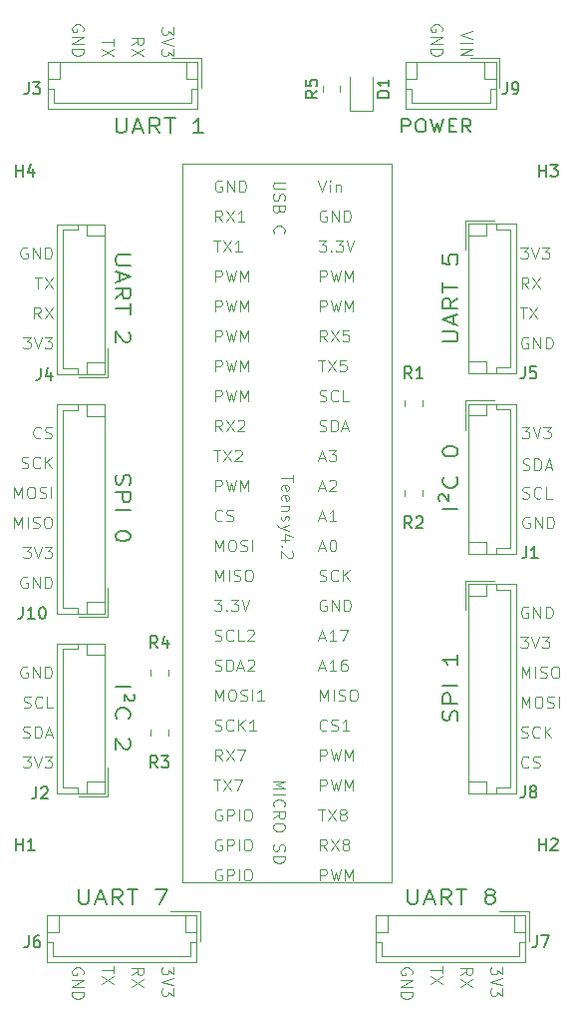
<source format=gbr>
%TF.GenerationSoftware,KiCad,Pcbnew,8.0.3*%
%TF.CreationDate,2024-09-25T15:42:15-04:00*%
%TF.ProjectId,mcu-board,6d63752d-626f-4617-9264-2e6b69636164,rev?*%
%TF.SameCoordinates,Original*%
%TF.FileFunction,Legend,Top*%
%TF.FilePolarity,Positive*%
%FSLAX46Y46*%
G04 Gerber Fmt 4.6, Leading zero omitted, Abs format (unit mm)*
G04 Created by KiCad (PCBNEW 8.0.3) date 2024-09-25 15:42:15*
%MOMM*%
%LPD*%
G01*
G04 APERTURE LIST*
%ADD10C,0.100000*%
%ADD11C,0.200000*%
%ADD12C,0.150000*%
%ADD13C,0.120000*%
G04 APERTURE END LIST*
D10*
X144206353Y-63862180D02*
X144158734Y-63909800D01*
X144158734Y-63909800D02*
X144015877Y-63957419D01*
X144015877Y-63957419D02*
X143920639Y-63957419D01*
X143920639Y-63957419D02*
X143777782Y-63909800D01*
X143777782Y-63909800D02*
X143682544Y-63814561D01*
X143682544Y-63814561D02*
X143634925Y-63719323D01*
X143634925Y-63719323D02*
X143587306Y-63528847D01*
X143587306Y-63528847D02*
X143587306Y-63385990D01*
X143587306Y-63385990D02*
X143634925Y-63195514D01*
X143634925Y-63195514D02*
X143682544Y-63100276D01*
X143682544Y-63100276D02*
X143777782Y-63005038D01*
X143777782Y-63005038D02*
X143920639Y-62957419D01*
X143920639Y-62957419D02*
X144015877Y-62957419D01*
X144015877Y-62957419D02*
X144158734Y-63005038D01*
X144158734Y-63005038D02*
X144206353Y-63052657D01*
X144587306Y-63909800D02*
X144730163Y-63957419D01*
X144730163Y-63957419D02*
X144968258Y-63957419D01*
X144968258Y-63957419D02*
X145063496Y-63909800D01*
X145063496Y-63909800D02*
X145111115Y-63862180D01*
X145111115Y-63862180D02*
X145158734Y-63766942D01*
X145158734Y-63766942D02*
X145158734Y-63671704D01*
X145158734Y-63671704D02*
X145111115Y-63576466D01*
X145111115Y-63576466D02*
X145063496Y-63528847D01*
X145063496Y-63528847D02*
X144968258Y-63481228D01*
X144968258Y-63481228D02*
X144777782Y-63433609D01*
X144777782Y-63433609D02*
X144682544Y-63385990D01*
X144682544Y-63385990D02*
X144634925Y-63338371D01*
X144634925Y-63338371D02*
X144587306Y-63243133D01*
X144587306Y-63243133D02*
X144587306Y-63147895D01*
X144587306Y-63147895D02*
X144634925Y-63052657D01*
X144634925Y-63052657D02*
X144682544Y-63005038D01*
X144682544Y-63005038D02*
X144777782Y-62957419D01*
X144777782Y-62957419D02*
X145015877Y-62957419D01*
X145015877Y-62957419D02*
X145158734Y-63005038D01*
D11*
X179637873Y-69917142D02*
X178387873Y-69917142D01*
X178090254Y-69274284D02*
X178030730Y-69131427D01*
X178030730Y-69131427D02*
X178030730Y-68917141D01*
X178030730Y-68917141D02*
X178090254Y-68774284D01*
X178090254Y-68774284D02*
X178209302Y-68702856D01*
X178209302Y-68702856D02*
X178328350Y-68702856D01*
X178328350Y-68702856D02*
X178447397Y-68774284D01*
X178447397Y-68774284D02*
X178864064Y-69274284D01*
X178864064Y-69274284D02*
X178864064Y-68702856D01*
X179518826Y-67202856D02*
X179578350Y-67274284D01*
X179578350Y-67274284D02*
X179637873Y-67488570D01*
X179637873Y-67488570D02*
X179637873Y-67631427D01*
X179637873Y-67631427D02*
X179578350Y-67845713D01*
X179578350Y-67845713D02*
X179459302Y-67988570D01*
X179459302Y-67988570D02*
X179340254Y-68059999D01*
X179340254Y-68059999D02*
X179102159Y-68131427D01*
X179102159Y-68131427D02*
X178923588Y-68131427D01*
X178923588Y-68131427D02*
X178685492Y-68059999D01*
X178685492Y-68059999D02*
X178566445Y-67988570D01*
X178566445Y-67988570D02*
X178447397Y-67845713D01*
X178447397Y-67845713D02*
X178387873Y-67631427D01*
X178387873Y-67631427D02*
X178387873Y-67488570D01*
X178387873Y-67488570D02*
X178447397Y-67274284D01*
X178447397Y-67274284D02*
X178506921Y-67202856D01*
X178387873Y-65131427D02*
X178387873Y-64988570D01*
X178387873Y-64988570D02*
X178447397Y-64845713D01*
X178447397Y-64845713D02*
X178506921Y-64774285D01*
X178506921Y-64774285D02*
X178625969Y-64702856D01*
X178625969Y-64702856D02*
X178864064Y-64631427D01*
X178864064Y-64631427D02*
X179161683Y-64631427D01*
X179161683Y-64631427D02*
X179399778Y-64702856D01*
X179399778Y-64702856D02*
X179518826Y-64774285D01*
X179518826Y-64774285D02*
X179578350Y-64845713D01*
X179578350Y-64845713D02*
X179637873Y-64988570D01*
X179637873Y-64988570D02*
X179637873Y-65131427D01*
X179637873Y-65131427D02*
X179578350Y-65274285D01*
X179578350Y-65274285D02*
X179518826Y-65345713D01*
X179518826Y-65345713D02*
X179399778Y-65417142D01*
X179399778Y-65417142D02*
X179161683Y-65488570D01*
X179161683Y-65488570D02*
X178864064Y-65488570D01*
X178864064Y-65488570D02*
X178625969Y-65417142D01*
X178625969Y-65417142D02*
X178506921Y-65345713D01*
X178506921Y-65345713D02*
X178447397Y-65274285D01*
X178447397Y-65274285D02*
X178387873Y-65131427D01*
D10*
X142730163Y-55337419D02*
X143349210Y-55337419D01*
X143349210Y-55337419D02*
X143015877Y-55718371D01*
X143015877Y-55718371D02*
X143158734Y-55718371D01*
X143158734Y-55718371D02*
X143253972Y-55765990D01*
X143253972Y-55765990D02*
X143301591Y-55813609D01*
X143301591Y-55813609D02*
X143349210Y-55908847D01*
X143349210Y-55908847D02*
X143349210Y-56146942D01*
X143349210Y-56146942D02*
X143301591Y-56242180D01*
X143301591Y-56242180D02*
X143253972Y-56289800D01*
X143253972Y-56289800D02*
X143158734Y-56337419D01*
X143158734Y-56337419D02*
X142873020Y-56337419D01*
X142873020Y-56337419D02*
X142777782Y-56289800D01*
X142777782Y-56289800D02*
X142730163Y-56242180D01*
X143634925Y-55337419D02*
X143968258Y-56337419D01*
X143968258Y-56337419D02*
X144301591Y-55337419D01*
X144539687Y-55337419D02*
X145158734Y-55337419D01*
X145158734Y-55337419D02*
X144825401Y-55718371D01*
X144825401Y-55718371D02*
X144968258Y-55718371D01*
X144968258Y-55718371D02*
X145063496Y-55765990D01*
X145063496Y-55765990D02*
X145111115Y-55813609D01*
X145111115Y-55813609D02*
X145158734Y-55908847D01*
X145158734Y-55908847D02*
X145158734Y-56146942D01*
X145158734Y-56146942D02*
X145111115Y-56242180D01*
X145111115Y-56242180D02*
X145063496Y-56289800D01*
X145063496Y-56289800D02*
X144968258Y-56337419D01*
X144968258Y-56337419D02*
X144682544Y-56337419D01*
X144682544Y-56337419D02*
X144587306Y-56289800D01*
X144587306Y-56289800D02*
X144539687Y-56242180D01*
X185612693Y-78245038D02*
X185517455Y-78197419D01*
X185517455Y-78197419D02*
X185374598Y-78197419D01*
X185374598Y-78197419D02*
X185231741Y-78245038D01*
X185231741Y-78245038D02*
X185136503Y-78340276D01*
X185136503Y-78340276D02*
X185088884Y-78435514D01*
X185088884Y-78435514D02*
X185041265Y-78625990D01*
X185041265Y-78625990D02*
X185041265Y-78768847D01*
X185041265Y-78768847D02*
X185088884Y-78959323D01*
X185088884Y-78959323D02*
X185136503Y-79054561D01*
X185136503Y-79054561D02*
X185231741Y-79149800D01*
X185231741Y-79149800D02*
X185374598Y-79197419D01*
X185374598Y-79197419D02*
X185469836Y-79197419D01*
X185469836Y-79197419D02*
X185612693Y-79149800D01*
X185612693Y-79149800D02*
X185660312Y-79102180D01*
X185660312Y-79102180D02*
X185660312Y-78768847D01*
X185660312Y-78768847D02*
X185469836Y-78768847D01*
X186088884Y-79197419D02*
X186088884Y-78197419D01*
X186088884Y-78197419D02*
X186660312Y-79197419D01*
X186660312Y-79197419D02*
X186660312Y-78197419D01*
X187136503Y-79197419D02*
X187136503Y-78197419D01*
X187136503Y-78197419D02*
X187374598Y-78197419D01*
X187374598Y-78197419D02*
X187517455Y-78245038D01*
X187517455Y-78245038D02*
X187612693Y-78340276D01*
X187612693Y-78340276D02*
X187660312Y-78435514D01*
X187660312Y-78435514D02*
X187707931Y-78625990D01*
X187707931Y-78625990D02*
X187707931Y-78768847D01*
X187707931Y-78768847D02*
X187660312Y-78959323D01*
X187660312Y-78959323D02*
X187612693Y-79054561D01*
X187612693Y-79054561D02*
X187517455Y-79149800D01*
X187517455Y-79149800D02*
X187374598Y-79197419D01*
X187374598Y-79197419D02*
X187136503Y-79197419D01*
X185732693Y-70625038D02*
X185637455Y-70577419D01*
X185637455Y-70577419D02*
X185494598Y-70577419D01*
X185494598Y-70577419D02*
X185351741Y-70625038D01*
X185351741Y-70625038D02*
X185256503Y-70720276D01*
X185256503Y-70720276D02*
X185208884Y-70815514D01*
X185208884Y-70815514D02*
X185161265Y-71005990D01*
X185161265Y-71005990D02*
X185161265Y-71148847D01*
X185161265Y-71148847D02*
X185208884Y-71339323D01*
X185208884Y-71339323D02*
X185256503Y-71434561D01*
X185256503Y-71434561D02*
X185351741Y-71529800D01*
X185351741Y-71529800D02*
X185494598Y-71577419D01*
X185494598Y-71577419D02*
X185589836Y-71577419D01*
X185589836Y-71577419D02*
X185732693Y-71529800D01*
X185732693Y-71529800D02*
X185780312Y-71482180D01*
X185780312Y-71482180D02*
X185780312Y-71148847D01*
X185780312Y-71148847D02*
X185589836Y-71148847D01*
X186208884Y-71577419D02*
X186208884Y-70577419D01*
X186208884Y-70577419D02*
X186780312Y-71577419D01*
X186780312Y-71577419D02*
X186780312Y-70577419D01*
X187256503Y-71577419D02*
X187256503Y-70577419D01*
X187256503Y-70577419D02*
X187494598Y-70577419D01*
X187494598Y-70577419D02*
X187637455Y-70625038D01*
X187637455Y-70625038D02*
X187732693Y-70720276D01*
X187732693Y-70720276D02*
X187780312Y-70815514D01*
X187780312Y-70815514D02*
X187827931Y-71005990D01*
X187827931Y-71005990D02*
X187827931Y-71148847D01*
X187827931Y-71148847D02*
X187780312Y-71339323D01*
X187780312Y-71339323D02*
X187732693Y-71434561D01*
X187732693Y-71434561D02*
X187637455Y-71529800D01*
X187637455Y-71529800D02*
X187494598Y-71577419D01*
X187494598Y-71577419D02*
X187256503Y-71577419D01*
D11*
X175391428Y-102187873D02*
X175391428Y-103199778D01*
X175391428Y-103199778D02*
X175462857Y-103318826D01*
X175462857Y-103318826D02*
X175534286Y-103378350D01*
X175534286Y-103378350D02*
X175677143Y-103437873D01*
X175677143Y-103437873D02*
X175962857Y-103437873D01*
X175962857Y-103437873D02*
X176105714Y-103378350D01*
X176105714Y-103378350D02*
X176177143Y-103318826D01*
X176177143Y-103318826D02*
X176248571Y-103199778D01*
X176248571Y-103199778D02*
X176248571Y-102187873D01*
X176891429Y-103080730D02*
X177605715Y-103080730D01*
X176748572Y-103437873D02*
X177248572Y-102187873D01*
X177248572Y-102187873D02*
X177748572Y-103437873D01*
X179105714Y-103437873D02*
X178605714Y-102842635D01*
X178248571Y-103437873D02*
X178248571Y-102187873D01*
X178248571Y-102187873D02*
X178820000Y-102187873D01*
X178820000Y-102187873D02*
X178962857Y-102247397D01*
X178962857Y-102247397D02*
X179034286Y-102306921D01*
X179034286Y-102306921D02*
X179105714Y-102425969D01*
X179105714Y-102425969D02*
X179105714Y-102604540D01*
X179105714Y-102604540D02*
X179034286Y-102723588D01*
X179034286Y-102723588D02*
X178962857Y-102783111D01*
X178962857Y-102783111D02*
X178820000Y-102842635D01*
X178820000Y-102842635D02*
X178248571Y-102842635D01*
X179534286Y-102187873D02*
X180391429Y-102187873D01*
X179962857Y-103437873D02*
X179962857Y-102187873D01*
X182248571Y-102723588D02*
X182105714Y-102664064D01*
X182105714Y-102664064D02*
X182034285Y-102604540D01*
X182034285Y-102604540D02*
X181962857Y-102485492D01*
X181962857Y-102485492D02*
X181962857Y-102425969D01*
X181962857Y-102425969D02*
X182034285Y-102306921D01*
X182034285Y-102306921D02*
X182105714Y-102247397D01*
X182105714Y-102247397D02*
X182248571Y-102187873D01*
X182248571Y-102187873D02*
X182534285Y-102187873D01*
X182534285Y-102187873D02*
X182677143Y-102247397D01*
X182677143Y-102247397D02*
X182748571Y-102306921D01*
X182748571Y-102306921D02*
X182820000Y-102425969D01*
X182820000Y-102425969D02*
X182820000Y-102485492D01*
X182820000Y-102485492D02*
X182748571Y-102604540D01*
X182748571Y-102604540D02*
X182677143Y-102664064D01*
X182677143Y-102664064D02*
X182534285Y-102723588D01*
X182534285Y-102723588D02*
X182248571Y-102723588D01*
X182248571Y-102723588D02*
X182105714Y-102783111D01*
X182105714Y-102783111D02*
X182034285Y-102842635D01*
X182034285Y-102842635D02*
X181962857Y-102961683D01*
X181962857Y-102961683D02*
X181962857Y-103199778D01*
X181962857Y-103199778D02*
X182034285Y-103318826D01*
X182034285Y-103318826D02*
X182105714Y-103378350D01*
X182105714Y-103378350D02*
X182248571Y-103437873D01*
X182248571Y-103437873D02*
X182534285Y-103437873D01*
X182534285Y-103437873D02*
X182677143Y-103378350D01*
X182677143Y-103378350D02*
X182748571Y-103318826D01*
X182748571Y-103318826D02*
X182820000Y-103199778D01*
X182820000Y-103199778D02*
X182820000Y-102961683D01*
X182820000Y-102961683D02*
X182748571Y-102842635D01*
X182748571Y-102842635D02*
X182677143Y-102783111D01*
X182677143Y-102783111D02*
X182534285Y-102723588D01*
X150621650Y-67028572D02*
X150562126Y-67242858D01*
X150562126Y-67242858D02*
X150562126Y-67600000D01*
X150562126Y-67600000D02*
X150621650Y-67742858D01*
X150621650Y-67742858D02*
X150681173Y-67814286D01*
X150681173Y-67814286D02*
X150800221Y-67885715D01*
X150800221Y-67885715D02*
X150919269Y-67885715D01*
X150919269Y-67885715D02*
X151038316Y-67814286D01*
X151038316Y-67814286D02*
X151097840Y-67742858D01*
X151097840Y-67742858D02*
X151157364Y-67600000D01*
X151157364Y-67600000D02*
X151216888Y-67314286D01*
X151216888Y-67314286D02*
X151276411Y-67171429D01*
X151276411Y-67171429D02*
X151335935Y-67100000D01*
X151335935Y-67100000D02*
X151454983Y-67028572D01*
X151454983Y-67028572D02*
X151574030Y-67028572D01*
X151574030Y-67028572D02*
X151693078Y-67100000D01*
X151693078Y-67100000D02*
X151752602Y-67171429D01*
X151752602Y-67171429D02*
X151812126Y-67314286D01*
X151812126Y-67314286D02*
X151812126Y-67671429D01*
X151812126Y-67671429D02*
X151752602Y-67885715D01*
X150562126Y-68528571D02*
X151812126Y-68528571D01*
X151812126Y-68528571D02*
X151812126Y-69100000D01*
X151812126Y-69100000D02*
X151752602Y-69242857D01*
X151752602Y-69242857D02*
X151693078Y-69314286D01*
X151693078Y-69314286D02*
X151574030Y-69385714D01*
X151574030Y-69385714D02*
X151395459Y-69385714D01*
X151395459Y-69385714D02*
X151276411Y-69314286D01*
X151276411Y-69314286D02*
X151216888Y-69242857D01*
X151216888Y-69242857D02*
X151157364Y-69100000D01*
X151157364Y-69100000D02*
X151157364Y-68528571D01*
X150562126Y-70028571D02*
X151812126Y-70028571D01*
X151812126Y-72171429D02*
X151812126Y-72314286D01*
X151812126Y-72314286D02*
X151752602Y-72457143D01*
X151752602Y-72457143D02*
X151693078Y-72528572D01*
X151693078Y-72528572D02*
X151574030Y-72600000D01*
X151574030Y-72600000D02*
X151335935Y-72671429D01*
X151335935Y-72671429D02*
X151038316Y-72671429D01*
X151038316Y-72671429D02*
X150800221Y-72600000D01*
X150800221Y-72600000D02*
X150681173Y-72528572D01*
X150681173Y-72528572D02*
X150621650Y-72457143D01*
X150621650Y-72457143D02*
X150562126Y-72314286D01*
X150562126Y-72314286D02*
X150562126Y-72171429D01*
X150562126Y-72171429D02*
X150621650Y-72028572D01*
X150621650Y-72028572D02*
X150681173Y-71957143D01*
X150681173Y-71957143D02*
X150800221Y-71885714D01*
X150800221Y-71885714D02*
X151038316Y-71814286D01*
X151038316Y-71814286D02*
X151335935Y-71814286D01*
X151335935Y-71814286D02*
X151574030Y-71885714D01*
X151574030Y-71885714D02*
X151693078Y-71957143D01*
X151693078Y-71957143D02*
X151752602Y-72028572D01*
X151752602Y-72028572D02*
X151812126Y-72171429D01*
D10*
X150402580Y-30065163D02*
X150402580Y-30636591D01*
X149402580Y-30350877D02*
X150402580Y-30350877D01*
X150402580Y-30874687D02*
X149402580Y-31541353D01*
X150402580Y-31541353D02*
X149402580Y-30874687D01*
X185612693Y-55385038D02*
X185517455Y-55337419D01*
X185517455Y-55337419D02*
X185374598Y-55337419D01*
X185374598Y-55337419D02*
X185231741Y-55385038D01*
X185231741Y-55385038D02*
X185136503Y-55480276D01*
X185136503Y-55480276D02*
X185088884Y-55575514D01*
X185088884Y-55575514D02*
X185041265Y-55765990D01*
X185041265Y-55765990D02*
X185041265Y-55908847D01*
X185041265Y-55908847D02*
X185088884Y-56099323D01*
X185088884Y-56099323D02*
X185136503Y-56194561D01*
X185136503Y-56194561D02*
X185231741Y-56289800D01*
X185231741Y-56289800D02*
X185374598Y-56337419D01*
X185374598Y-56337419D02*
X185469836Y-56337419D01*
X185469836Y-56337419D02*
X185612693Y-56289800D01*
X185612693Y-56289800D02*
X185660312Y-56242180D01*
X185660312Y-56242180D02*
X185660312Y-55908847D01*
X185660312Y-55908847D02*
X185469836Y-55908847D01*
X186088884Y-56337419D02*
X186088884Y-55337419D01*
X186088884Y-55337419D02*
X186660312Y-56337419D01*
X186660312Y-56337419D02*
X186660312Y-55337419D01*
X187136503Y-56337419D02*
X187136503Y-55337419D01*
X187136503Y-55337419D02*
X187374598Y-55337419D01*
X187374598Y-55337419D02*
X187517455Y-55385038D01*
X187517455Y-55385038D02*
X187612693Y-55480276D01*
X187612693Y-55480276D02*
X187660312Y-55575514D01*
X187660312Y-55575514D02*
X187707931Y-55765990D01*
X187707931Y-55765990D02*
X187707931Y-55908847D01*
X187707931Y-55908847D02*
X187660312Y-56099323D01*
X187660312Y-56099323D02*
X187612693Y-56194561D01*
X187612693Y-56194561D02*
X187517455Y-56289800D01*
X187517455Y-56289800D02*
X187374598Y-56337419D01*
X187374598Y-56337419D02*
X187136503Y-56337419D01*
X155482580Y-108793646D02*
X155482580Y-109412693D01*
X155482580Y-109412693D02*
X155101628Y-109079360D01*
X155101628Y-109079360D02*
X155101628Y-109222217D01*
X155101628Y-109222217D02*
X155054009Y-109317455D01*
X155054009Y-109317455D02*
X155006390Y-109365074D01*
X155006390Y-109365074D02*
X154911152Y-109412693D01*
X154911152Y-109412693D02*
X154673057Y-109412693D01*
X154673057Y-109412693D02*
X154577819Y-109365074D01*
X154577819Y-109365074D02*
X154530200Y-109317455D01*
X154530200Y-109317455D02*
X154482580Y-109222217D01*
X154482580Y-109222217D02*
X154482580Y-108936503D01*
X154482580Y-108936503D02*
X154530200Y-108841265D01*
X154530200Y-108841265D02*
X154577819Y-108793646D01*
X155482580Y-109698408D02*
X154482580Y-110031741D01*
X154482580Y-110031741D02*
X155482580Y-110365074D01*
X155482580Y-110603170D02*
X155482580Y-111222217D01*
X155482580Y-111222217D02*
X155101628Y-110888884D01*
X155101628Y-110888884D02*
X155101628Y-111031741D01*
X155101628Y-111031741D02*
X155054009Y-111126979D01*
X155054009Y-111126979D02*
X155006390Y-111174598D01*
X155006390Y-111174598D02*
X154911152Y-111222217D01*
X154911152Y-111222217D02*
X154673057Y-111222217D01*
X154673057Y-111222217D02*
X154577819Y-111174598D01*
X154577819Y-111174598D02*
X154530200Y-111126979D01*
X154530200Y-111126979D02*
X154482580Y-111031741D01*
X154482580Y-111031741D02*
X154482580Y-110746027D01*
X154482580Y-110746027D02*
X154530200Y-110650789D01*
X154530200Y-110650789D02*
X154577819Y-110603170D01*
X185041265Y-89309800D02*
X185184122Y-89357419D01*
X185184122Y-89357419D02*
X185422217Y-89357419D01*
X185422217Y-89357419D02*
X185517455Y-89309800D01*
X185517455Y-89309800D02*
X185565074Y-89262180D01*
X185565074Y-89262180D02*
X185612693Y-89166942D01*
X185612693Y-89166942D02*
X185612693Y-89071704D01*
X185612693Y-89071704D02*
X185565074Y-88976466D01*
X185565074Y-88976466D02*
X185517455Y-88928847D01*
X185517455Y-88928847D02*
X185422217Y-88881228D01*
X185422217Y-88881228D02*
X185231741Y-88833609D01*
X185231741Y-88833609D02*
X185136503Y-88785990D01*
X185136503Y-88785990D02*
X185088884Y-88738371D01*
X185088884Y-88738371D02*
X185041265Y-88643133D01*
X185041265Y-88643133D02*
X185041265Y-88547895D01*
X185041265Y-88547895D02*
X185088884Y-88452657D01*
X185088884Y-88452657D02*
X185136503Y-88405038D01*
X185136503Y-88405038D02*
X185231741Y-88357419D01*
X185231741Y-88357419D02*
X185469836Y-88357419D01*
X185469836Y-88357419D02*
X185612693Y-88405038D01*
X186612693Y-89262180D02*
X186565074Y-89309800D01*
X186565074Y-89309800D02*
X186422217Y-89357419D01*
X186422217Y-89357419D02*
X186326979Y-89357419D01*
X186326979Y-89357419D02*
X186184122Y-89309800D01*
X186184122Y-89309800D02*
X186088884Y-89214561D01*
X186088884Y-89214561D02*
X186041265Y-89119323D01*
X186041265Y-89119323D02*
X185993646Y-88928847D01*
X185993646Y-88928847D02*
X185993646Y-88785990D01*
X185993646Y-88785990D02*
X186041265Y-88595514D01*
X186041265Y-88595514D02*
X186088884Y-88500276D01*
X186088884Y-88500276D02*
X186184122Y-88405038D01*
X186184122Y-88405038D02*
X186326979Y-88357419D01*
X186326979Y-88357419D02*
X186422217Y-88357419D01*
X186422217Y-88357419D02*
X186565074Y-88405038D01*
X186565074Y-88405038D02*
X186612693Y-88452657D01*
X187041265Y-89357419D02*
X187041265Y-88357419D01*
X187612693Y-89357419D02*
X187184122Y-88785990D01*
X187612693Y-88357419D02*
X187041265Y-88928847D01*
X143730163Y-50257419D02*
X144301591Y-50257419D01*
X144015877Y-51257419D02*
X144015877Y-50257419D01*
X144539687Y-50257419D02*
X145206353Y-51257419D01*
X145206353Y-50257419D02*
X144539687Y-51257419D01*
D11*
X151812126Y-48391428D02*
X150800221Y-48391428D01*
X150800221Y-48391428D02*
X150681173Y-48462857D01*
X150681173Y-48462857D02*
X150621650Y-48534286D01*
X150621650Y-48534286D02*
X150562126Y-48677143D01*
X150562126Y-48677143D02*
X150562126Y-48962857D01*
X150562126Y-48962857D02*
X150621650Y-49105714D01*
X150621650Y-49105714D02*
X150681173Y-49177143D01*
X150681173Y-49177143D02*
X150800221Y-49248571D01*
X150800221Y-49248571D02*
X151812126Y-49248571D01*
X150919269Y-49891429D02*
X150919269Y-50605715D01*
X150562126Y-49748572D02*
X151812126Y-50248572D01*
X151812126Y-50248572D02*
X150562126Y-50748572D01*
X150562126Y-52105714D02*
X151157364Y-51605714D01*
X150562126Y-51248571D02*
X151812126Y-51248571D01*
X151812126Y-51248571D02*
X151812126Y-51820000D01*
X151812126Y-51820000D02*
X151752602Y-51962857D01*
X151752602Y-51962857D02*
X151693078Y-52034286D01*
X151693078Y-52034286D02*
X151574030Y-52105714D01*
X151574030Y-52105714D02*
X151395459Y-52105714D01*
X151395459Y-52105714D02*
X151276411Y-52034286D01*
X151276411Y-52034286D02*
X151216888Y-51962857D01*
X151216888Y-51962857D02*
X151157364Y-51820000D01*
X151157364Y-51820000D02*
X151157364Y-51248571D01*
X151812126Y-52534286D02*
X151812126Y-53391429D01*
X150562126Y-52962857D02*
X151812126Y-52962857D01*
X151693078Y-54962857D02*
X151752602Y-55034285D01*
X151752602Y-55034285D02*
X151812126Y-55177143D01*
X151812126Y-55177143D02*
X151812126Y-55534285D01*
X151812126Y-55534285D02*
X151752602Y-55677143D01*
X151752602Y-55677143D02*
X151693078Y-55748571D01*
X151693078Y-55748571D02*
X151574030Y-55820000D01*
X151574030Y-55820000D02*
X151454983Y-55820000D01*
X151454983Y-55820000D02*
X151276411Y-55748571D01*
X151276411Y-55748571D02*
X150562126Y-54891428D01*
X150562126Y-54891428D02*
X150562126Y-55820000D01*
X150626428Y-36782873D02*
X150626428Y-37794778D01*
X150626428Y-37794778D02*
X150697857Y-37913826D01*
X150697857Y-37913826D02*
X150769286Y-37973350D01*
X150769286Y-37973350D02*
X150912143Y-38032873D01*
X150912143Y-38032873D02*
X151197857Y-38032873D01*
X151197857Y-38032873D02*
X151340714Y-37973350D01*
X151340714Y-37973350D02*
X151412143Y-37913826D01*
X151412143Y-37913826D02*
X151483571Y-37794778D01*
X151483571Y-37794778D02*
X151483571Y-36782873D01*
X152126429Y-37675730D02*
X152840715Y-37675730D01*
X151983572Y-38032873D02*
X152483572Y-36782873D01*
X152483572Y-36782873D02*
X152983572Y-38032873D01*
X154340714Y-38032873D02*
X153840714Y-37437635D01*
X153483571Y-38032873D02*
X153483571Y-36782873D01*
X153483571Y-36782873D02*
X154055000Y-36782873D01*
X154055000Y-36782873D02*
X154197857Y-36842397D01*
X154197857Y-36842397D02*
X154269286Y-36901921D01*
X154269286Y-36901921D02*
X154340714Y-37020969D01*
X154340714Y-37020969D02*
X154340714Y-37199540D01*
X154340714Y-37199540D02*
X154269286Y-37318588D01*
X154269286Y-37318588D02*
X154197857Y-37378111D01*
X154197857Y-37378111D02*
X154055000Y-37437635D01*
X154055000Y-37437635D02*
X153483571Y-37437635D01*
X154769286Y-36782873D02*
X155626429Y-36782873D01*
X155197857Y-38032873D02*
X155197857Y-36782873D01*
X158055000Y-38032873D02*
X157197857Y-38032873D01*
X157626428Y-38032873D02*
X157626428Y-36782873D01*
X157626428Y-36782873D02*
X157483571Y-36961445D01*
X157483571Y-36961445D02*
X157340714Y-37080492D01*
X157340714Y-37080492D02*
X157197857Y-37140016D01*
X178387873Y-55748571D02*
X179399778Y-55748571D01*
X179399778Y-55748571D02*
X179518826Y-55677142D01*
X179518826Y-55677142D02*
X179578350Y-55605714D01*
X179578350Y-55605714D02*
X179637873Y-55462856D01*
X179637873Y-55462856D02*
X179637873Y-55177142D01*
X179637873Y-55177142D02*
X179578350Y-55034285D01*
X179578350Y-55034285D02*
X179518826Y-54962856D01*
X179518826Y-54962856D02*
X179399778Y-54891428D01*
X179399778Y-54891428D02*
X178387873Y-54891428D01*
X179280730Y-54248570D02*
X179280730Y-53534285D01*
X179637873Y-54391427D02*
X178387873Y-53891427D01*
X178387873Y-53891427D02*
X179637873Y-53391427D01*
X179637873Y-52034285D02*
X179042635Y-52534285D01*
X179637873Y-52891428D02*
X178387873Y-52891428D01*
X178387873Y-52891428D02*
X178387873Y-52319999D01*
X178387873Y-52319999D02*
X178447397Y-52177142D01*
X178447397Y-52177142D02*
X178506921Y-52105713D01*
X178506921Y-52105713D02*
X178625969Y-52034285D01*
X178625969Y-52034285D02*
X178804540Y-52034285D01*
X178804540Y-52034285D02*
X178923588Y-52105713D01*
X178923588Y-52105713D02*
X178983111Y-52177142D01*
X178983111Y-52177142D02*
X179042635Y-52319999D01*
X179042635Y-52319999D02*
X179042635Y-52891428D01*
X178387873Y-51605713D02*
X178387873Y-50748571D01*
X179637873Y-51177142D02*
X178387873Y-51177142D01*
X178387873Y-48391428D02*
X178387873Y-49105714D01*
X178387873Y-49105714D02*
X178983111Y-49177142D01*
X178983111Y-49177142D02*
X178923588Y-49105714D01*
X178923588Y-49105714D02*
X178864064Y-48962857D01*
X178864064Y-48962857D02*
X178864064Y-48605714D01*
X178864064Y-48605714D02*
X178923588Y-48462857D01*
X178923588Y-48462857D02*
X178983111Y-48391428D01*
X178983111Y-48391428D02*
X179102159Y-48319999D01*
X179102159Y-48319999D02*
X179399778Y-48319999D01*
X179399778Y-48319999D02*
X179518826Y-48391428D01*
X179518826Y-48391428D02*
X179578350Y-48462857D01*
X179578350Y-48462857D02*
X179637873Y-48605714D01*
X179637873Y-48605714D02*
X179637873Y-48962857D01*
X179637873Y-48962857D02*
X179578350Y-49105714D01*
X179578350Y-49105714D02*
X179518826Y-49177142D01*
D10*
X150402580Y-108746027D02*
X150402580Y-109317455D01*
X149402580Y-109031741D02*
X150402580Y-109031741D01*
X150402580Y-109555551D02*
X149402580Y-110222217D01*
X150402580Y-110222217D02*
X149402580Y-109555551D01*
X185161265Y-69009800D02*
X185304122Y-69057419D01*
X185304122Y-69057419D02*
X185542217Y-69057419D01*
X185542217Y-69057419D02*
X185637455Y-69009800D01*
X185637455Y-69009800D02*
X185685074Y-68962180D01*
X185685074Y-68962180D02*
X185732693Y-68866942D01*
X185732693Y-68866942D02*
X185732693Y-68771704D01*
X185732693Y-68771704D02*
X185685074Y-68676466D01*
X185685074Y-68676466D02*
X185637455Y-68628847D01*
X185637455Y-68628847D02*
X185542217Y-68581228D01*
X185542217Y-68581228D02*
X185351741Y-68533609D01*
X185351741Y-68533609D02*
X185256503Y-68485990D01*
X185256503Y-68485990D02*
X185208884Y-68438371D01*
X185208884Y-68438371D02*
X185161265Y-68343133D01*
X185161265Y-68343133D02*
X185161265Y-68247895D01*
X185161265Y-68247895D02*
X185208884Y-68152657D01*
X185208884Y-68152657D02*
X185256503Y-68105038D01*
X185256503Y-68105038D02*
X185351741Y-68057419D01*
X185351741Y-68057419D02*
X185589836Y-68057419D01*
X185589836Y-68057419D02*
X185732693Y-68105038D01*
X186732693Y-68962180D02*
X186685074Y-69009800D01*
X186685074Y-69009800D02*
X186542217Y-69057419D01*
X186542217Y-69057419D02*
X186446979Y-69057419D01*
X186446979Y-69057419D02*
X186304122Y-69009800D01*
X186304122Y-69009800D02*
X186208884Y-68914561D01*
X186208884Y-68914561D02*
X186161265Y-68819323D01*
X186161265Y-68819323D02*
X186113646Y-68628847D01*
X186113646Y-68628847D02*
X186113646Y-68485990D01*
X186113646Y-68485990D02*
X186161265Y-68295514D01*
X186161265Y-68295514D02*
X186208884Y-68200276D01*
X186208884Y-68200276D02*
X186304122Y-68105038D01*
X186304122Y-68105038D02*
X186446979Y-68057419D01*
X186446979Y-68057419D02*
X186542217Y-68057419D01*
X186542217Y-68057419D02*
X186685074Y-68105038D01*
X186685074Y-68105038D02*
X186732693Y-68152657D01*
X187637455Y-69057419D02*
X187161265Y-69057419D01*
X187161265Y-69057419D02*
X187161265Y-68057419D01*
X143063496Y-75705038D02*
X142968258Y-75657419D01*
X142968258Y-75657419D02*
X142825401Y-75657419D01*
X142825401Y-75657419D02*
X142682544Y-75705038D01*
X142682544Y-75705038D02*
X142587306Y-75800276D01*
X142587306Y-75800276D02*
X142539687Y-75895514D01*
X142539687Y-75895514D02*
X142492068Y-76085990D01*
X142492068Y-76085990D02*
X142492068Y-76228847D01*
X142492068Y-76228847D02*
X142539687Y-76419323D01*
X142539687Y-76419323D02*
X142587306Y-76514561D01*
X142587306Y-76514561D02*
X142682544Y-76609800D01*
X142682544Y-76609800D02*
X142825401Y-76657419D01*
X142825401Y-76657419D02*
X142920639Y-76657419D01*
X142920639Y-76657419D02*
X143063496Y-76609800D01*
X143063496Y-76609800D02*
X143111115Y-76562180D01*
X143111115Y-76562180D02*
X143111115Y-76228847D01*
X143111115Y-76228847D02*
X142920639Y-76228847D01*
X143539687Y-76657419D02*
X143539687Y-75657419D01*
X143539687Y-75657419D02*
X144111115Y-76657419D01*
X144111115Y-76657419D02*
X144111115Y-75657419D01*
X144587306Y-76657419D02*
X144587306Y-75657419D01*
X144587306Y-75657419D02*
X144825401Y-75657419D01*
X144825401Y-75657419D02*
X144968258Y-75705038D01*
X144968258Y-75705038D02*
X145063496Y-75800276D01*
X145063496Y-75800276D02*
X145111115Y-75895514D01*
X145111115Y-75895514D02*
X145158734Y-76085990D01*
X145158734Y-76085990D02*
X145158734Y-76228847D01*
X145158734Y-76228847D02*
X145111115Y-76419323D01*
X145111115Y-76419323D02*
X145063496Y-76514561D01*
X145063496Y-76514561D02*
X144968258Y-76609800D01*
X144968258Y-76609800D02*
X144825401Y-76657419D01*
X144825401Y-76657419D02*
X144587306Y-76657419D01*
X184993646Y-47717419D02*
X185612693Y-47717419D01*
X185612693Y-47717419D02*
X185279360Y-48098371D01*
X185279360Y-48098371D02*
X185422217Y-48098371D01*
X185422217Y-48098371D02*
X185517455Y-48145990D01*
X185517455Y-48145990D02*
X185565074Y-48193609D01*
X185565074Y-48193609D02*
X185612693Y-48288847D01*
X185612693Y-48288847D02*
X185612693Y-48526942D01*
X185612693Y-48526942D02*
X185565074Y-48622180D01*
X185565074Y-48622180D02*
X185517455Y-48669800D01*
X185517455Y-48669800D02*
X185422217Y-48717419D01*
X185422217Y-48717419D02*
X185136503Y-48717419D01*
X185136503Y-48717419D02*
X185041265Y-48669800D01*
X185041265Y-48669800D02*
X184993646Y-48622180D01*
X185898408Y-47717419D02*
X186231741Y-48717419D01*
X186231741Y-48717419D02*
X186565074Y-47717419D01*
X186803170Y-47717419D02*
X187422217Y-47717419D01*
X187422217Y-47717419D02*
X187088884Y-48098371D01*
X187088884Y-48098371D02*
X187231741Y-48098371D01*
X187231741Y-48098371D02*
X187326979Y-48145990D01*
X187326979Y-48145990D02*
X187374598Y-48193609D01*
X187374598Y-48193609D02*
X187422217Y-48288847D01*
X187422217Y-48288847D02*
X187422217Y-48526942D01*
X187422217Y-48526942D02*
X187374598Y-48622180D01*
X187374598Y-48622180D02*
X187326979Y-48669800D01*
X187326979Y-48669800D02*
X187231741Y-48717419D01*
X187231741Y-48717419D02*
X186946027Y-48717419D01*
X186946027Y-48717419D02*
X186850789Y-48669800D01*
X186850789Y-48669800D02*
X186803170Y-48622180D01*
X179882580Y-109460312D02*
X180358771Y-109126979D01*
X179882580Y-108888884D02*
X180882580Y-108888884D01*
X180882580Y-108888884D02*
X180882580Y-109269836D01*
X180882580Y-109269836D02*
X180834961Y-109365074D01*
X180834961Y-109365074D02*
X180787342Y-109412693D01*
X180787342Y-109412693D02*
X180692104Y-109460312D01*
X180692104Y-109460312D02*
X180549247Y-109460312D01*
X180549247Y-109460312D02*
X180454009Y-109412693D01*
X180454009Y-109412693D02*
X180406390Y-109365074D01*
X180406390Y-109365074D02*
X180358771Y-109269836D01*
X180358771Y-109269836D02*
X180358771Y-108888884D01*
X180882580Y-109793646D02*
X179882580Y-110460312D01*
X180882580Y-110460312D02*
X179882580Y-109793646D01*
D11*
X179578350Y-87911427D02*
X179637873Y-87697142D01*
X179637873Y-87697142D02*
X179637873Y-87339999D01*
X179637873Y-87339999D02*
X179578350Y-87197142D01*
X179578350Y-87197142D02*
X179518826Y-87125713D01*
X179518826Y-87125713D02*
X179399778Y-87054284D01*
X179399778Y-87054284D02*
X179280730Y-87054284D01*
X179280730Y-87054284D02*
X179161683Y-87125713D01*
X179161683Y-87125713D02*
X179102159Y-87197142D01*
X179102159Y-87197142D02*
X179042635Y-87339999D01*
X179042635Y-87339999D02*
X178983111Y-87625713D01*
X178983111Y-87625713D02*
X178923588Y-87768570D01*
X178923588Y-87768570D02*
X178864064Y-87839999D01*
X178864064Y-87839999D02*
X178745016Y-87911427D01*
X178745016Y-87911427D02*
X178625969Y-87911427D01*
X178625969Y-87911427D02*
X178506921Y-87839999D01*
X178506921Y-87839999D02*
X178447397Y-87768570D01*
X178447397Y-87768570D02*
X178387873Y-87625713D01*
X178387873Y-87625713D02*
X178387873Y-87268570D01*
X178387873Y-87268570D02*
X178447397Y-87054284D01*
X179637873Y-86411428D02*
X178387873Y-86411428D01*
X178387873Y-86411428D02*
X178387873Y-85839999D01*
X178387873Y-85839999D02*
X178447397Y-85697142D01*
X178447397Y-85697142D02*
X178506921Y-85625713D01*
X178506921Y-85625713D02*
X178625969Y-85554285D01*
X178625969Y-85554285D02*
X178804540Y-85554285D01*
X178804540Y-85554285D02*
X178923588Y-85625713D01*
X178923588Y-85625713D02*
X178983111Y-85697142D01*
X178983111Y-85697142D02*
X179042635Y-85839999D01*
X179042635Y-85839999D02*
X179042635Y-86411428D01*
X179637873Y-84911428D02*
X178387873Y-84911428D01*
X179637873Y-82268570D02*
X179637873Y-83125713D01*
X179637873Y-82697142D02*
X178387873Y-82697142D01*
X178387873Y-82697142D02*
X178566445Y-82839999D01*
X178566445Y-82839999D02*
X178685492Y-82982856D01*
X178685492Y-82982856D02*
X178745016Y-83125713D01*
D10*
X142587306Y-66449800D02*
X142730163Y-66497419D01*
X142730163Y-66497419D02*
X142968258Y-66497419D01*
X142968258Y-66497419D02*
X143063496Y-66449800D01*
X143063496Y-66449800D02*
X143111115Y-66402180D01*
X143111115Y-66402180D02*
X143158734Y-66306942D01*
X143158734Y-66306942D02*
X143158734Y-66211704D01*
X143158734Y-66211704D02*
X143111115Y-66116466D01*
X143111115Y-66116466D02*
X143063496Y-66068847D01*
X143063496Y-66068847D02*
X142968258Y-66021228D01*
X142968258Y-66021228D02*
X142777782Y-65973609D01*
X142777782Y-65973609D02*
X142682544Y-65925990D01*
X142682544Y-65925990D02*
X142634925Y-65878371D01*
X142634925Y-65878371D02*
X142587306Y-65783133D01*
X142587306Y-65783133D02*
X142587306Y-65687895D01*
X142587306Y-65687895D02*
X142634925Y-65592657D01*
X142634925Y-65592657D02*
X142682544Y-65545038D01*
X142682544Y-65545038D02*
X142777782Y-65497419D01*
X142777782Y-65497419D02*
X143015877Y-65497419D01*
X143015877Y-65497419D02*
X143158734Y-65545038D01*
X144158734Y-66402180D02*
X144111115Y-66449800D01*
X144111115Y-66449800D02*
X143968258Y-66497419D01*
X143968258Y-66497419D02*
X143873020Y-66497419D01*
X143873020Y-66497419D02*
X143730163Y-66449800D01*
X143730163Y-66449800D02*
X143634925Y-66354561D01*
X143634925Y-66354561D02*
X143587306Y-66259323D01*
X143587306Y-66259323D02*
X143539687Y-66068847D01*
X143539687Y-66068847D02*
X143539687Y-65925990D01*
X143539687Y-65925990D02*
X143587306Y-65735514D01*
X143587306Y-65735514D02*
X143634925Y-65640276D01*
X143634925Y-65640276D02*
X143730163Y-65545038D01*
X143730163Y-65545038D02*
X143873020Y-65497419D01*
X143873020Y-65497419D02*
X143968258Y-65497419D01*
X143968258Y-65497419D02*
X144111115Y-65545038D01*
X144111115Y-65545038D02*
X144158734Y-65592657D01*
X144587306Y-66497419D02*
X144587306Y-65497419D01*
X145158734Y-66497419D02*
X144730163Y-65925990D01*
X145158734Y-65497419D02*
X144587306Y-66068847D01*
X184993646Y-80737419D02*
X185612693Y-80737419D01*
X185612693Y-80737419D02*
X185279360Y-81118371D01*
X185279360Y-81118371D02*
X185422217Y-81118371D01*
X185422217Y-81118371D02*
X185517455Y-81165990D01*
X185517455Y-81165990D02*
X185565074Y-81213609D01*
X185565074Y-81213609D02*
X185612693Y-81308847D01*
X185612693Y-81308847D02*
X185612693Y-81546942D01*
X185612693Y-81546942D02*
X185565074Y-81642180D01*
X185565074Y-81642180D02*
X185517455Y-81689800D01*
X185517455Y-81689800D02*
X185422217Y-81737419D01*
X185422217Y-81737419D02*
X185136503Y-81737419D01*
X185136503Y-81737419D02*
X185041265Y-81689800D01*
X185041265Y-81689800D02*
X184993646Y-81642180D01*
X185898408Y-80737419D02*
X186231741Y-81737419D01*
X186231741Y-81737419D02*
X186565074Y-80737419D01*
X186803170Y-80737419D02*
X187422217Y-80737419D01*
X187422217Y-80737419D02*
X187088884Y-81118371D01*
X187088884Y-81118371D02*
X187231741Y-81118371D01*
X187231741Y-81118371D02*
X187326979Y-81165990D01*
X187326979Y-81165990D02*
X187374598Y-81213609D01*
X187374598Y-81213609D02*
X187422217Y-81308847D01*
X187422217Y-81308847D02*
X187422217Y-81546942D01*
X187422217Y-81546942D02*
X187374598Y-81642180D01*
X187374598Y-81642180D02*
X187326979Y-81689800D01*
X187326979Y-81689800D02*
X187231741Y-81737419D01*
X187231741Y-81737419D02*
X186946027Y-81737419D01*
X186946027Y-81737419D02*
X186850789Y-81689800D01*
X186850789Y-81689800D02*
X186803170Y-81642180D01*
X142730163Y-90897419D02*
X143349210Y-90897419D01*
X143349210Y-90897419D02*
X143015877Y-91278371D01*
X143015877Y-91278371D02*
X143158734Y-91278371D01*
X143158734Y-91278371D02*
X143253972Y-91325990D01*
X143253972Y-91325990D02*
X143301591Y-91373609D01*
X143301591Y-91373609D02*
X143349210Y-91468847D01*
X143349210Y-91468847D02*
X143349210Y-91706942D01*
X143349210Y-91706942D02*
X143301591Y-91802180D01*
X143301591Y-91802180D02*
X143253972Y-91849800D01*
X143253972Y-91849800D02*
X143158734Y-91897419D01*
X143158734Y-91897419D02*
X142873020Y-91897419D01*
X142873020Y-91897419D02*
X142777782Y-91849800D01*
X142777782Y-91849800D02*
X142730163Y-91802180D01*
X143634925Y-90897419D02*
X143968258Y-91897419D01*
X143968258Y-91897419D02*
X144301591Y-90897419D01*
X144539687Y-90897419D02*
X145158734Y-90897419D01*
X145158734Y-90897419D02*
X144825401Y-91278371D01*
X144825401Y-91278371D02*
X144968258Y-91278371D01*
X144968258Y-91278371D02*
X145063496Y-91325990D01*
X145063496Y-91325990D02*
X145111115Y-91373609D01*
X145111115Y-91373609D02*
X145158734Y-91468847D01*
X145158734Y-91468847D02*
X145158734Y-91706942D01*
X145158734Y-91706942D02*
X145111115Y-91802180D01*
X145111115Y-91802180D02*
X145063496Y-91849800D01*
X145063496Y-91849800D02*
X144968258Y-91897419D01*
X144968258Y-91897419D02*
X144682544Y-91897419D01*
X144682544Y-91897419D02*
X144587306Y-91849800D01*
X144587306Y-91849800D02*
X144539687Y-91802180D01*
X183422580Y-108793646D02*
X183422580Y-109412693D01*
X183422580Y-109412693D02*
X183041628Y-109079360D01*
X183041628Y-109079360D02*
X183041628Y-109222217D01*
X183041628Y-109222217D02*
X182994009Y-109317455D01*
X182994009Y-109317455D02*
X182946390Y-109365074D01*
X182946390Y-109365074D02*
X182851152Y-109412693D01*
X182851152Y-109412693D02*
X182613057Y-109412693D01*
X182613057Y-109412693D02*
X182517819Y-109365074D01*
X182517819Y-109365074D02*
X182470200Y-109317455D01*
X182470200Y-109317455D02*
X182422580Y-109222217D01*
X182422580Y-109222217D02*
X182422580Y-108936503D01*
X182422580Y-108936503D02*
X182470200Y-108841265D01*
X182470200Y-108841265D02*
X182517819Y-108793646D01*
X183422580Y-109698408D02*
X182422580Y-110031741D01*
X182422580Y-110031741D02*
X183422580Y-110365074D01*
X183422580Y-110603170D02*
X183422580Y-111222217D01*
X183422580Y-111222217D02*
X183041628Y-110888884D01*
X183041628Y-110888884D02*
X183041628Y-111031741D01*
X183041628Y-111031741D02*
X182994009Y-111126979D01*
X182994009Y-111126979D02*
X182946390Y-111174598D01*
X182946390Y-111174598D02*
X182851152Y-111222217D01*
X182851152Y-111222217D02*
X182613057Y-111222217D01*
X182613057Y-111222217D02*
X182517819Y-111174598D01*
X182517819Y-111174598D02*
X182470200Y-111126979D01*
X182470200Y-111126979D02*
X182422580Y-111031741D01*
X182422580Y-111031741D02*
X182422580Y-110746027D01*
X182422580Y-110746027D02*
X182470200Y-110650789D01*
X182470200Y-110650789D02*
X182517819Y-110603170D01*
X151942580Y-30541353D02*
X152418771Y-30208020D01*
X151942580Y-29969925D02*
X152942580Y-29969925D01*
X152942580Y-29969925D02*
X152942580Y-30350877D01*
X152942580Y-30350877D02*
X152894961Y-30446115D01*
X152894961Y-30446115D02*
X152847342Y-30493734D01*
X152847342Y-30493734D02*
X152752104Y-30541353D01*
X152752104Y-30541353D02*
X152609247Y-30541353D01*
X152609247Y-30541353D02*
X152514009Y-30493734D01*
X152514009Y-30493734D02*
X152466390Y-30446115D01*
X152466390Y-30446115D02*
X152418771Y-30350877D01*
X152418771Y-30350877D02*
X152418771Y-29969925D01*
X152942580Y-30874687D02*
X151942580Y-31541353D01*
X152942580Y-31541353D02*
X151942580Y-30874687D01*
D11*
X147451428Y-102187873D02*
X147451428Y-103199778D01*
X147451428Y-103199778D02*
X147522857Y-103318826D01*
X147522857Y-103318826D02*
X147594286Y-103378350D01*
X147594286Y-103378350D02*
X147737143Y-103437873D01*
X147737143Y-103437873D02*
X148022857Y-103437873D01*
X148022857Y-103437873D02*
X148165714Y-103378350D01*
X148165714Y-103378350D02*
X148237143Y-103318826D01*
X148237143Y-103318826D02*
X148308571Y-103199778D01*
X148308571Y-103199778D02*
X148308571Y-102187873D01*
X148951429Y-103080730D02*
X149665715Y-103080730D01*
X148808572Y-103437873D02*
X149308572Y-102187873D01*
X149308572Y-102187873D02*
X149808572Y-103437873D01*
X151165714Y-103437873D02*
X150665714Y-102842635D01*
X150308571Y-103437873D02*
X150308571Y-102187873D01*
X150308571Y-102187873D02*
X150880000Y-102187873D01*
X150880000Y-102187873D02*
X151022857Y-102247397D01*
X151022857Y-102247397D02*
X151094286Y-102306921D01*
X151094286Y-102306921D02*
X151165714Y-102425969D01*
X151165714Y-102425969D02*
X151165714Y-102604540D01*
X151165714Y-102604540D02*
X151094286Y-102723588D01*
X151094286Y-102723588D02*
X151022857Y-102783111D01*
X151022857Y-102783111D02*
X150880000Y-102842635D01*
X150880000Y-102842635D02*
X150308571Y-102842635D01*
X151594286Y-102187873D02*
X152451429Y-102187873D01*
X152022857Y-103437873D02*
X152022857Y-102187873D01*
X153951428Y-102187873D02*
X154951428Y-102187873D01*
X154951428Y-102187873D02*
X154308571Y-103437873D01*
D10*
X178342580Y-108746027D02*
X178342580Y-109317455D01*
X177342580Y-109031741D02*
X178342580Y-109031741D01*
X178342580Y-109555551D02*
X177342580Y-110222217D01*
X178342580Y-110222217D02*
X177342580Y-109555551D01*
X144206353Y-53797419D02*
X143873020Y-53321228D01*
X143634925Y-53797419D02*
X143634925Y-52797419D01*
X143634925Y-52797419D02*
X144015877Y-52797419D01*
X144015877Y-52797419D02*
X144111115Y-52845038D01*
X144111115Y-52845038D02*
X144158734Y-52892657D01*
X144158734Y-52892657D02*
X144206353Y-52987895D01*
X144206353Y-52987895D02*
X144206353Y-53130752D01*
X144206353Y-53130752D02*
X144158734Y-53225990D01*
X144158734Y-53225990D02*
X144111115Y-53273609D01*
X144111115Y-53273609D02*
X144015877Y-53321228D01*
X144015877Y-53321228D02*
X143634925Y-53321228D01*
X144539687Y-52797419D02*
X145206353Y-53797419D01*
X145206353Y-52797419D02*
X144539687Y-53797419D01*
X185660312Y-91802180D02*
X185612693Y-91849800D01*
X185612693Y-91849800D02*
X185469836Y-91897419D01*
X185469836Y-91897419D02*
X185374598Y-91897419D01*
X185374598Y-91897419D02*
X185231741Y-91849800D01*
X185231741Y-91849800D02*
X185136503Y-91754561D01*
X185136503Y-91754561D02*
X185088884Y-91659323D01*
X185088884Y-91659323D02*
X185041265Y-91468847D01*
X185041265Y-91468847D02*
X185041265Y-91325990D01*
X185041265Y-91325990D02*
X185088884Y-91135514D01*
X185088884Y-91135514D02*
X185136503Y-91040276D01*
X185136503Y-91040276D02*
X185231741Y-90945038D01*
X185231741Y-90945038D02*
X185374598Y-90897419D01*
X185374598Y-90897419D02*
X185469836Y-90897419D01*
X185469836Y-90897419D02*
X185612693Y-90945038D01*
X185612693Y-90945038D02*
X185660312Y-90992657D01*
X186041265Y-91849800D02*
X186184122Y-91897419D01*
X186184122Y-91897419D02*
X186422217Y-91897419D01*
X186422217Y-91897419D02*
X186517455Y-91849800D01*
X186517455Y-91849800D02*
X186565074Y-91802180D01*
X186565074Y-91802180D02*
X186612693Y-91706942D01*
X186612693Y-91706942D02*
X186612693Y-91611704D01*
X186612693Y-91611704D02*
X186565074Y-91516466D01*
X186565074Y-91516466D02*
X186517455Y-91468847D01*
X186517455Y-91468847D02*
X186422217Y-91421228D01*
X186422217Y-91421228D02*
X186231741Y-91373609D01*
X186231741Y-91373609D02*
X186136503Y-91325990D01*
X186136503Y-91325990D02*
X186088884Y-91278371D01*
X186088884Y-91278371D02*
X186041265Y-91183133D01*
X186041265Y-91183133D02*
X186041265Y-91087895D01*
X186041265Y-91087895D02*
X186088884Y-90992657D01*
X186088884Y-90992657D02*
X186136503Y-90945038D01*
X186136503Y-90945038D02*
X186231741Y-90897419D01*
X186231741Y-90897419D02*
X186469836Y-90897419D01*
X186469836Y-90897419D02*
X186612693Y-90945038D01*
D12*
X174913096Y-37977646D02*
X174913096Y-36852646D01*
X174913096Y-36852646D02*
X175389286Y-36852646D01*
X175389286Y-36852646D02*
X175508334Y-36906217D01*
X175508334Y-36906217D02*
X175567857Y-36959789D01*
X175567857Y-36959789D02*
X175627381Y-37066932D01*
X175627381Y-37066932D02*
X175627381Y-37227646D01*
X175627381Y-37227646D02*
X175567857Y-37334789D01*
X175567857Y-37334789D02*
X175508334Y-37388360D01*
X175508334Y-37388360D02*
X175389286Y-37441932D01*
X175389286Y-37441932D02*
X174913096Y-37441932D01*
X176401191Y-36852646D02*
X176639286Y-36852646D01*
X176639286Y-36852646D02*
X176758334Y-36906217D01*
X176758334Y-36906217D02*
X176877381Y-37013360D01*
X176877381Y-37013360D02*
X176936905Y-37227646D01*
X176936905Y-37227646D02*
X176936905Y-37602646D01*
X176936905Y-37602646D02*
X176877381Y-37816932D01*
X176877381Y-37816932D02*
X176758334Y-37924075D01*
X176758334Y-37924075D02*
X176639286Y-37977646D01*
X176639286Y-37977646D02*
X176401191Y-37977646D01*
X176401191Y-37977646D02*
X176282143Y-37924075D01*
X176282143Y-37924075D02*
X176163096Y-37816932D01*
X176163096Y-37816932D02*
X176103572Y-37602646D01*
X176103572Y-37602646D02*
X176103572Y-37227646D01*
X176103572Y-37227646D02*
X176163096Y-37013360D01*
X176163096Y-37013360D02*
X176282143Y-36906217D01*
X176282143Y-36906217D02*
X176401191Y-36852646D01*
X177353572Y-36852646D02*
X177651191Y-37977646D01*
X177651191Y-37977646D02*
X177889286Y-37174075D01*
X177889286Y-37174075D02*
X178127381Y-37977646D01*
X178127381Y-37977646D02*
X178425001Y-36852646D01*
X178901191Y-37388360D02*
X179317857Y-37388360D01*
X179496429Y-37977646D02*
X178901191Y-37977646D01*
X178901191Y-37977646D02*
X178901191Y-36852646D01*
X178901191Y-36852646D02*
X179496429Y-36852646D01*
X180746428Y-37977646D02*
X180329762Y-37441932D01*
X180032143Y-37977646D02*
X180032143Y-36852646D01*
X180032143Y-36852646D02*
X180508333Y-36852646D01*
X180508333Y-36852646D02*
X180627381Y-36906217D01*
X180627381Y-36906217D02*
X180686904Y-36959789D01*
X180686904Y-36959789D02*
X180746428Y-37066932D01*
X180746428Y-37066932D02*
X180746428Y-37227646D01*
X180746428Y-37227646D02*
X180686904Y-37334789D01*
X180686904Y-37334789D02*
X180627381Y-37388360D01*
X180627381Y-37388360D02*
X180508333Y-37441932D01*
X180508333Y-37441932D02*
X180032143Y-37441932D01*
D10*
X142730163Y-73117419D02*
X143349210Y-73117419D01*
X143349210Y-73117419D02*
X143015877Y-73498371D01*
X143015877Y-73498371D02*
X143158734Y-73498371D01*
X143158734Y-73498371D02*
X143253972Y-73545990D01*
X143253972Y-73545990D02*
X143301591Y-73593609D01*
X143301591Y-73593609D02*
X143349210Y-73688847D01*
X143349210Y-73688847D02*
X143349210Y-73926942D01*
X143349210Y-73926942D02*
X143301591Y-74022180D01*
X143301591Y-74022180D02*
X143253972Y-74069800D01*
X143253972Y-74069800D02*
X143158734Y-74117419D01*
X143158734Y-74117419D02*
X142873020Y-74117419D01*
X142873020Y-74117419D02*
X142777782Y-74069800D01*
X142777782Y-74069800D02*
X142730163Y-74022180D01*
X143634925Y-73117419D02*
X143968258Y-74117419D01*
X143968258Y-74117419D02*
X144301591Y-73117419D01*
X144539687Y-73117419D02*
X145158734Y-73117419D01*
X145158734Y-73117419D02*
X144825401Y-73498371D01*
X144825401Y-73498371D02*
X144968258Y-73498371D01*
X144968258Y-73498371D02*
X145063496Y-73545990D01*
X145063496Y-73545990D02*
X145111115Y-73593609D01*
X145111115Y-73593609D02*
X145158734Y-73688847D01*
X145158734Y-73688847D02*
X145158734Y-73926942D01*
X145158734Y-73926942D02*
X145111115Y-74022180D01*
X145111115Y-74022180D02*
X145063496Y-74069800D01*
X145063496Y-74069800D02*
X144968258Y-74117419D01*
X144968258Y-74117419D02*
X144682544Y-74117419D01*
X144682544Y-74117419D02*
X144587306Y-74069800D01*
X144587306Y-74069800D02*
X144539687Y-74022180D01*
X175754961Y-109412693D02*
X175802580Y-109317455D01*
X175802580Y-109317455D02*
X175802580Y-109174598D01*
X175802580Y-109174598D02*
X175754961Y-109031741D01*
X175754961Y-109031741D02*
X175659723Y-108936503D01*
X175659723Y-108936503D02*
X175564485Y-108888884D01*
X175564485Y-108888884D02*
X175374009Y-108841265D01*
X175374009Y-108841265D02*
X175231152Y-108841265D01*
X175231152Y-108841265D02*
X175040676Y-108888884D01*
X175040676Y-108888884D02*
X174945438Y-108936503D01*
X174945438Y-108936503D02*
X174850200Y-109031741D01*
X174850200Y-109031741D02*
X174802580Y-109174598D01*
X174802580Y-109174598D02*
X174802580Y-109269836D01*
X174802580Y-109269836D02*
X174850200Y-109412693D01*
X174850200Y-109412693D02*
X174897819Y-109460312D01*
X174897819Y-109460312D02*
X175231152Y-109460312D01*
X175231152Y-109460312D02*
X175231152Y-109269836D01*
X174802580Y-109888884D02*
X175802580Y-109888884D01*
X175802580Y-109888884D02*
X174802580Y-110460312D01*
X174802580Y-110460312D02*
X175802580Y-110460312D01*
X174802580Y-110936503D02*
X175802580Y-110936503D01*
X175802580Y-110936503D02*
X175802580Y-111174598D01*
X175802580Y-111174598D02*
X175754961Y-111317455D01*
X175754961Y-111317455D02*
X175659723Y-111412693D01*
X175659723Y-111412693D02*
X175564485Y-111460312D01*
X175564485Y-111460312D02*
X175374009Y-111507931D01*
X175374009Y-111507931D02*
X175231152Y-111507931D01*
X175231152Y-111507931D02*
X175040676Y-111460312D01*
X175040676Y-111460312D02*
X174945438Y-111412693D01*
X174945438Y-111412693D02*
X174850200Y-111317455D01*
X174850200Y-111317455D02*
X174802580Y-111174598D01*
X174802580Y-111174598D02*
X174802580Y-110936503D01*
X151942580Y-109460312D02*
X152418771Y-109126979D01*
X151942580Y-108888884D02*
X152942580Y-108888884D01*
X152942580Y-108888884D02*
X152942580Y-109269836D01*
X152942580Y-109269836D02*
X152894961Y-109365074D01*
X152894961Y-109365074D02*
X152847342Y-109412693D01*
X152847342Y-109412693D02*
X152752104Y-109460312D01*
X152752104Y-109460312D02*
X152609247Y-109460312D01*
X152609247Y-109460312D02*
X152514009Y-109412693D01*
X152514009Y-109412693D02*
X152466390Y-109365074D01*
X152466390Y-109365074D02*
X152418771Y-109269836D01*
X152418771Y-109269836D02*
X152418771Y-108888884D01*
X152942580Y-109793646D02*
X151942580Y-110460312D01*
X152942580Y-110460312D02*
X151942580Y-109793646D01*
X185113646Y-62957419D02*
X185732693Y-62957419D01*
X185732693Y-62957419D02*
X185399360Y-63338371D01*
X185399360Y-63338371D02*
X185542217Y-63338371D01*
X185542217Y-63338371D02*
X185637455Y-63385990D01*
X185637455Y-63385990D02*
X185685074Y-63433609D01*
X185685074Y-63433609D02*
X185732693Y-63528847D01*
X185732693Y-63528847D02*
X185732693Y-63766942D01*
X185732693Y-63766942D02*
X185685074Y-63862180D01*
X185685074Y-63862180D02*
X185637455Y-63909800D01*
X185637455Y-63909800D02*
X185542217Y-63957419D01*
X185542217Y-63957419D02*
X185256503Y-63957419D01*
X185256503Y-63957419D02*
X185161265Y-63909800D01*
X185161265Y-63909800D02*
X185113646Y-63862180D01*
X186018408Y-62957419D02*
X186351741Y-63957419D01*
X186351741Y-63957419D02*
X186685074Y-62957419D01*
X186923170Y-62957419D02*
X187542217Y-62957419D01*
X187542217Y-62957419D02*
X187208884Y-63338371D01*
X187208884Y-63338371D02*
X187351741Y-63338371D01*
X187351741Y-63338371D02*
X187446979Y-63385990D01*
X187446979Y-63385990D02*
X187494598Y-63433609D01*
X187494598Y-63433609D02*
X187542217Y-63528847D01*
X187542217Y-63528847D02*
X187542217Y-63766942D01*
X187542217Y-63766942D02*
X187494598Y-63862180D01*
X187494598Y-63862180D02*
X187446979Y-63909800D01*
X187446979Y-63909800D02*
X187351741Y-63957419D01*
X187351741Y-63957419D02*
X187066027Y-63957419D01*
X187066027Y-63957419D02*
X186970789Y-63909800D01*
X186970789Y-63909800D02*
X186923170Y-63862180D01*
X155482580Y-29065163D02*
X155482580Y-29684210D01*
X155482580Y-29684210D02*
X155101628Y-29350877D01*
X155101628Y-29350877D02*
X155101628Y-29493734D01*
X155101628Y-29493734D02*
X155054009Y-29588972D01*
X155054009Y-29588972D02*
X155006390Y-29636591D01*
X155006390Y-29636591D02*
X154911152Y-29684210D01*
X154911152Y-29684210D02*
X154673057Y-29684210D01*
X154673057Y-29684210D02*
X154577819Y-29636591D01*
X154577819Y-29636591D02*
X154530200Y-29588972D01*
X154530200Y-29588972D02*
X154482580Y-29493734D01*
X154482580Y-29493734D02*
X154482580Y-29208020D01*
X154482580Y-29208020D02*
X154530200Y-29112782D01*
X154530200Y-29112782D02*
X154577819Y-29065163D01*
X155482580Y-29969925D02*
X154482580Y-30303258D01*
X154482580Y-30303258D02*
X155482580Y-30636591D01*
X155482580Y-30874687D02*
X155482580Y-31493734D01*
X155482580Y-31493734D02*
X155101628Y-31160401D01*
X155101628Y-31160401D02*
X155101628Y-31303258D01*
X155101628Y-31303258D02*
X155054009Y-31398496D01*
X155054009Y-31398496D02*
X155006390Y-31446115D01*
X155006390Y-31446115D02*
X154911152Y-31493734D01*
X154911152Y-31493734D02*
X154673057Y-31493734D01*
X154673057Y-31493734D02*
X154577819Y-31446115D01*
X154577819Y-31446115D02*
X154530200Y-31398496D01*
X154530200Y-31398496D02*
X154482580Y-31303258D01*
X154482580Y-31303258D02*
X154482580Y-31017544D01*
X154482580Y-31017544D02*
X154530200Y-30922306D01*
X154530200Y-30922306D02*
X154577819Y-30874687D01*
X185176265Y-66609800D02*
X185319122Y-66657419D01*
X185319122Y-66657419D02*
X185557217Y-66657419D01*
X185557217Y-66657419D02*
X185652455Y-66609800D01*
X185652455Y-66609800D02*
X185700074Y-66562180D01*
X185700074Y-66562180D02*
X185747693Y-66466942D01*
X185747693Y-66466942D02*
X185747693Y-66371704D01*
X185747693Y-66371704D02*
X185700074Y-66276466D01*
X185700074Y-66276466D02*
X185652455Y-66228847D01*
X185652455Y-66228847D02*
X185557217Y-66181228D01*
X185557217Y-66181228D02*
X185366741Y-66133609D01*
X185366741Y-66133609D02*
X185271503Y-66085990D01*
X185271503Y-66085990D02*
X185223884Y-66038371D01*
X185223884Y-66038371D02*
X185176265Y-65943133D01*
X185176265Y-65943133D02*
X185176265Y-65847895D01*
X185176265Y-65847895D02*
X185223884Y-65752657D01*
X185223884Y-65752657D02*
X185271503Y-65705038D01*
X185271503Y-65705038D02*
X185366741Y-65657419D01*
X185366741Y-65657419D02*
X185604836Y-65657419D01*
X185604836Y-65657419D02*
X185747693Y-65705038D01*
X186176265Y-66657419D02*
X186176265Y-65657419D01*
X186176265Y-65657419D02*
X186414360Y-65657419D01*
X186414360Y-65657419D02*
X186557217Y-65705038D01*
X186557217Y-65705038D02*
X186652455Y-65800276D01*
X186652455Y-65800276D02*
X186700074Y-65895514D01*
X186700074Y-65895514D02*
X186747693Y-66085990D01*
X186747693Y-66085990D02*
X186747693Y-66228847D01*
X186747693Y-66228847D02*
X186700074Y-66419323D01*
X186700074Y-66419323D02*
X186652455Y-66514561D01*
X186652455Y-66514561D02*
X186557217Y-66609800D01*
X186557217Y-66609800D02*
X186414360Y-66657419D01*
X186414360Y-66657419D02*
X186176265Y-66657419D01*
X187128646Y-66371704D02*
X187604836Y-66371704D01*
X187033408Y-66657419D02*
X187366741Y-65657419D01*
X187366741Y-65657419D02*
X187700074Y-66657419D01*
X142730163Y-89309800D02*
X142873020Y-89357419D01*
X142873020Y-89357419D02*
X143111115Y-89357419D01*
X143111115Y-89357419D02*
X143206353Y-89309800D01*
X143206353Y-89309800D02*
X143253972Y-89262180D01*
X143253972Y-89262180D02*
X143301591Y-89166942D01*
X143301591Y-89166942D02*
X143301591Y-89071704D01*
X143301591Y-89071704D02*
X143253972Y-88976466D01*
X143253972Y-88976466D02*
X143206353Y-88928847D01*
X143206353Y-88928847D02*
X143111115Y-88881228D01*
X143111115Y-88881228D02*
X142920639Y-88833609D01*
X142920639Y-88833609D02*
X142825401Y-88785990D01*
X142825401Y-88785990D02*
X142777782Y-88738371D01*
X142777782Y-88738371D02*
X142730163Y-88643133D01*
X142730163Y-88643133D02*
X142730163Y-88547895D01*
X142730163Y-88547895D02*
X142777782Y-88452657D01*
X142777782Y-88452657D02*
X142825401Y-88405038D01*
X142825401Y-88405038D02*
X142920639Y-88357419D01*
X142920639Y-88357419D02*
X143158734Y-88357419D01*
X143158734Y-88357419D02*
X143301591Y-88405038D01*
X143730163Y-89357419D02*
X143730163Y-88357419D01*
X143730163Y-88357419D02*
X143968258Y-88357419D01*
X143968258Y-88357419D02*
X144111115Y-88405038D01*
X144111115Y-88405038D02*
X144206353Y-88500276D01*
X144206353Y-88500276D02*
X144253972Y-88595514D01*
X144253972Y-88595514D02*
X144301591Y-88785990D01*
X144301591Y-88785990D02*
X144301591Y-88928847D01*
X144301591Y-88928847D02*
X144253972Y-89119323D01*
X144253972Y-89119323D02*
X144206353Y-89214561D01*
X144206353Y-89214561D02*
X144111115Y-89309800D01*
X144111115Y-89309800D02*
X143968258Y-89357419D01*
X143968258Y-89357419D02*
X143730163Y-89357419D01*
X144682544Y-89071704D02*
X145158734Y-89071704D01*
X144587306Y-89357419D02*
X144920639Y-88357419D01*
X144920639Y-88357419D02*
X145253972Y-89357419D01*
X143063496Y-47765038D02*
X142968258Y-47717419D01*
X142968258Y-47717419D02*
X142825401Y-47717419D01*
X142825401Y-47717419D02*
X142682544Y-47765038D01*
X142682544Y-47765038D02*
X142587306Y-47860276D01*
X142587306Y-47860276D02*
X142539687Y-47955514D01*
X142539687Y-47955514D02*
X142492068Y-48145990D01*
X142492068Y-48145990D02*
X142492068Y-48288847D01*
X142492068Y-48288847D02*
X142539687Y-48479323D01*
X142539687Y-48479323D02*
X142587306Y-48574561D01*
X142587306Y-48574561D02*
X142682544Y-48669800D01*
X142682544Y-48669800D02*
X142825401Y-48717419D01*
X142825401Y-48717419D02*
X142920639Y-48717419D01*
X142920639Y-48717419D02*
X143063496Y-48669800D01*
X143063496Y-48669800D02*
X143111115Y-48622180D01*
X143111115Y-48622180D02*
X143111115Y-48288847D01*
X143111115Y-48288847D02*
X142920639Y-48288847D01*
X143539687Y-48717419D02*
X143539687Y-47717419D01*
X143539687Y-47717419D02*
X144111115Y-48717419D01*
X144111115Y-48717419D02*
X144111115Y-47717419D01*
X144587306Y-48717419D02*
X144587306Y-47717419D01*
X144587306Y-47717419D02*
X144825401Y-47717419D01*
X144825401Y-47717419D02*
X144968258Y-47765038D01*
X144968258Y-47765038D02*
X145063496Y-47860276D01*
X145063496Y-47860276D02*
X145111115Y-47955514D01*
X145111115Y-47955514D02*
X145158734Y-48145990D01*
X145158734Y-48145990D02*
X145158734Y-48288847D01*
X145158734Y-48288847D02*
X145111115Y-48479323D01*
X145111115Y-48479323D02*
X145063496Y-48574561D01*
X145063496Y-48574561D02*
X144968258Y-48669800D01*
X144968258Y-48669800D02*
X144825401Y-48717419D01*
X144825401Y-48717419D02*
X144587306Y-48717419D01*
D11*
X150562126Y-85022857D02*
X151812126Y-85022857D01*
X152109745Y-85665715D02*
X152169269Y-85808572D01*
X152169269Y-85808572D02*
X152169269Y-86022858D01*
X152169269Y-86022858D02*
X152109745Y-86165715D01*
X152109745Y-86165715D02*
X151990697Y-86237143D01*
X151990697Y-86237143D02*
X151871650Y-86237143D01*
X151871650Y-86237143D02*
X151752602Y-86165715D01*
X151752602Y-86165715D02*
X151335935Y-85665715D01*
X151335935Y-85665715D02*
X151335935Y-86237143D01*
X150681173Y-87737143D02*
X150621650Y-87665715D01*
X150621650Y-87665715D02*
X150562126Y-87451429D01*
X150562126Y-87451429D02*
X150562126Y-87308572D01*
X150562126Y-87308572D02*
X150621650Y-87094286D01*
X150621650Y-87094286D02*
X150740697Y-86951429D01*
X150740697Y-86951429D02*
X150859745Y-86880000D01*
X150859745Y-86880000D02*
X151097840Y-86808572D01*
X151097840Y-86808572D02*
X151276411Y-86808572D01*
X151276411Y-86808572D02*
X151514507Y-86880000D01*
X151514507Y-86880000D02*
X151633554Y-86951429D01*
X151633554Y-86951429D02*
X151752602Y-87094286D01*
X151752602Y-87094286D02*
X151812126Y-87308572D01*
X151812126Y-87308572D02*
X151812126Y-87451429D01*
X151812126Y-87451429D02*
X151752602Y-87665715D01*
X151752602Y-87665715D02*
X151693078Y-87737143D01*
X151693078Y-89451429D02*
X151752602Y-89522857D01*
X151752602Y-89522857D02*
X151812126Y-89665715D01*
X151812126Y-89665715D02*
X151812126Y-90022857D01*
X151812126Y-90022857D02*
X151752602Y-90165715D01*
X151752602Y-90165715D02*
X151693078Y-90237143D01*
X151693078Y-90237143D02*
X151574030Y-90308572D01*
X151574030Y-90308572D02*
X151454983Y-90308572D01*
X151454983Y-90308572D02*
X151276411Y-90237143D01*
X151276411Y-90237143D02*
X150562126Y-89380000D01*
X150562126Y-89380000D02*
X150562126Y-90308572D01*
D10*
X141968259Y-71577419D02*
X141968259Y-70577419D01*
X141968259Y-70577419D02*
X142301592Y-71291704D01*
X142301592Y-71291704D02*
X142634925Y-70577419D01*
X142634925Y-70577419D02*
X142634925Y-71577419D01*
X143111116Y-71577419D02*
X143111116Y-70577419D01*
X143539687Y-71529800D02*
X143682544Y-71577419D01*
X143682544Y-71577419D02*
X143920639Y-71577419D01*
X143920639Y-71577419D02*
X144015877Y-71529800D01*
X144015877Y-71529800D02*
X144063496Y-71482180D01*
X144063496Y-71482180D02*
X144111115Y-71386942D01*
X144111115Y-71386942D02*
X144111115Y-71291704D01*
X144111115Y-71291704D02*
X144063496Y-71196466D01*
X144063496Y-71196466D02*
X144015877Y-71148847D01*
X144015877Y-71148847D02*
X143920639Y-71101228D01*
X143920639Y-71101228D02*
X143730163Y-71053609D01*
X143730163Y-71053609D02*
X143634925Y-71005990D01*
X143634925Y-71005990D02*
X143587306Y-70958371D01*
X143587306Y-70958371D02*
X143539687Y-70863133D01*
X143539687Y-70863133D02*
X143539687Y-70767895D01*
X143539687Y-70767895D02*
X143587306Y-70672657D01*
X143587306Y-70672657D02*
X143634925Y-70625038D01*
X143634925Y-70625038D02*
X143730163Y-70577419D01*
X143730163Y-70577419D02*
X143968258Y-70577419D01*
X143968258Y-70577419D02*
X144111115Y-70625038D01*
X144730163Y-70577419D02*
X144920639Y-70577419D01*
X144920639Y-70577419D02*
X145015877Y-70625038D01*
X145015877Y-70625038D02*
X145111115Y-70720276D01*
X145111115Y-70720276D02*
X145158734Y-70910752D01*
X145158734Y-70910752D02*
X145158734Y-71244085D01*
X145158734Y-71244085D02*
X145111115Y-71434561D01*
X145111115Y-71434561D02*
X145015877Y-71529800D01*
X145015877Y-71529800D02*
X144920639Y-71577419D01*
X144920639Y-71577419D02*
X144730163Y-71577419D01*
X144730163Y-71577419D02*
X144634925Y-71529800D01*
X144634925Y-71529800D02*
X144539687Y-71434561D01*
X144539687Y-71434561D02*
X144492068Y-71244085D01*
X144492068Y-71244085D02*
X144492068Y-70910752D01*
X144492068Y-70910752D02*
X144539687Y-70720276D01*
X144539687Y-70720276D02*
X144634925Y-70625038D01*
X144634925Y-70625038D02*
X144730163Y-70577419D01*
X178294961Y-29398496D02*
X178342580Y-29303258D01*
X178342580Y-29303258D02*
X178342580Y-29160401D01*
X178342580Y-29160401D02*
X178294961Y-29017544D01*
X178294961Y-29017544D02*
X178199723Y-28922306D01*
X178199723Y-28922306D02*
X178104485Y-28874687D01*
X178104485Y-28874687D02*
X177914009Y-28827068D01*
X177914009Y-28827068D02*
X177771152Y-28827068D01*
X177771152Y-28827068D02*
X177580676Y-28874687D01*
X177580676Y-28874687D02*
X177485438Y-28922306D01*
X177485438Y-28922306D02*
X177390200Y-29017544D01*
X177390200Y-29017544D02*
X177342580Y-29160401D01*
X177342580Y-29160401D02*
X177342580Y-29255639D01*
X177342580Y-29255639D02*
X177390200Y-29398496D01*
X177390200Y-29398496D02*
X177437819Y-29446115D01*
X177437819Y-29446115D02*
X177771152Y-29446115D01*
X177771152Y-29446115D02*
X177771152Y-29255639D01*
X177342580Y-29874687D02*
X178342580Y-29874687D01*
X178342580Y-29874687D02*
X177342580Y-30446115D01*
X177342580Y-30446115D02*
X178342580Y-30446115D01*
X177342580Y-30922306D02*
X178342580Y-30922306D01*
X178342580Y-30922306D02*
X178342580Y-31160401D01*
X178342580Y-31160401D02*
X178294961Y-31303258D01*
X178294961Y-31303258D02*
X178199723Y-31398496D01*
X178199723Y-31398496D02*
X178104485Y-31446115D01*
X178104485Y-31446115D02*
X177914009Y-31493734D01*
X177914009Y-31493734D02*
X177771152Y-31493734D01*
X177771152Y-31493734D02*
X177580676Y-31446115D01*
X177580676Y-31446115D02*
X177485438Y-31398496D01*
X177485438Y-31398496D02*
X177390200Y-31303258D01*
X177390200Y-31303258D02*
X177342580Y-31160401D01*
X177342580Y-31160401D02*
X177342580Y-30922306D01*
X185660312Y-51257419D02*
X185326979Y-50781228D01*
X185088884Y-51257419D02*
X185088884Y-50257419D01*
X185088884Y-50257419D02*
X185469836Y-50257419D01*
X185469836Y-50257419D02*
X185565074Y-50305038D01*
X185565074Y-50305038D02*
X185612693Y-50352657D01*
X185612693Y-50352657D02*
X185660312Y-50447895D01*
X185660312Y-50447895D02*
X185660312Y-50590752D01*
X185660312Y-50590752D02*
X185612693Y-50685990D01*
X185612693Y-50685990D02*
X185565074Y-50733609D01*
X185565074Y-50733609D02*
X185469836Y-50781228D01*
X185469836Y-50781228D02*
X185088884Y-50781228D01*
X185993646Y-50257419D02*
X186660312Y-51257419D01*
X186660312Y-50257419D02*
X185993646Y-51257419D01*
X143063496Y-83325038D02*
X142968258Y-83277419D01*
X142968258Y-83277419D02*
X142825401Y-83277419D01*
X142825401Y-83277419D02*
X142682544Y-83325038D01*
X142682544Y-83325038D02*
X142587306Y-83420276D01*
X142587306Y-83420276D02*
X142539687Y-83515514D01*
X142539687Y-83515514D02*
X142492068Y-83705990D01*
X142492068Y-83705990D02*
X142492068Y-83848847D01*
X142492068Y-83848847D02*
X142539687Y-84039323D01*
X142539687Y-84039323D02*
X142587306Y-84134561D01*
X142587306Y-84134561D02*
X142682544Y-84229800D01*
X142682544Y-84229800D02*
X142825401Y-84277419D01*
X142825401Y-84277419D02*
X142920639Y-84277419D01*
X142920639Y-84277419D02*
X143063496Y-84229800D01*
X143063496Y-84229800D02*
X143111115Y-84182180D01*
X143111115Y-84182180D02*
X143111115Y-83848847D01*
X143111115Y-83848847D02*
X142920639Y-83848847D01*
X143539687Y-84277419D02*
X143539687Y-83277419D01*
X143539687Y-83277419D02*
X144111115Y-84277419D01*
X144111115Y-84277419D02*
X144111115Y-83277419D01*
X144587306Y-84277419D02*
X144587306Y-83277419D01*
X144587306Y-83277419D02*
X144825401Y-83277419D01*
X144825401Y-83277419D02*
X144968258Y-83325038D01*
X144968258Y-83325038D02*
X145063496Y-83420276D01*
X145063496Y-83420276D02*
X145111115Y-83515514D01*
X145111115Y-83515514D02*
X145158734Y-83705990D01*
X145158734Y-83705990D02*
X145158734Y-83848847D01*
X145158734Y-83848847D02*
X145111115Y-84039323D01*
X145111115Y-84039323D02*
X145063496Y-84134561D01*
X145063496Y-84134561D02*
X144968258Y-84229800D01*
X144968258Y-84229800D02*
X144825401Y-84277419D01*
X144825401Y-84277419D02*
X144587306Y-84277419D01*
X147814961Y-109412693D02*
X147862580Y-109317455D01*
X147862580Y-109317455D02*
X147862580Y-109174598D01*
X147862580Y-109174598D02*
X147814961Y-109031741D01*
X147814961Y-109031741D02*
X147719723Y-108936503D01*
X147719723Y-108936503D02*
X147624485Y-108888884D01*
X147624485Y-108888884D02*
X147434009Y-108841265D01*
X147434009Y-108841265D02*
X147291152Y-108841265D01*
X147291152Y-108841265D02*
X147100676Y-108888884D01*
X147100676Y-108888884D02*
X147005438Y-108936503D01*
X147005438Y-108936503D02*
X146910200Y-109031741D01*
X146910200Y-109031741D02*
X146862580Y-109174598D01*
X146862580Y-109174598D02*
X146862580Y-109269836D01*
X146862580Y-109269836D02*
X146910200Y-109412693D01*
X146910200Y-109412693D02*
X146957819Y-109460312D01*
X146957819Y-109460312D02*
X147291152Y-109460312D01*
X147291152Y-109460312D02*
X147291152Y-109269836D01*
X146862580Y-109888884D02*
X147862580Y-109888884D01*
X147862580Y-109888884D02*
X146862580Y-110460312D01*
X146862580Y-110460312D02*
X147862580Y-110460312D01*
X146862580Y-110936503D02*
X147862580Y-110936503D01*
X147862580Y-110936503D02*
X147862580Y-111174598D01*
X147862580Y-111174598D02*
X147814961Y-111317455D01*
X147814961Y-111317455D02*
X147719723Y-111412693D01*
X147719723Y-111412693D02*
X147624485Y-111460312D01*
X147624485Y-111460312D02*
X147434009Y-111507931D01*
X147434009Y-111507931D02*
X147291152Y-111507931D01*
X147291152Y-111507931D02*
X147100676Y-111460312D01*
X147100676Y-111460312D02*
X147005438Y-111412693D01*
X147005438Y-111412693D02*
X146910200Y-111317455D01*
X146910200Y-111317455D02*
X146862580Y-111174598D01*
X146862580Y-111174598D02*
X146862580Y-110936503D01*
X142777782Y-86769800D02*
X142920639Y-86817419D01*
X142920639Y-86817419D02*
X143158734Y-86817419D01*
X143158734Y-86817419D02*
X143253972Y-86769800D01*
X143253972Y-86769800D02*
X143301591Y-86722180D01*
X143301591Y-86722180D02*
X143349210Y-86626942D01*
X143349210Y-86626942D02*
X143349210Y-86531704D01*
X143349210Y-86531704D02*
X143301591Y-86436466D01*
X143301591Y-86436466D02*
X143253972Y-86388847D01*
X143253972Y-86388847D02*
X143158734Y-86341228D01*
X143158734Y-86341228D02*
X142968258Y-86293609D01*
X142968258Y-86293609D02*
X142873020Y-86245990D01*
X142873020Y-86245990D02*
X142825401Y-86198371D01*
X142825401Y-86198371D02*
X142777782Y-86103133D01*
X142777782Y-86103133D02*
X142777782Y-86007895D01*
X142777782Y-86007895D02*
X142825401Y-85912657D01*
X142825401Y-85912657D02*
X142873020Y-85865038D01*
X142873020Y-85865038D02*
X142968258Y-85817419D01*
X142968258Y-85817419D02*
X143206353Y-85817419D01*
X143206353Y-85817419D02*
X143349210Y-85865038D01*
X144349210Y-86722180D02*
X144301591Y-86769800D01*
X144301591Y-86769800D02*
X144158734Y-86817419D01*
X144158734Y-86817419D02*
X144063496Y-86817419D01*
X144063496Y-86817419D02*
X143920639Y-86769800D01*
X143920639Y-86769800D02*
X143825401Y-86674561D01*
X143825401Y-86674561D02*
X143777782Y-86579323D01*
X143777782Y-86579323D02*
X143730163Y-86388847D01*
X143730163Y-86388847D02*
X143730163Y-86245990D01*
X143730163Y-86245990D02*
X143777782Y-86055514D01*
X143777782Y-86055514D02*
X143825401Y-85960276D01*
X143825401Y-85960276D02*
X143920639Y-85865038D01*
X143920639Y-85865038D02*
X144063496Y-85817419D01*
X144063496Y-85817419D02*
X144158734Y-85817419D01*
X144158734Y-85817419D02*
X144301591Y-85865038D01*
X144301591Y-85865038D02*
X144349210Y-85912657D01*
X145253972Y-86817419D02*
X144777782Y-86817419D01*
X144777782Y-86817419D02*
X144777782Y-85817419D01*
X185088884Y-86817419D02*
X185088884Y-85817419D01*
X185088884Y-85817419D02*
X185422217Y-86531704D01*
X185422217Y-86531704D02*
X185755550Y-85817419D01*
X185755550Y-85817419D02*
X185755550Y-86817419D01*
X186422217Y-85817419D02*
X186612693Y-85817419D01*
X186612693Y-85817419D02*
X186707931Y-85865038D01*
X186707931Y-85865038D02*
X186803169Y-85960276D01*
X186803169Y-85960276D02*
X186850788Y-86150752D01*
X186850788Y-86150752D02*
X186850788Y-86484085D01*
X186850788Y-86484085D02*
X186803169Y-86674561D01*
X186803169Y-86674561D02*
X186707931Y-86769800D01*
X186707931Y-86769800D02*
X186612693Y-86817419D01*
X186612693Y-86817419D02*
X186422217Y-86817419D01*
X186422217Y-86817419D02*
X186326979Y-86769800D01*
X186326979Y-86769800D02*
X186231741Y-86674561D01*
X186231741Y-86674561D02*
X186184122Y-86484085D01*
X186184122Y-86484085D02*
X186184122Y-86150752D01*
X186184122Y-86150752D02*
X186231741Y-85960276D01*
X186231741Y-85960276D02*
X186326979Y-85865038D01*
X186326979Y-85865038D02*
X186422217Y-85817419D01*
X187231741Y-86769800D02*
X187374598Y-86817419D01*
X187374598Y-86817419D02*
X187612693Y-86817419D01*
X187612693Y-86817419D02*
X187707931Y-86769800D01*
X187707931Y-86769800D02*
X187755550Y-86722180D01*
X187755550Y-86722180D02*
X187803169Y-86626942D01*
X187803169Y-86626942D02*
X187803169Y-86531704D01*
X187803169Y-86531704D02*
X187755550Y-86436466D01*
X187755550Y-86436466D02*
X187707931Y-86388847D01*
X187707931Y-86388847D02*
X187612693Y-86341228D01*
X187612693Y-86341228D02*
X187422217Y-86293609D01*
X187422217Y-86293609D02*
X187326979Y-86245990D01*
X187326979Y-86245990D02*
X187279360Y-86198371D01*
X187279360Y-86198371D02*
X187231741Y-86103133D01*
X187231741Y-86103133D02*
X187231741Y-86007895D01*
X187231741Y-86007895D02*
X187279360Y-85912657D01*
X187279360Y-85912657D02*
X187326979Y-85865038D01*
X187326979Y-85865038D02*
X187422217Y-85817419D01*
X187422217Y-85817419D02*
X187660312Y-85817419D01*
X187660312Y-85817419D02*
X187803169Y-85865038D01*
X188231741Y-86817419D02*
X188231741Y-85817419D01*
X185088884Y-84277419D02*
X185088884Y-83277419D01*
X185088884Y-83277419D02*
X185422217Y-83991704D01*
X185422217Y-83991704D02*
X185755550Y-83277419D01*
X185755550Y-83277419D02*
X185755550Y-84277419D01*
X186231741Y-84277419D02*
X186231741Y-83277419D01*
X186660312Y-84229800D02*
X186803169Y-84277419D01*
X186803169Y-84277419D02*
X187041264Y-84277419D01*
X187041264Y-84277419D02*
X187136502Y-84229800D01*
X187136502Y-84229800D02*
X187184121Y-84182180D01*
X187184121Y-84182180D02*
X187231740Y-84086942D01*
X187231740Y-84086942D02*
X187231740Y-83991704D01*
X187231740Y-83991704D02*
X187184121Y-83896466D01*
X187184121Y-83896466D02*
X187136502Y-83848847D01*
X187136502Y-83848847D02*
X187041264Y-83801228D01*
X187041264Y-83801228D02*
X186850788Y-83753609D01*
X186850788Y-83753609D02*
X186755550Y-83705990D01*
X186755550Y-83705990D02*
X186707931Y-83658371D01*
X186707931Y-83658371D02*
X186660312Y-83563133D01*
X186660312Y-83563133D02*
X186660312Y-83467895D01*
X186660312Y-83467895D02*
X186707931Y-83372657D01*
X186707931Y-83372657D02*
X186755550Y-83325038D01*
X186755550Y-83325038D02*
X186850788Y-83277419D01*
X186850788Y-83277419D02*
X187088883Y-83277419D01*
X187088883Y-83277419D02*
X187231740Y-83325038D01*
X187850788Y-83277419D02*
X188041264Y-83277419D01*
X188041264Y-83277419D02*
X188136502Y-83325038D01*
X188136502Y-83325038D02*
X188231740Y-83420276D01*
X188231740Y-83420276D02*
X188279359Y-83610752D01*
X188279359Y-83610752D02*
X188279359Y-83944085D01*
X188279359Y-83944085D02*
X188231740Y-84134561D01*
X188231740Y-84134561D02*
X188136502Y-84229800D01*
X188136502Y-84229800D02*
X188041264Y-84277419D01*
X188041264Y-84277419D02*
X187850788Y-84277419D01*
X187850788Y-84277419D02*
X187755550Y-84229800D01*
X187755550Y-84229800D02*
X187660312Y-84134561D01*
X187660312Y-84134561D02*
X187612693Y-83944085D01*
X187612693Y-83944085D02*
X187612693Y-83610752D01*
X187612693Y-83610752D02*
X187660312Y-83420276D01*
X187660312Y-83420276D02*
X187755550Y-83325038D01*
X187755550Y-83325038D02*
X187850788Y-83277419D01*
X180882580Y-29398497D02*
X179882580Y-29731830D01*
X179882580Y-29731830D02*
X180882580Y-30065163D01*
X179882580Y-30398497D02*
X180882580Y-30398497D01*
X179882580Y-30874687D02*
X180882580Y-30874687D01*
X180882580Y-30874687D02*
X179882580Y-31446115D01*
X179882580Y-31446115D02*
X180882580Y-31446115D01*
X147814961Y-29398496D02*
X147862580Y-29303258D01*
X147862580Y-29303258D02*
X147862580Y-29160401D01*
X147862580Y-29160401D02*
X147814961Y-29017544D01*
X147814961Y-29017544D02*
X147719723Y-28922306D01*
X147719723Y-28922306D02*
X147624485Y-28874687D01*
X147624485Y-28874687D02*
X147434009Y-28827068D01*
X147434009Y-28827068D02*
X147291152Y-28827068D01*
X147291152Y-28827068D02*
X147100676Y-28874687D01*
X147100676Y-28874687D02*
X147005438Y-28922306D01*
X147005438Y-28922306D02*
X146910200Y-29017544D01*
X146910200Y-29017544D02*
X146862580Y-29160401D01*
X146862580Y-29160401D02*
X146862580Y-29255639D01*
X146862580Y-29255639D02*
X146910200Y-29398496D01*
X146910200Y-29398496D02*
X146957819Y-29446115D01*
X146957819Y-29446115D02*
X147291152Y-29446115D01*
X147291152Y-29446115D02*
X147291152Y-29255639D01*
X146862580Y-29874687D02*
X147862580Y-29874687D01*
X147862580Y-29874687D02*
X146862580Y-30446115D01*
X146862580Y-30446115D02*
X147862580Y-30446115D01*
X146862580Y-30922306D02*
X147862580Y-30922306D01*
X147862580Y-30922306D02*
X147862580Y-31160401D01*
X147862580Y-31160401D02*
X147814961Y-31303258D01*
X147814961Y-31303258D02*
X147719723Y-31398496D01*
X147719723Y-31398496D02*
X147624485Y-31446115D01*
X147624485Y-31446115D02*
X147434009Y-31493734D01*
X147434009Y-31493734D02*
X147291152Y-31493734D01*
X147291152Y-31493734D02*
X147100676Y-31446115D01*
X147100676Y-31446115D02*
X147005438Y-31398496D01*
X147005438Y-31398496D02*
X146910200Y-31303258D01*
X146910200Y-31303258D02*
X146862580Y-31160401D01*
X146862580Y-31160401D02*
X146862580Y-30922306D01*
X184946027Y-52797419D02*
X185517455Y-52797419D01*
X185231741Y-53797419D02*
X185231741Y-52797419D01*
X185755551Y-52797419D02*
X186422217Y-53797419D01*
X186422217Y-52797419D02*
X185755551Y-53797419D01*
X141968259Y-69037419D02*
X141968259Y-68037419D01*
X141968259Y-68037419D02*
X142301592Y-68751704D01*
X142301592Y-68751704D02*
X142634925Y-68037419D01*
X142634925Y-68037419D02*
X142634925Y-69037419D01*
X143301592Y-68037419D02*
X143492068Y-68037419D01*
X143492068Y-68037419D02*
X143587306Y-68085038D01*
X143587306Y-68085038D02*
X143682544Y-68180276D01*
X143682544Y-68180276D02*
X143730163Y-68370752D01*
X143730163Y-68370752D02*
X143730163Y-68704085D01*
X143730163Y-68704085D02*
X143682544Y-68894561D01*
X143682544Y-68894561D02*
X143587306Y-68989800D01*
X143587306Y-68989800D02*
X143492068Y-69037419D01*
X143492068Y-69037419D02*
X143301592Y-69037419D01*
X143301592Y-69037419D02*
X143206354Y-68989800D01*
X143206354Y-68989800D02*
X143111116Y-68894561D01*
X143111116Y-68894561D02*
X143063497Y-68704085D01*
X143063497Y-68704085D02*
X143063497Y-68370752D01*
X143063497Y-68370752D02*
X143111116Y-68180276D01*
X143111116Y-68180276D02*
X143206354Y-68085038D01*
X143206354Y-68085038D02*
X143301592Y-68037419D01*
X144111116Y-68989800D02*
X144253973Y-69037419D01*
X144253973Y-69037419D02*
X144492068Y-69037419D01*
X144492068Y-69037419D02*
X144587306Y-68989800D01*
X144587306Y-68989800D02*
X144634925Y-68942180D01*
X144634925Y-68942180D02*
X144682544Y-68846942D01*
X144682544Y-68846942D02*
X144682544Y-68751704D01*
X144682544Y-68751704D02*
X144634925Y-68656466D01*
X144634925Y-68656466D02*
X144587306Y-68608847D01*
X144587306Y-68608847D02*
X144492068Y-68561228D01*
X144492068Y-68561228D02*
X144301592Y-68513609D01*
X144301592Y-68513609D02*
X144206354Y-68465990D01*
X144206354Y-68465990D02*
X144158735Y-68418371D01*
X144158735Y-68418371D02*
X144111116Y-68323133D01*
X144111116Y-68323133D02*
X144111116Y-68227895D01*
X144111116Y-68227895D02*
X144158735Y-68132657D01*
X144158735Y-68132657D02*
X144206354Y-68085038D01*
X144206354Y-68085038D02*
X144301592Y-68037419D01*
X144301592Y-68037419D02*
X144539687Y-68037419D01*
X144539687Y-68037419D02*
X144682544Y-68085038D01*
X145111116Y-69037419D02*
X145111116Y-68037419D01*
D12*
X185346666Y-93434819D02*
X185346666Y-94149104D01*
X185346666Y-94149104D02*
X185299047Y-94291961D01*
X185299047Y-94291961D02*
X185203809Y-94387200D01*
X185203809Y-94387200D02*
X185060952Y-94434819D01*
X185060952Y-94434819D02*
X184965714Y-94434819D01*
X185965714Y-93863390D02*
X185870476Y-93815771D01*
X185870476Y-93815771D02*
X185822857Y-93768152D01*
X185822857Y-93768152D02*
X185775238Y-93672914D01*
X185775238Y-93672914D02*
X185775238Y-93625295D01*
X185775238Y-93625295D02*
X185822857Y-93530057D01*
X185822857Y-93530057D02*
X185870476Y-93482438D01*
X185870476Y-93482438D02*
X185965714Y-93434819D01*
X185965714Y-93434819D02*
X186156190Y-93434819D01*
X186156190Y-93434819D02*
X186251428Y-93482438D01*
X186251428Y-93482438D02*
X186299047Y-93530057D01*
X186299047Y-93530057D02*
X186346666Y-93625295D01*
X186346666Y-93625295D02*
X186346666Y-93672914D01*
X186346666Y-93672914D02*
X186299047Y-93768152D01*
X186299047Y-93768152D02*
X186251428Y-93815771D01*
X186251428Y-93815771D02*
X186156190Y-93863390D01*
X186156190Y-93863390D02*
X185965714Y-93863390D01*
X185965714Y-93863390D02*
X185870476Y-93911009D01*
X185870476Y-93911009D02*
X185822857Y-93958628D01*
X185822857Y-93958628D02*
X185775238Y-94053866D01*
X185775238Y-94053866D02*
X185775238Y-94244342D01*
X185775238Y-94244342D02*
X185822857Y-94339580D01*
X185822857Y-94339580D02*
X185870476Y-94387200D01*
X185870476Y-94387200D02*
X185965714Y-94434819D01*
X185965714Y-94434819D02*
X186156190Y-94434819D01*
X186156190Y-94434819D02*
X186251428Y-94387200D01*
X186251428Y-94387200D02*
X186299047Y-94339580D01*
X186299047Y-94339580D02*
X186346666Y-94244342D01*
X186346666Y-94244342D02*
X186346666Y-94053866D01*
X186346666Y-94053866D02*
X186299047Y-93958628D01*
X186299047Y-93958628D02*
X186251428Y-93911009D01*
X186251428Y-93911009D02*
X186156190Y-93863390D01*
X154138333Y-81734819D02*
X153805000Y-81258628D01*
X153566905Y-81734819D02*
X153566905Y-80734819D01*
X153566905Y-80734819D02*
X153947857Y-80734819D01*
X153947857Y-80734819D02*
X154043095Y-80782438D01*
X154043095Y-80782438D02*
X154090714Y-80830057D01*
X154090714Y-80830057D02*
X154138333Y-80925295D01*
X154138333Y-80925295D02*
X154138333Y-81068152D01*
X154138333Y-81068152D02*
X154090714Y-81163390D01*
X154090714Y-81163390D02*
X154043095Y-81211009D01*
X154043095Y-81211009D02*
X153947857Y-81258628D01*
X153947857Y-81258628D02*
X153566905Y-81258628D01*
X154995476Y-81068152D02*
X154995476Y-81734819D01*
X154757381Y-80687200D02*
X154519286Y-81401485D01*
X154519286Y-81401485D02*
X155138333Y-81401485D01*
X185346666Y-57874819D02*
X185346666Y-58589104D01*
X185346666Y-58589104D02*
X185299047Y-58731961D01*
X185299047Y-58731961D02*
X185203809Y-58827200D01*
X185203809Y-58827200D02*
X185060952Y-58874819D01*
X185060952Y-58874819D02*
X184965714Y-58874819D01*
X186299047Y-57874819D02*
X185822857Y-57874819D01*
X185822857Y-57874819D02*
X185775238Y-58351009D01*
X185775238Y-58351009D02*
X185822857Y-58303390D01*
X185822857Y-58303390D02*
X185918095Y-58255771D01*
X185918095Y-58255771D02*
X186156190Y-58255771D01*
X186156190Y-58255771D02*
X186251428Y-58303390D01*
X186251428Y-58303390D02*
X186299047Y-58351009D01*
X186299047Y-58351009D02*
X186346666Y-58446247D01*
X186346666Y-58446247D02*
X186346666Y-58684342D01*
X186346666Y-58684342D02*
X186299047Y-58779580D01*
X186299047Y-58779580D02*
X186251428Y-58827200D01*
X186251428Y-58827200D02*
X186156190Y-58874819D01*
X186156190Y-58874819D02*
X185918095Y-58874819D01*
X185918095Y-58874819D02*
X185822857Y-58827200D01*
X185822857Y-58827200D02*
X185775238Y-58779580D01*
X186563095Y-41729819D02*
X186563095Y-40729819D01*
X186563095Y-41206009D02*
X187134523Y-41206009D01*
X187134523Y-41729819D02*
X187134523Y-40729819D01*
X187515476Y-40729819D02*
X188134523Y-40729819D01*
X188134523Y-40729819D02*
X187801190Y-41110771D01*
X187801190Y-41110771D02*
X187944047Y-41110771D01*
X187944047Y-41110771D02*
X188039285Y-41158390D01*
X188039285Y-41158390D02*
X188086904Y-41206009D01*
X188086904Y-41206009D02*
X188134523Y-41301247D01*
X188134523Y-41301247D02*
X188134523Y-41539342D01*
X188134523Y-41539342D02*
X188086904Y-41634580D01*
X188086904Y-41634580D02*
X188039285Y-41682200D01*
X188039285Y-41682200D02*
X187944047Y-41729819D01*
X187944047Y-41729819D02*
X187658333Y-41729819D01*
X187658333Y-41729819D02*
X187563095Y-41682200D01*
X187563095Y-41682200D02*
X187515476Y-41634580D01*
X143176666Y-33744819D02*
X143176666Y-34459104D01*
X143176666Y-34459104D02*
X143129047Y-34601961D01*
X143129047Y-34601961D02*
X143033809Y-34697200D01*
X143033809Y-34697200D02*
X142890952Y-34744819D01*
X142890952Y-34744819D02*
X142795714Y-34744819D01*
X143557619Y-33744819D02*
X144176666Y-33744819D01*
X144176666Y-33744819D02*
X143843333Y-34125771D01*
X143843333Y-34125771D02*
X143986190Y-34125771D01*
X143986190Y-34125771D02*
X144081428Y-34173390D01*
X144081428Y-34173390D02*
X144129047Y-34221009D01*
X144129047Y-34221009D02*
X144176666Y-34316247D01*
X144176666Y-34316247D02*
X144176666Y-34554342D01*
X144176666Y-34554342D02*
X144129047Y-34649580D01*
X144129047Y-34649580D02*
X144081428Y-34697200D01*
X144081428Y-34697200D02*
X143986190Y-34744819D01*
X143986190Y-34744819D02*
X143700476Y-34744819D01*
X143700476Y-34744819D02*
X143605238Y-34697200D01*
X143605238Y-34697200D02*
X143557619Y-34649580D01*
X183816666Y-33744819D02*
X183816666Y-34459104D01*
X183816666Y-34459104D02*
X183769047Y-34601961D01*
X183769047Y-34601961D02*
X183673809Y-34697200D01*
X183673809Y-34697200D02*
X183530952Y-34744819D01*
X183530952Y-34744819D02*
X183435714Y-34744819D01*
X184340476Y-34744819D02*
X184530952Y-34744819D01*
X184530952Y-34744819D02*
X184626190Y-34697200D01*
X184626190Y-34697200D02*
X184673809Y-34649580D01*
X184673809Y-34649580D02*
X184769047Y-34506723D01*
X184769047Y-34506723D02*
X184816666Y-34316247D01*
X184816666Y-34316247D02*
X184816666Y-33935295D01*
X184816666Y-33935295D02*
X184769047Y-33840057D01*
X184769047Y-33840057D02*
X184721428Y-33792438D01*
X184721428Y-33792438D02*
X184626190Y-33744819D01*
X184626190Y-33744819D02*
X184435714Y-33744819D01*
X184435714Y-33744819D02*
X184340476Y-33792438D01*
X184340476Y-33792438D02*
X184292857Y-33840057D01*
X184292857Y-33840057D02*
X184245238Y-33935295D01*
X184245238Y-33935295D02*
X184245238Y-34173390D01*
X184245238Y-34173390D02*
X184292857Y-34268628D01*
X184292857Y-34268628D02*
X184340476Y-34316247D01*
X184340476Y-34316247D02*
X184435714Y-34363866D01*
X184435714Y-34363866D02*
X184626190Y-34363866D01*
X184626190Y-34363866D02*
X184721428Y-34316247D01*
X184721428Y-34316247D02*
X184769047Y-34268628D01*
X184769047Y-34268628D02*
X184816666Y-34173390D01*
X185466666Y-73114819D02*
X185466666Y-73829104D01*
X185466666Y-73829104D02*
X185419047Y-73971961D01*
X185419047Y-73971961D02*
X185323809Y-74067200D01*
X185323809Y-74067200D02*
X185180952Y-74114819D01*
X185180952Y-74114819D02*
X185085714Y-74114819D01*
X186466666Y-74114819D02*
X185895238Y-74114819D01*
X186180952Y-74114819D02*
X186180952Y-73114819D01*
X186180952Y-73114819D02*
X186085714Y-73257676D01*
X186085714Y-73257676D02*
X185990476Y-73352914D01*
X185990476Y-73352914D02*
X185895238Y-73400533D01*
X143811666Y-93514819D02*
X143811666Y-94229104D01*
X143811666Y-94229104D02*
X143764047Y-94371961D01*
X143764047Y-94371961D02*
X143668809Y-94467200D01*
X143668809Y-94467200D02*
X143525952Y-94514819D01*
X143525952Y-94514819D02*
X143430714Y-94514819D01*
X144240238Y-93610057D02*
X144287857Y-93562438D01*
X144287857Y-93562438D02*
X144383095Y-93514819D01*
X144383095Y-93514819D02*
X144621190Y-93514819D01*
X144621190Y-93514819D02*
X144716428Y-93562438D01*
X144716428Y-93562438D02*
X144764047Y-93610057D01*
X144764047Y-93610057D02*
X144811666Y-93705295D01*
X144811666Y-93705295D02*
X144811666Y-93800533D01*
X144811666Y-93800533D02*
X144764047Y-93943390D01*
X144764047Y-93943390D02*
X144192619Y-94514819D01*
X144192619Y-94514819D02*
X144811666Y-94514819D01*
X142113095Y-41729819D02*
X142113095Y-40729819D01*
X142113095Y-41206009D02*
X142684523Y-41206009D01*
X142684523Y-41729819D02*
X142684523Y-40729819D01*
X143589285Y-41063152D02*
X143589285Y-41729819D01*
X143351190Y-40682200D02*
X143113095Y-41396485D01*
X143113095Y-41396485D02*
X143732142Y-41396485D01*
X167714819Y-34456666D02*
X167238628Y-34789999D01*
X167714819Y-35028094D02*
X166714819Y-35028094D01*
X166714819Y-35028094D02*
X166714819Y-34647142D01*
X166714819Y-34647142D02*
X166762438Y-34551904D01*
X166762438Y-34551904D02*
X166810057Y-34504285D01*
X166810057Y-34504285D02*
X166905295Y-34456666D01*
X166905295Y-34456666D02*
X167048152Y-34456666D01*
X167048152Y-34456666D02*
X167143390Y-34504285D01*
X167143390Y-34504285D02*
X167191009Y-34551904D01*
X167191009Y-34551904D02*
X167238628Y-34647142D01*
X167238628Y-34647142D02*
X167238628Y-35028094D01*
X166714819Y-33551904D02*
X166714819Y-34028094D01*
X166714819Y-34028094D02*
X167191009Y-34075713D01*
X167191009Y-34075713D02*
X167143390Y-34028094D01*
X167143390Y-34028094D02*
X167095771Y-33932856D01*
X167095771Y-33932856D02*
X167095771Y-33694761D01*
X167095771Y-33694761D02*
X167143390Y-33599523D01*
X167143390Y-33599523D02*
X167191009Y-33551904D01*
X167191009Y-33551904D02*
X167286247Y-33504285D01*
X167286247Y-33504285D02*
X167524342Y-33504285D01*
X167524342Y-33504285D02*
X167619580Y-33551904D01*
X167619580Y-33551904D02*
X167667200Y-33599523D01*
X167667200Y-33599523D02*
X167714819Y-33694761D01*
X167714819Y-33694761D02*
X167714819Y-33932856D01*
X167714819Y-33932856D02*
X167667200Y-34028094D01*
X167667200Y-34028094D02*
X167619580Y-34075713D01*
X154138333Y-91894819D02*
X153805000Y-91418628D01*
X153566905Y-91894819D02*
X153566905Y-90894819D01*
X153566905Y-90894819D02*
X153947857Y-90894819D01*
X153947857Y-90894819D02*
X154043095Y-90942438D01*
X154043095Y-90942438D02*
X154090714Y-90990057D01*
X154090714Y-90990057D02*
X154138333Y-91085295D01*
X154138333Y-91085295D02*
X154138333Y-91228152D01*
X154138333Y-91228152D02*
X154090714Y-91323390D01*
X154090714Y-91323390D02*
X154043095Y-91371009D01*
X154043095Y-91371009D02*
X153947857Y-91418628D01*
X153947857Y-91418628D02*
X153566905Y-91418628D01*
X154471667Y-90894819D02*
X155090714Y-90894819D01*
X155090714Y-90894819D02*
X154757381Y-91275771D01*
X154757381Y-91275771D02*
X154900238Y-91275771D01*
X154900238Y-91275771D02*
X154995476Y-91323390D01*
X154995476Y-91323390D02*
X155043095Y-91371009D01*
X155043095Y-91371009D02*
X155090714Y-91466247D01*
X155090714Y-91466247D02*
X155090714Y-91704342D01*
X155090714Y-91704342D02*
X155043095Y-91799580D01*
X155043095Y-91799580D02*
X154995476Y-91847200D01*
X154995476Y-91847200D02*
X154900238Y-91894819D01*
X154900238Y-91894819D02*
X154614524Y-91894819D01*
X154614524Y-91894819D02*
X154519286Y-91847200D01*
X154519286Y-91847200D02*
X154471667Y-91799580D01*
X142113095Y-98879819D02*
X142113095Y-97879819D01*
X142113095Y-98356009D02*
X142684523Y-98356009D01*
X142684523Y-98879819D02*
X142684523Y-97879819D01*
X143684523Y-98879819D02*
X143113095Y-98879819D01*
X143398809Y-98879819D02*
X143398809Y-97879819D01*
X143398809Y-97879819D02*
X143303571Y-98022676D01*
X143303571Y-98022676D02*
X143208333Y-98117914D01*
X143208333Y-98117914D02*
X143113095Y-98165533D01*
X186356666Y-106134819D02*
X186356666Y-106849104D01*
X186356666Y-106849104D02*
X186309047Y-106991961D01*
X186309047Y-106991961D02*
X186213809Y-107087200D01*
X186213809Y-107087200D02*
X186070952Y-107134819D01*
X186070952Y-107134819D02*
X185975714Y-107134819D01*
X186737619Y-106134819D02*
X187404285Y-106134819D01*
X187404285Y-106134819D02*
X186975714Y-107134819D01*
X175728333Y-58874819D02*
X175395000Y-58398628D01*
X175156905Y-58874819D02*
X175156905Y-57874819D01*
X175156905Y-57874819D02*
X175537857Y-57874819D01*
X175537857Y-57874819D02*
X175633095Y-57922438D01*
X175633095Y-57922438D02*
X175680714Y-57970057D01*
X175680714Y-57970057D02*
X175728333Y-58065295D01*
X175728333Y-58065295D02*
X175728333Y-58208152D01*
X175728333Y-58208152D02*
X175680714Y-58303390D01*
X175680714Y-58303390D02*
X175633095Y-58351009D01*
X175633095Y-58351009D02*
X175537857Y-58398628D01*
X175537857Y-58398628D02*
X175156905Y-58398628D01*
X176680714Y-58874819D02*
X176109286Y-58874819D01*
X176395000Y-58874819D02*
X176395000Y-57874819D01*
X176395000Y-57874819D02*
X176299762Y-58017676D01*
X176299762Y-58017676D02*
X176204524Y-58112914D01*
X176204524Y-58112914D02*
X176109286Y-58160533D01*
X175728333Y-71574819D02*
X175395000Y-71098628D01*
X175156905Y-71574819D02*
X175156905Y-70574819D01*
X175156905Y-70574819D02*
X175537857Y-70574819D01*
X175537857Y-70574819D02*
X175633095Y-70622438D01*
X175633095Y-70622438D02*
X175680714Y-70670057D01*
X175680714Y-70670057D02*
X175728333Y-70765295D01*
X175728333Y-70765295D02*
X175728333Y-70908152D01*
X175728333Y-70908152D02*
X175680714Y-71003390D01*
X175680714Y-71003390D02*
X175633095Y-71051009D01*
X175633095Y-71051009D02*
X175537857Y-71098628D01*
X175537857Y-71098628D02*
X175156905Y-71098628D01*
X176109286Y-70670057D02*
X176156905Y-70622438D01*
X176156905Y-70622438D02*
X176252143Y-70574819D01*
X176252143Y-70574819D02*
X176490238Y-70574819D01*
X176490238Y-70574819D02*
X176585476Y-70622438D01*
X176585476Y-70622438D02*
X176633095Y-70670057D01*
X176633095Y-70670057D02*
X176680714Y-70765295D01*
X176680714Y-70765295D02*
X176680714Y-70860533D01*
X176680714Y-70860533D02*
X176633095Y-71003390D01*
X176633095Y-71003390D02*
X176061667Y-71574819D01*
X176061667Y-71574819D02*
X176680714Y-71574819D01*
X143176666Y-106134819D02*
X143176666Y-106849104D01*
X143176666Y-106849104D02*
X143129047Y-106991961D01*
X143129047Y-106991961D02*
X143033809Y-107087200D01*
X143033809Y-107087200D02*
X142890952Y-107134819D01*
X142890952Y-107134819D02*
X142795714Y-107134819D01*
X144081428Y-106134819D02*
X143890952Y-106134819D01*
X143890952Y-106134819D02*
X143795714Y-106182438D01*
X143795714Y-106182438D02*
X143748095Y-106230057D01*
X143748095Y-106230057D02*
X143652857Y-106372914D01*
X143652857Y-106372914D02*
X143605238Y-106563390D01*
X143605238Y-106563390D02*
X143605238Y-106944342D01*
X143605238Y-106944342D02*
X143652857Y-107039580D01*
X143652857Y-107039580D02*
X143700476Y-107087200D01*
X143700476Y-107087200D02*
X143795714Y-107134819D01*
X143795714Y-107134819D02*
X143986190Y-107134819D01*
X143986190Y-107134819D02*
X144081428Y-107087200D01*
X144081428Y-107087200D02*
X144129047Y-107039580D01*
X144129047Y-107039580D02*
X144176666Y-106944342D01*
X144176666Y-106944342D02*
X144176666Y-106706247D01*
X144176666Y-106706247D02*
X144129047Y-106611009D01*
X144129047Y-106611009D02*
X144081428Y-106563390D01*
X144081428Y-106563390D02*
X143986190Y-106515771D01*
X143986190Y-106515771D02*
X143795714Y-106515771D01*
X143795714Y-106515771D02*
X143700476Y-106563390D01*
X143700476Y-106563390D02*
X143652857Y-106611009D01*
X143652857Y-106611009D02*
X143605238Y-106706247D01*
X142700476Y-78234819D02*
X142700476Y-78949104D01*
X142700476Y-78949104D02*
X142652857Y-79091961D01*
X142652857Y-79091961D02*
X142557619Y-79187200D01*
X142557619Y-79187200D02*
X142414762Y-79234819D01*
X142414762Y-79234819D02*
X142319524Y-79234819D01*
X143700476Y-79234819D02*
X143129048Y-79234819D01*
X143414762Y-79234819D02*
X143414762Y-78234819D01*
X143414762Y-78234819D02*
X143319524Y-78377676D01*
X143319524Y-78377676D02*
X143224286Y-78472914D01*
X143224286Y-78472914D02*
X143129048Y-78520533D01*
X144319524Y-78234819D02*
X144414762Y-78234819D01*
X144414762Y-78234819D02*
X144510000Y-78282438D01*
X144510000Y-78282438D02*
X144557619Y-78330057D01*
X144557619Y-78330057D02*
X144605238Y-78425295D01*
X144605238Y-78425295D02*
X144652857Y-78615771D01*
X144652857Y-78615771D02*
X144652857Y-78853866D01*
X144652857Y-78853866D02*
X144605238Y-79044342D01*
X144605238Y-79044342D02*
X144557619Y-79139580D01*
X144557619Y-79139580D02*
X144510000Y-79187200D01*
X144510000Y-79187200D02*
X144414762Y-79234819D01*
X144414762Y-79234819D02*
X144319524Y-79234819D01*
X144319524Y-79234819D02*
X144224286Y-79187200D01*
X144224286Y-79187200D02*
X144176667Y-79139580D01*
X144176667Y-79139580D02*
X144129048Y-79044342D01*
X144129048Y-79044342D02*
X144081429Y-78853866D01*
X144081429Y-78853866D02*
X144081429Y-78615771D01*
X144081429Y-78615771D02*
X144129048Y-78425295D01*
X144129048Y-78425295D02*
X144176667Y-78330057D01*
X144176667Y-78330057D02*
X144224286Y-78282438D01*
X144224286Y-78282438D02*
X144319524Y-78234819D01*
D10*
X165642580Y-67048571D02*
X165642580Y-67619999D01*
X164642580Y-67334285D02*
X165642580Y-67334285D01*
X164690200Y-68334285D02*
X164642580Y-68239047D01*
X164642580Y-68239047D02*
X164642580Y-68048571D01*
X164642580Y-68048571D02*
X164690200Y-67953333D01*
X164690200Y-67953333D02*
X164785438Y-67905714D01*
X164785438Y-67905714D02*
X165166390Y-67905714D01*
X165166390Y-67905714D02*
X165261628Y-67953333D01*
X165261628Y-67953333D02*
X165309247Y-68048571D01*
X165309247Y-68048571D02*
X165309247Y-68239047D01*
X165309247Y-68239047D02*
X165261628Y-68334285D01*
X165261628Y-68334285D02*
X165166390Y-68381904D01*
X165166390Y-68381904D02*
X165071152Y-68381904D01*
X165071152Y-68381904D02*
X164975914Y-67905714D01*
X164690200Y-69191428D02*
X164642580Y-69096190D01*
X164642580Y-69096190D02*
X164642580Y-68905714D01*
X164642580Y-68905714D02*
X164690200Y-68810476D01*
X164690200Y-68810476D02*
X164785438Y-68762857D01*
X164785438Y-68762857D02*
X165166390Y-68762857D01*
X165166390Y-68762857D02*
X165261628Y-68810476D01*
X165261628Y-68810476D02*
X165309247Y-68905714D01*
X165309247Y-68905714D02*
X165309247Y-69096190D01*
X165309247Y-69096190D02*
X165261628Y-69191428D01*
X165261628Y-69191428D02*
X165166390Y-69239047D01*
X165166390Y-69239047D02*
X165071152Y-69239047D01*
X165071152Y-69239047D02*
X164975914Y-68762857D01*
X165309247Y-69667619D02*
X164642580Y-69667619D01*
X165214009Y-69667619D02*
X165261628Y-69715238D01*
X165261628Y-69715238D02*
X165309247Y-69810476D01*
X165309247Y-69810476D02*
X165309247Y-69953333D01*
X165309247Y-69953333D02*
X165261628Y-70048571D01*
X165261628Y-70048571D02*
X165166390Y-70096190D01*
X165166390Y-70096190D02*
X164642580Y-70096190D01*
X164690200Y-70524762D02*
X164642580Y-70620000D01*
X164642580Y-70620000D02*
X164642580Y-70810476D01*
X164642580Y-70810476D02*
X164690200Y-70905714D01*
X164690200Y-70905714D02*
X164785438Y-70953333D01*
X164785438Y-70953333D02*
X164833057Y-70953333D01*
X164833057Y-70953333D02*
X164928295Y-70905714D01*
X164928295Y-70905714D02*
X164975914Y-70810476D01*
X164975914Y-70810476D02*
X164975914Y-70667619D01*
X164975914Y-70667619D02*
X165023533Y-70572381D01*
X165023533Y-70572381D02*
X165118771Y-70524762D01*
X165118771Y-70524762D02*
X165166390Y-70524762D01*
X165166390Y-70524762D02*
X165261628Y-70572381D01*
X165261628Y-70572381D02*
X165309247Y-70667619D01*
X165309247Y-70667619D02*
X165309247Y-70810476D01*
X165309247Y-70810476D02*
X165261628Y-70905714D01*
X165309247Y-71286667D02*
X164642580Y-71524762D01*
X165309247Y-71762857D02*
X164642580Y-71524762D01*
X164642580Y-71524762D02*
X164404485Y-71429524D01*
X164404485Y-71429524D02*
X164356866Y-71381905D01*
X164356866Y-71381905D02*
X164309247Y-71286667D01*
X165309247Y-72572381D02*
X164642580Y-72572381D01*
X165690200Y-72334286D02*
X164975914Y-72096191D01*
X164975914Y-72096191D02*
X164975914Y-72715238D01*
X164737819Y-73096191D02*
X164690200Y-73143810D01*
X164690200Y-73143810D02*
X164642580Y-73096191D01*
X164642580Y-73096191D02*
X164690200Y-73048572D01*
X164690200Y-73048572D02*
X164737819Y-73096191D01*
X164737819Y-73096191D02*
X164642580Y-73096191D01*
X165547342Y-73524762D02*
X165594961Y-73572381D01*
X165594961Y-73572381D02*
X165642580Y-73667619D01*
X165642580Y-73667619D02*
X165642580Y-73905714D01*
X165642580Y-73905714D02*
X165594961Y-74000952D01*
X165594961Y-74000952D02*
X165547342Y-74048571D01*
X165547342Y-74048571D02*
X165452104Y-74096190D01*
X165452104Y-74096190D02*
X165356866Y-74096190D01*
X165356866Y-74096190D02*
X165214009Y-74048571D01*
X165214009Y-74048571D02*
X164642580Y-73477143D01*
X164642580Y-73477143D02*
X164642580Y-74096190D01*
X159006265Y-88724800D02*
X159149122Y-88772419D01*
X159149122Y-88772419D02*
X159387217Y-88772419D01*
X159387217Y-88772419D02*
X159482455Y-88724800D01*
X159482455Y-88724800D02*
X159530074Y-88677180D01*
X159530074Y-88677180D02*
X159577693Y-88581942D01*
X159577693Y-88581942D02*
X159577693Y-88486704D01*
X159577693Y-88486704D02*
X159530074Y-88391466D01*
X159530074Y-88391466D02*
X159482455Y-88343847D01*
X159482455Y-88343847D02*
X159387217Y-88296228D01*
X159387217Y-88296228D02*
X159196741Y-88248609D01*
X159196741Y-88248609D02*
X159101503Y-88200990D01*
X159101503Y-88200990D02*
X159053884Y-88153371D01*
X159053884Y-88153371D02*
X159006265Y-88058133D01*
X159006265Y-88058133D02*
X159006265Y-87962895D01*
X159006265Y-87962895D02*
X159053884Y-87867657D01*
X159053884Y-87867657D02*
X159101503Y-87820038D01*
X159101503Y-87820038D02*
X159196741Y-87772419D01*
X159196741Y-87772419D02*
X159434836Y-87772419D01*
X159434836Y-87772419D02*
X159577693Y-87820038D01*
X160577693Y-88677180D02*
X160530074Y-88724800D01*
X160530074Y-88724800D02*
X160387217Y-88772419D01*
X160387217Y-88772419D02*
X160291979Y-88772419D01*
X160291979Y-88772419D02*
X160149122Y-88724800D01*
X160149122Y-88724800D02*
X160053884Y-88629561D01*
X160053884Y-88629561D02*
X160006265Y-88534323D01*
X160006265Y-88534323D02*
X159958646Y-88343847D01*
X159958646Y-88343847D02*
X159958646Y-88200990D01*
X159958646Y-88200990D02*
X160006265Y-88010514D01*
X160006265Y-88010514D02*
X160053884Y-87915276D01*
X160053884Y-87915276D02*
X160149122Y-87820038D01*
X160149122Y-87820038D02*
X160291979Y-87772419D01*
X160291979Y-87772419D02*
X160387217Y-87772419D01*
X160387217Y-87772419D02*
X160530074Y-87820038D01*
X160530074Y-87820038D02*
X160577693Y-87867657D01*
X161006265Y-88772419D02*
X161006265Y-87772419D01*
X161577693Y-88772419D02*
X161149122Y-88200990D01*
X161577693Y-87772419D02*
X161006265Y-88343847D01*
X162530074Y-88772419D02*
X161958646Y-88772419D01*
X162244360Y-88772419D02*
X162244360Y-87772419D01*
X162244360Y-87772419D02*
X162149122Y-87915276D01*
X162149122Y-87915276D02*
X162053884Y-88010514D01*
X162053884Y-88010514D02*
X161958646Y-88058133D01*
X167896265Y-63324800D02*
X168039122Y-63372419D01*
X168039122Y-63372419D02*
X168277217Y-63372419D01*
X168277217Y-63372419D02*
X168372455Y-63324800D01*
X168372455Y-63324800D02*
X168420074Y-63277180D01*
X168420074Y-63277180D02*
X168467693Y-63181942D01*
X168467693Y-63181942D02*
X168467693Y-63086704D01*
X168467693Y-63086704D02*
X168420074Y-62991466D01*
X168420074Y-62991466D02*
X168372455Y-62943847D01*
X168372455Y-62943847D02*
X168277217Y-62896228D01*
X168277217Y-62896228D02*
X168086741Y-62848609D01*
X168086741Y-62848609D02*
X167991503Y-62800990D01*
X167991503Y-62800990D02*
X167943884Y-62753371D01*
X167943884Y-62753371D02*
X167896265Y-62658133D01*
X167896265Y-62658133D02*
X167896265Y-62562895D01*
X167896265Y-62562895D02*
X167943884Y-62467657D01*
X167943884Y-62467657D02*
X167991503Y-62420038D01*
X167991503Y-62420038D02*
X168086741Y-62372419D01*
X168086741Y-62372419D02*
X168324836Y-62372419D01*
X168324836Y-62372419D02*
X168467693Y-62420038D01*
X168896265Y-63372419D02*
X168896265Y-62372419D01*
X168896265Y-62372419D02*
X169134360Y-62372419D01*
X169134360Y-62372419D02*
X169277217Y-62420038D01*
X169277217Y-62420038D02*
X169372455Y-62515276D01*
X169372455Y-62515276D02*
X169420074Y-62610514D01*
X169420074Y-62610514D02*
X169467693Y-62800990D01*
X169467693Y-62800990D02*
X169467693Y-62943847D01*
X169467693Y-62943847D02*
X169420074Y-63134323D01*
X169420074Y-63134323D02*
X169372455Y-63229561D01*
X169372455Y-63229561D02*
X169277217Y-63324800D01*
X169277217Y-63324800D02*
X169134360Y-63372419D01*
X169134360Y-63372419D02*
X168896265Y-63372419D01*
X169848646Y-63086704D02*
X170324836Y-63086704D01*
X169753408Y-63372419D02*
X170086741Y-62372419D01*
X170086741Y-62372419D02*
X170420074Y-63372419D01*
X167896265Y-70706704D02*
X168372455Y-70706704D01*
X167801027Y-70992419D02*
X168134360Y-69992419D01*
X168134360Y-69992419D02*
X168467693Y-70992419D01*
X169324836Y-70992419D02*
X168753408Y-70992419D01*
X169039122Y-70992419D02*
X169039122Y-69992419D01*
X169039122Y-69992419D02*
X168943884Y-70135276D01*
X168943884Y-70135276D02*
X168848646Y-70230514D01*
X168848646Y-70230514D02*
X168753408Y-70278133D01*
X159053884Y-53212419D02*
X159053884Y-52212419D01*
X159053884Y-52212419D02*
X159434836Y-52212419D01*
X159434836Y-52212419D02*
X159530074Y-52260038D01*
X159530074Y-52260038D02*
X159577693Y-52307657D01*
X159577693Y-52307657D02*
X159625312Y-52402895D01*
X159625312Y-52402895D02*
X159625312Y-52545752D01*
X159625312Y-52545752D02*
X159577693Y-52640990D01*
X159577693Y-52640990D02*
X159530074Y-52688609D01*
X159530074Y-52688609D02*
X159434836Y-52736228D01*
X159434836Y-52736228D02*
X159053884Y-52736228D01*
X159958646Y-52212419D02*
X160196741Y-53212419D01*
X160196741Y-53212419D02*
X160387217Y-52498133D01*
X160387217Y-52498133D02*
X160577693Y-53212419D01*
X160577693Y-53212419D02*
X160815789Y-52212419D01*
X161196741Y-53212419D02*
X161196741Y-52212419D01*
X161196741Y-52212419D02*
X161530074Y-52926704D01*
X161530074Y-52926704D02*
X161863407Y-52212419D01*
X161863407Y-52212419D02*
X161863407Y-53212419D01*
X159053884Y-50672419D02*
X159053884Y-49672419D01*
X159053884Y-49672419D02*
X159434836Y-49672419D01*
X159434836Y-49672419D02*
X159530074Y-49720038D01*
X159530074Y-49720038D02*
X159577693Y-49767657D01*
X159577693Y-49767657D02*
X159625312Y-49862895D01*
X159625312Y-49862895D02*
X159625312Y-50005752D01*
X159625312Y-50005752D02*
X159577693Y-50100990D01*
X159577693Y-50100990D02*
X159530074Y-50148609D01*
X159530074Y-50148609D02*
X159434836Y-50196228D01*
X159434836Y-50196228D02*
X159053884Y-50196228D01*
X159958646Y-49672419D02*
X160196741Y-50672419D01*
X160196741Y-50672419D02*
X160387217Y-49958133D01*
X160387217Y-49958133D02*
X160577693Y-50672419D01*
X160577693Y-50672419D02*
X160815789Y-49672419D01*
X161196741Y-50672419D02*
X161196741Y-49672419D01*
X161196741Y-49672419D02*
X161530074Y-50386704D01*
X161530074Y-50386704D02*
X161863407Y-49672419D01*
X161863407Y-49672419D02*
X161863407Y-50672419D01*
X159625312Y-63372419D02*
X159291979Y-62896228D01*
X159053884Y-63372419D02*
X159053884Y-62372419D01*
X159053884Y-62372419D02*
X159434836Y-62372419D01*
X159434836Y-62372419D02*
X159530074Y-62420038D01*
X159530074Y-62420038D02*
X159577693Y-62467657D01*
X159577693Y-62467657D02*
X159625312Y-62562895D01*
X159625312Y-62562895D02*
X159625312Y-62705752D01*
X159625312Y-62705752D02*
X159577693Y-62800990D01*
X159577693Y-62800990D02*
X159530074Y-62848609D01*
X159530074Y-62848609D02*
X159434836Y-62896228D01*
X159434836Y-62896228D02*
X159053884Y-62896228D01*
X159958646Y-62372419D02*
X160625312Y-63372419D01*
X160625312Y-62372419D02*
X159958646Y-63372419D01*
X160958646Y-62467657D02*
X161006265Y-62420038D01*
X161006265Y-62420038D02*
X161101503Y-62372419D01*
X161101503Y-62372419D02*
X161339598Y-62372419D01*
X161339598Y-62372419D02*
X161434836Y-62420038D01*
X161434836Y-62420038D02*
X161482455Y-62467657D01*
X161482455Y-62467657D02*
X161530074Y-62562895D01*
X161530074Y-62562895D02*
X161530074Y-62658133D01*
X161530074Y-62658133D02*
X161482455Y-62800990D01*
X161482455Y-62800990D02*
X160911027Y-63372419D01*
X160911027Y-63372419D02*
X161530074Y-63372419D01*
X167848646Y-47132419D02*
X168467693Y-47132419D01*
X168467693Y-47132419D02*
X168134360Y-47513371D01*
X168134360Y-47513371D02*
X168277217Y-47513371D01*
X168277217Y-47513371D02*
X168372455Y-47560990D01*
X168372455Y-47560990D02*
X168420074Y-47608609D01*
X168420074Y-47608609D02*
X168467693Y-47703847D01*
X168467693Y-47703847D02*
X168467693Y-47941942D01*
X168467693Y-47941942D02*
X168420074Y-48037180D01*
X168420074Y-48037180D02*
X168372455Y-48084800D01*
X168372455Y-48084800D02*
X168277217Y-48132419D01*
X168277217Y-48132419D02*
X167991503Y-48132419D01*
X167991503Y-48132419D02*
X167896265Y-48084800D01*
X167896265Y-48084800D02*
X167848646Y-48037180D01*
X168896265Y-48037180D02*
X168943884Y-48084800D01*
X168943884Y-48084800D02*
X168896265Y-48132419D01*
X168896265Y-48132419D02*
X168848646Y-48084800D01*
X168848646Y-48084800D02*
X168896265Y-48037180D01*
X168896265Y-48037180D02*
X168896265Y-48132419D01*
X169277217Y-47132419D02*
X169896264Y-47132419D01*
X169896264Y-47132419D02*
X169562931Y-47513371D01*
X169562931Y-47513371D02*
X169705788Y-47513371D01*
X169705788Y-47513371D02*
X169801026Y-47560990D01*
X169801026Y-47560990D02*
X169848645Y-47608609D01*
X169848645Y-47608609D02*
X169896264Y-47703847D01*
X169896264Y-47703847D02*
X169896264Y-47941942D01*
X169896264Y-47941942D02*
X169848645Y-48037180D01*
X169848645Y-48037180D02*
X169801026Y-48084800D01*
X169801026Y-48084800D02*
X169705788Y-48132419D01*
X169705788Y-48132419D02*
X169420074Y-48132419D01*
X169420074Y-48132419D02*
X169324836Y-48084800D01*
X169324836Y-48084800D02*
X169277217Y-48037180D01*
X170181979Y-47132419D02*
X170515312Y-48132419D01*
X170515312Y-48132419D02*
X170848645Y-47132419D01*
X167801027Y-95392419D02*
X168372455Y-95392419D01*
X168086741Y-96392419D02*
X168086741Y-95392419D01*
X168610551Y-95392419D02*
X169277217Y-96392419D01*
X169277217Y-95392419D02*
X168610551Y-96392419D01*
X169801027Y-95820990D02*
X169705789Y-95773371D01*
X169705789Y-95773371D02*
X169658170Y-95725752D01*
X169658170Y-95725752D02*
X169610551Y-95630514D01*
X169610551Y-95630514D02*
X169610551Y-95582895D01*
X169610551Y-95582895D02*
X169658170Y-95487657D01*
X169658170Y-95487657D02*
X169705789Y-95440038D01*
X169705789Y-95440038D02*
X169801027Y-95392419D01*
X169801027Y-95392419D02*
X169991503Y-95392419D01*
X169991503Y-95392419D02*
X170086741Y-95440038D01*
X170086741Y-95440038D02*
X170134360Y-95487657D01*
X170134360Y-95487657D02*
X170181979Y-95582895D01*
X170181979Y-95582895D02*
X170181979Y-95630514D01*
X170181979Y-95630514D02*
X170134360Y-95725752D01*
X170134360Y-95725752D02*
X170086741Y-95773371D01*
X170086741Y-95773371D02*
X169991503Y-95820990D01*
X169991503Y-95820990D02*
X169801027Y-95820990D01*
X169801027Y-95820990D02*
X169705789Y-95868609D01*
X169705789Y-95868609D02*
X169658170Y-95916228D01*
X169658170Y-95916228D02*
X169610551Y-96011466D01*
X169610551Y-96011466D02*
X169610551Y-96201942D01*
X169610551Y-96201942D02*
X169658170Y-96297180D01*
X169658170Y-96297180D02*
X169705789Y-96344800D01*
X169705789Y-96344800D02*
X169801027Y-96392419D01*
X169801027Y-96392419D02*
X169991503Y-96392419D01*
X169991503Y-96392419D02*
X170086741Y-96344800D01*
X170086741Y-96344800D02*
X170134360Y-96297180D01*
X170134360Y-96297180D02*
X170181979Y-96201942D01*
X170181979Y-96201942D02*
X170181979Y-96011466D01*
X170181979Y-96011466D02*
X170134360Y-95916228D01*
X170134360Y-95916228D02*
X170086741Y-95868609D01*
X170086741Y-95868609D02*
X169991503Y-95820990D01*
X167943884Y-101472419D02*
X167943884Y-100472419D01*
X167943884Y-100472419D02*
X168324836Y-100472419D01*
X168324836Y-100472419D02*
X168420074Y-100520038D01*
X168420074Y-100520038D02*
X168467693Y-100567657D01*
X168467693Y-100567657D02*
X168515312Y-100662895D01*
X168515312Y-100662895D02*
X168515312Y-100805752D01*
X168515312Y-100805752D02*
X168467693Y-100900990D01*
X168467693Y-100900990D02*
X168420074Y-100948609D01*
X168420074Y-100948609D02*
X168324836Y-100996228D01*
X168324836Y-100996228D02*
X167943884Y-100996228D01*
X168848646Y-100472419D02*
X169086741Y-101472419D01*
X169086741Y-101472419D02*
X169277217Y-100758133D01*
X169277217Y-100758133D02*
X169467693Y-101472419D01*
X169467693Y-101472419D02*
X169705789Y-100472419D01*
X170086741Y-101472419D02*
X170086741Y-100472419D01*
X170086741Y-100472419D02*
X170420074Y-101186704D01*
X170420074Y-101186704D02*
X170753407Y-100472419D01*
X170753407Y-100472419D02*
X170753407Y-101472419D01*
X158911027Y-47132419D02*
X159482455Y-47132419D01*
X159196741Y-48132419D02*
X159196741Y-47132419D01*
X159720551Y-47132419D02*
X160387217Y-48132419D01*
X160387217Y-47132419D02*
X159720551Y-48132419D01*
X161291979Y-48132419D02*
X160720551Y-48132419D01*
X161006265Y-48132419D02*
X161006265Y-47132419D01*
X161006265Y-47132419D02*
X160911027Y-47275276D01*
X160911027Y-47275276D02*
X160815789Y-47370514D01*
X160815789Y-47370514D02*
X160720551Y-47418133D01*
X167943884Y-86232419D02*
X167943884Y-85232419D01*
X167943884Y-85232419D02*
X168277217Y-85946704D01*
X168277217Y-85946704D02*
X168610550Y-85232419D01*
X168610550Y-85232419D02*
X168610550Y-86232419D01*
X169086741Y-86232419D02*
X169086741Y-85232419D01*
X169515312Y-86184800D02*
X169658169Y-86232419D01*
X169658169Y-86232419D02*
X169896264Y-86232419D01*
X169896264Y-86232419D02*
X169991502Y-86184800D01*
X169991502Y-86184800D02*
X170039121Y-86137180D01*
X170039121Y-86137180D02*
X170086740Y-86041942D01*
X170086740Y-86041942D02*
X170086740Y-85946704D01*
X170086740Y-85946704D02*
X170039121Y-85851466D01*
X170039121Y-85851466D02*
X169991502Y-85803847D01*
X169991502Y-85803847D02*
X169896264Y-85756228D01*
X169896264Y-85756228D02*
X169705788Y-85708609D01*
X169705788Y-85708609D02*
X169610550Y-85660990D01*
X169610550Y-85660990D02*
X169562931Y-85613371D01*
X169562931Y-85613371D02*
X169515312Y-85518133D01*
X169515312Y-85518133D02*
X169515312Y-85422895D01*
X169515312Y-85422895D02*
X169562931Y-85327657D01*
X169562931Y-85327657D02*
X169610550Y-85280038D01*
X169610550Y-85280038D02*
X169705788Y-85232419D01*
X169705788Y-85232419D02*
X169943883Y-85232419D01*
X169943883Y-85232419D02*
X170086740Y-85280038D01*
X170705788Y-85232419D02*
X170896264Y-85232419D01*
X170896264Y-85232419D02*
X170991502Y-85280038D01*
X170991502Y-85280038D02*
X171086740Y-85375276D01*
X171086740Y-85375276D02*
X171134359Y-85565752D01*
X171134359Y-85565752D02*
X171134359Y-85899085D01*
X171134359Y-85899085D02*
X171086740Y-86089561D01*
X171086740Y-86089561D02*
X170991502Y-86184800D01*
X170991502Y-86184800D02*
X170896264Y-86232419D01*
X170896264Y-86232419D02*
X170705788Y-86232419D01*
X170705788Y-86232419D02*
X170610550Y-86184800D01*
X170610550Y-86184800D02*
X170515312Y-86089561D01*
X170515312Y-86089561D02*
X170467693Y-85899085D01*
X170467693Y-85899085D02*
X170467693Y-85565752D01*
X170467693Y-85565752D02*
X170515312Y-85375276D01*
X170515312Y-85375276D02*
X170610550Y-85280038D01*
X170610550Y-85280038D02*
X170705788Y-85232419D01*
X159053884Y-76072419D02*
X159053884Y-75072419D01*
X159053884Y-75072419D02*
X159387217Y-75786704D01*
X159387217Y-75786704D02*
X159720550Y-75072419D01*
X159720550Y-75072419D02*
X159720550Y-76072419D01*
X160196741Y-76072419D02*
X160196741Y-75072419D01*
X160625312Y-76024800D02*
X160768169Y-76072419D01*
X160768169Y-76072419D02*
X161006264Y-76072419D01*
X161006264Y-76072419D02*
X161101502Y-76024800D01*
X161101502Y-76024800D02*
X161149121Y-75977180D01*
X161149121Y-75977180D02*
X161196740Y-75881942D01*
X161196740Y-75881942D02*
X161196740Y-75786704D01*
X161196740Y-75786704D02*
X161149121Y-75691466D01*
X161149121Y-75691466D02*
X161101502Y-75643847D01*
X161101502Y-75643847D02*
X161006264Y-75596228D01*
X161006264Y-75596228D02*
X160815788Y-75548609D01*
X160815788Y-75548609D02*
X160720550Y-75500990D01*
X160720550Y-75500990D02*
X160672931Y-75453371D01*
X160672931Y-75453371D02*
X160625312Y-75358133D01*
X160625312Y-75358133D02*
X160625312Y-75262895D01*
X160625312Y-75262895D02*
X160672931Y-75167657D01*
X160672931Y-75167657D02*
X160720550Y-75120038D01*
X160720550Y-75120038D02*
X160815788Y-75072419D01*
X160815788Y-75072419D02*
X161053883Y-75072419D01*
X161053883Y-75072419D02*
X161196740Y-75120038D01*
X161815788Y-75072419D02*
X162006264Y-75072419D01*
X162006264Y-75072419D02*
X162101502Y-75120038D01*
X162101502Y-75120038D02*
X162196740Y-75215276D01*
X162196740Y-75215276D02*
X162244359Y-75405752D01*
X162244359Y-75405752D02*
X162244359Y-75739085D01*
X162244359Y-75739085D02*
X162196740Y-75929561D01*
X162196740Y-75929561D02*
X162101502Y-76024800D01*
X162101502Y-76024800D02*
X162006264Y-76072419D01*
X162006264Y-76072419D02*
X161815788Y-76072419D01*
X161815788Y-76072419D02*
X161720550Y-76024800D01*
X161720550Y-76024800D02*
X161625312Y-75929561D01*
X161625312Y-75929561D02*
X161577693Y-75739085D01*
X161577693Y-75739085D02*
X161577693Y-75405752D01*
X161577693Y-75405752D02*
X161625312Y-75215276D01*
X161625312Y-75215276D02*
X161720550Y-75120038D01*
X161720550Y-75120038D02*
X161815788Y-75072419D01*
X168515312Y-55752419D02*
X168181979Y-55276228D01*
X167943884Y-55752419D02*
X167943884Y-54752419D01*
X167943884Y-54752419D02*
X168324836Y-54752419D01*
X168324836Y-54752419D02*
X168420074Y-54800038D01*
X168420074Y-54800038D02*
X168467693Y-54847657D01*
X168467693Y-54847657D02*
X168515312Y-54942895D01*
X168515312Y-54942895D02*
X168515312Y-55085752D01*
X168515312Y-55085752D02*
X168467693Y-55180990D01*
X168467693Y-55180990D02*
X168420074Y-55228609D01*
X168420074Y-55228609D02*
X168324836Y-55276228D01*
X168324836Y-55276228D02*
X167943884Y-55276228D01*
X168848646Y-54752419D02*
X169515312Y-55752419D01*
X169515312Y-54752419D02*
X168848646Y-55752419D01*
X170372455Y-54752419D02*
X169896265Y-54752419D01*
X169896265Y-54752419D02*
X169848646Y-55228609D01*
X169848646Y-55228609D02*
X169896265Y-55180990D01*
X169896265Y-55180990D02*
X169991503Y-55133371D01*
X169991503Y-55133371D02*
X170229598Y-55133371D01*
X170229598Y-55133371D02*
X170324836Y-55180990D01*
X170324836Y-55180990D02*
X170372455Y-55228609D01*
X170372455Y-55228609D02*
X170420074Y-55323847D01*
X170420074Y-55323847D02*
X170420074Y-55561942D01*
X170420074Y-55561942D02*
X170372455Y-55657180D01*
X170372455Y-55657180D02*
X170324836Y-55704800D01*
X170324836Y-55704800D02*
X170229598Y-55752419D01*
X170229598Y-55752419D02*
X169991503Y-55752419D01*
X169991503Y-55752419D02*
X169896265Y-55704800D01*
X169896265Y-55704800D02*
X169848646Y-55657180D01*
X159625312Y-70897180D02*
X159577693Y-70944800D01*
X159577693Y-70944800D02*
X159434836Y-70992419D01*
X159434836Y-70992419D02*
X159339598Y-70992419D01*
X159339598Y-70992419D02*
X159196741Y-70944800D01*
X159196741Y-70944800D02*
X159101503Y-70849561D01*
X159101503Y-70849561D02*
X159053884Y-70754323D01*
X159053884Y-70754323D02*
X159006265Y-70563847D01*
X159006265Y-70563847D02*
X159006265Y-70420990D01*
X159006265Y-70420990D02*
X159053884Y-70230514D01*
X159053884Y-70230514D02*
X159101503Y-70135276D01*
X159101503Y-70135276D02*
X159196741Y-70040038D01*
X159196741Y-70040038D02*
X159339598Y-69992419D01*
X159339598Y-69992419D02*
X159434836Y-69992419D01*
X159434836Y-69992419D02*
X159577693Y-70040038D01*
X159577693Y-70040038D02*
X159625312Y-70087657D01*
X160006265Y-70944800D02*
X160149122Y-70992419D01*
X160149122Y-70992419D02*
X160387217Y-70992419D01*
X160387217Y-70992419D02*
X160482455Y-70944800D01*
X160482455Y-70944800D02*
X160530074Y-70897180D01*
X160530074Y-70897180D02*
X160577693Y-70801942D01*
X160577693Y-70801942D02*
X160577693Y-70706704D01*
X160577693Y-70706704D02*
X160530074Y-70611466D01*
X160530074Y-70611466D02*
X160482455Y-70563847D01*
X160482455Y-70563847D02*
X160387217Y-70516228D01*
X160387217Y-70516228D02*
X160196741Y-70468609D01*
X160196741Y-70468609D02*
X160101503Y-70420990D01*
X160101503Y-70420990D02*
X160053884Y-70373371D01*
X160053884Y-70373371D02*
X160006265Y-70278133D01*
X160006265Y-70278133D02*
X160006265Y-70182895D01*
X160006265Y-70182895D02*
X160053884Y-70087657D01*
X160053884Y-70087657D02*
X160101503Y-70040038D01*
X160101503Y-70040038D02*
X160196741Y-69992419D01*
X160196741Y-69992419D02*
X160434836Y-69992419D01*
X160434836Y-69992419D02*
X160577693Y-70040038D01*
X158958646Y-77612419D02*
X159577693Y-77612419D01*
X159577693Y-77612419D02*
X159244360Y-77993371D01*
X159244360Y-77993371D02*
X159387217Y-77993371D01*
X159387217Y-77993371D02*
X159482455Y-78040990D01*
X159482455Y-78040990D02*
X159530074Y-78088609D01*
X159530074Y-78088609D02*
X159577693Y-78183847D01*
X159577693Y-78183847D02*
X159577693Y-78421942D01*
X159577693Y-78421942D02*
X159530074Y-78517180D01*
X159530074Y-78517180D02*
X159482455Y-78564800D01*
X159482455Y-78564800D02*
X159387217Y-78612419D01*
X159387217Y-78612419D02*
X159101503Y-78612419D01*
X159101503Y-78612419D02*
X159006265Y-78564800D01*
X159006265Y-78564800D02*
X158958646Y-78517180D01*
X160006265Y-78517180D02*
X160053884Y-78564800D01*
X160053884Y-78564800D02*
X160006265Y-78612419D01*
X160006265Y-78612419D02*
X159958646Y-78564800D01*
X159958646Y-78564800D02*
X160006265Y-78517180D01*
X160006265Y-78517180D02*
X160006265Y-78612419D01*
X160387217Y-77612419D02*
X161006264Y-77612419D01*
X161006264Y-77612419D02*
X160672931Y-77993371D01*
X160672931Y-77993371D02*
X160815788Y-77993371D01*
X160815788Y-77993371D02*
X160911026Y-78040990D01*
X160911026Y-78040990D02*
X160958645Y-78088609D01*
X160958645Y-78088609D02*
X161006264Y-78183847D01*
X161006264Y-78183847D02*
X161006264Y-78421942D01*
X161006264Y-78421942D02*
X160958645Y-78517180D01*
X160958645Y-78517180D02*
X160911026Y-78564800D01*
X160911026Y-78564800D02*
X160815788Y-78612419D01*
X160815788Y-78612419D02*
X160530074Y-78612419D01*
X160530074Y-78612419D02*
X160434836Y-78564800D01*
X160434836Y-78564800D02*
X160387217Y-78517180D01*
X161291979Y-77612419D02*
X161625312Y-78612419D01*
X161625312Y-78612419D02*
X161958645Y-77612419D01*
X159577693Y-42100038D02*
X159482455Y-42052419D01*
X159482455Y-42052419D02*
X159339598Y-42052419D01*
X159339598Y-42052419D02*
X159196741Y-42100038D01*
X159196741Y-42100038D02*
X159101503Y-42195276D01*
X159101503Y-42195276D02*
X159053884Y-42290514D01*
X159053884Y-42290514D02*
X159006265Y-42480990D01*
X159006265Y-42480990D02*
X159006265Y-42623847D01*
X159006265Y-42623847D02*
X159053884Y-42814323D01*
X159053884Y-42814323D02*
X159101503Y-42909561D01*
X159101503Y-42909561D02*
X159196741Y-43004800D01*
X159196741Y-43004800D02*
X159339598Y-43052419D01*
X159339598Y-43052419D02*
X159434836Y-43052419D01*
X159434836Y-43052419D02*
X159577693Y-43004800D01*
X159577693Y-43004800D02*
X159625312Y-42957180D01*
X159625312Y-42957180D02*
X159625312Y-42623847D01*
X159625312Y-42623847D02*
X159434836Y-42623847D01*
X160053884Y-43052419D02*
X160053884Y-42052419D01*
X160053884Y-42052419D02*
X160625312Y-43052419D01*
X160625312Y-43052419D02*
X160625312Y-42052419D01*
X161101503Y-43052419D02*
X161101503Y-42052419D01*
X161101503Y-42052419D02*
X161339598Y-42052419D01*
X161339598Y-42052419D02*
X161482455Y-42100038D01*
X161482455Y-42100038D02*
X161577693Y-42195276D01*
X161577693Y-42195276D02*
X161625312Y-42290514D01*
X161625312Y-42290514D02*
X161672931Y-42480990D01*
X161672931Y-42480990D02*
X161672931Y-42623847D01*
X161672931Y-42623847D02*
X161625312Y-42814323D01*
X161625312Y-42814323D02*
X161577693Y-42909561D01*
X161577693Y-42909561D02*
X161482455Y-43004800D01*
X161482455Y-43004800D02*
X161339598Y-43052419D01*
X161339598Y-43052419D02*
X161101503Y-43052419D01*
X167943884Y-93852419D02*
X167943884Y-92852419D01*
X167943884Y-92852419D02*
X168324836Y-92852419D01*
X168324836Y-92852419D02*
X168420074Y-92900038D01*
X168420074Y-92900038D02*
X168467693Y-92947657D01*
X168467693Y-92947657D02*
X168515312Y-93042895D01*
X168515312Y-93042895D02*
X168515312Y-93185752D01*
X168515312Y-93185752D02*
X168467693Y-93280990D01*
X168467693Y-93280990D02*
X168420074Y-93328609D01*
X168420074Y-93328609D02*
X168324836Y-93376228D01*
X168324836Y-93376228D02*
X167943884Y-93376228D01*
X168848646Y-92852419D02*
X169086741Y-93852419D01*
X169086741Y-93852419D02*
X169277217Y-93138133D01*
X169277217Y-93138133D02*
X169467693Y-93852419D01*
X169467693Y-93852419D02*
X169705789Y-92852419D01*
X170086741Y-93852419D02*
X170086741Y-92852419D01*
X170086741Y-92852419D02*
X170420074Y-93566704D01*
X170420074Y-93566704D02*
X170753407Y-92852419D01*
X170753407Y-92852419D02*
X170753407Y-93852419D01*
X159577693Y-97980038D02*
X159482455Y-97932419D01*
X159482455Y-97932419D02*
X159339598Y-97932419D01*
X159339598Y-97932419D02*
X159196741Y-97980038D01*
X159196741Y-97980038D02*
X159101503Y-98075276D01*
X159101503Y-98075276D02*
X159053884Y-98170514D01*
X159053884Y-98170514D02*
X159006265Y-98360990D01*
X159006265Y-98360990D02*
X159006265Y-98503847D01*
X159006265Y-98503847D02*
X159053884Y-98694323D01*
X159053884Y-98694323D02*
X159101503Y-98789561D01*
X159101503Y-98789561D02*
X159196741Y-98884800D01*
X159196741Y-98884800D02*
X159339598Y-98932419D01*
X159339598Y-98932419D02*
X159434836Y-98932419D01*
X159434836Y-98932419D02*
X159577693Y-98884800D01*
X159577693Y-98884800D02*
X159625312Y-98837180D01*
X159625312Y-98837180D02*
X159625312Y-98503847D01*
X159625312Y-98503847D02*
X159434836Y-98503847D01*
X160053884Y-98932419D02*
X160053884Y-97932419D01*
X160053884Y-97932419D02*
X160434836Y-97932419D01*
X160434836Y-97932419D02*
X160530074Y-97980038D01*
X160530074Y-97980038D02*
X160577693Y-98027657D01*
X160577693Y-98027657D02*
X160625312Y-98122895D01*
X160625312Y-98122895D02*
X160625312Y-98265752D01*
X160625312Y-98265752D02*
X160577693Y-98360990D01*
X160577693Y-98360990D02*
X160530074Y-98408609D01*
X160530074Y-98408609D02*
X160434836Y-98456228D01*
X160434836Y-98456228D02*
X160053884Y-98456228D01*
X161053884Y-98932419D02*
X161053884Y-97932419D01*
X161720550Y-97932419D02*
X161911026Y-97932419D01*
X161911026Y-97932419D02*
X162006264Y-97980038D01*
X162006264Y-97980038D02*
X162101502Y-98075276D01*
X162101502Y-98075276D02*
X162149121Y-98265752D01*
X162149121Y-98265752D02*
X162149121Y-98599085D01*
X162149121Y-98599085D02*
X162101502Y-98789561D01*
X162101502Y-98789561D02*
X162006264Y-98884800D01*
X162006264Y-98884800D02*
X161911026Y-98932419D01*
X161911026Y-98932419D02*
X161720550Y-98932419D01*
X161720550Y-98932419D02*
X161625312Y-98884800D01*
X161625312Y-98884800D02*
X161530074Y-98789561D01*
X161530074Y-98789561D02*
X161482455Y-98599085D01*
X161482455Y-98599085D02*
X161482455Y-98265752D01*
X161482455Y-98265752D02*
X161530074Y-98075276D01*
X161530074Y-98075276D02*
X161625312Y-97980038D01*
X161625312Y-97980038D02*
X161720550Y-97932419D01*
X159006265Y-83644800D02*
X159149122Y-83692419D01*
X159149122Y-83692419D02*
X159387217Y-83692419D01*
X159387217Y-83692419D02*
X159482455Y-83644800D01*
X159482455Y-83644800D02*
X159530074Y-83597180D01*
X159530074Y-83597180D02*
X159577693Y-83501942D01*
X159577693Y-83501942D02*
X159577693Y-83406704D01*
X159577693Y-83406704D02*
X159530074Y-83311466D01*
X159530074Y-83311466D02*
X159482455Y-83263847D01*
X159482455Y-83263847D02*
X159387217Y-83216228D01*
X159387217Y-83216228D02*
X159196741Y-83168609D01*
X159196741Y-83168609D02*
X159101503Y-83120990D01*
X159101503Y-83120990D02*
X159053884Y-83073371D01*
X159053884Y-83073371D02*
X159006265Y-82978133D01*
X159006265Y-82978133D02*
X159006265Y-82882895D01*
X159006265Y-82882895D02*
X159053884Y-82787657D01*
X159053884Y-82787657D02*
X159101503Y-82740038D01*
X159101503Y-82740038D02*
X159196741Y-82692419D01*
X159196741Y-82692419D02*
X159434836Y-82692419D01*
X159434836Y-82692419D02*
X159577693Y-82740038D01*
X160006265Y-83692419D02*
X160006265Y-82692419D01*
X160006265Y-82692419D02*
X160244360Y-82692419D01*
X160244360Y-82692419D02*
X160387217Y-82740038D01*
X160387217Y-82740038D02*
X160482455Y-82835276D01*
X160482455Y-82835276D02*
X160530074Y-82930514D01*
X160530074Y-82930514D02*
X160577693Y-83120990D01*
X160577693Y-83120990D02*
X160577693Y-83263847D01*
X160577693Y-83263847D02*
X160530074Y-83454323D01*
X160530074Y-83454323D02*
X160482455Y-83549561D01*
X160482455Y-83549561D02*
X160387217Y-83644800D01*
X160387217Y-83644800D02*
X160244360Y-83692419D01*
X160244360Y-83692419D02*
X160006265Y-83692419D01*
X160958646Y-83406704D02*
X161434836Y-83406704D01*
X160863408Y-83692419D02*
X161196741Y-82692419D01*
X161196741Y-82692419D02*
X161530074Y-83692419D01*
X161815789Y-82787657D02*
X161863408Y-82740038D01*
X161863408Y-82740038D02*
X161958646Y-82692419D01*
X161958646Y-82692419D02*
X162196741Y-82692419D01*
X162196741Y-82692419D02*
X162291979Y-82740038D01*
X162291979Y-82740038D02*
X162339598Y-82787657D01*
X162339598Y-82787657D02*
X162387217Y-82882895D01*
X162387217Y-82882895D02*
X162387217Y-82978133D01*
X162387217Y-82978133D02*
X162339598Y-83120990D01*
X162339598Y-83120990D02*
X161768170Y-83692419D01*
X161768170Y-83692419D02*
X162387217Y-83692419D01*
X158911027Y-92852419D02*
X159482455Y-92852419D01*
X159196741Y-93852419D02*
X159196741Y-92852419D01*
X159720551Y-92852419D02*
X160387217Y-93852419D01*
X160387217Y-92852419D02*
X159720551Y-93852419D01*
X160672932Y-92852419D02*
X161339598Y-92852419D01*
X161339598Y-92852419D02*
X160911027Y-93852419D01*
X159053884Y-73532419D02*
X159053884Y-72532419D01*
X159053884Y-72532419D02*
X159387217Y-73246704D01*
X159387217Y-73246704D02*
X159720550Y-72532419D01*
X159720550Y-72532419D02*
X159720550Y-73532419D01*
X160387217Y-72532419D02*
X160577693Y-72532419D01*
X160577693Y-72532419D02*
X160672931Y-72580038D01*
X160672931Y-72580038D02*
X160768169Y-72675276D01*
X160768169Y-72675276D02*
X160815788Y-72865752D01*
X160815788Y-72865752D02*
X160815788Y-73199085D01*
X160815788Y-73199085D02*
X160768169Y-73389561D01*
X160768169Y-73389561D02*
X160672931Y-73484800D01*
X160672931Y-73484800D02*
X160577693Y-73532419D01*
X160577693Y-73532419D02*
X160387217Y-73532419D01*
X160387217Y-73532419D02*
X160291979Y-73484800D01*
X160291979Y-73484800D02*
X160196741Y-73389561D01*
X160196741Y-73389561D02*
X160149122Y-73199085D01*
X160149122Y-73199085D02*
X160149122Y-72865752D01*
X160149122Y-72865752D02*
X160196741Y-72675276D01*
X160196741Y-72675276D02*
X160291979Y-72580038D01*
X160291979Y-72580038D02*
X160387217Y-72532419D01*
X161196741Y-73484800D02*
X161339598Y-73532419D01*
X161339598Y-73532419D02*
X161577693Y-73532419D01*
X161577693Y-73532419D02*
X161672931Y-73484800D01*
X161672931Y-73484800D02*
X161720550Y-73437180D01*
X161720550Y-73437180D02*
X161768169Y-73341942D01*
X161768169Y-73341942D02*
X161768169Y-73246704D01*
X161768169Y-73246704D02*
X161720550Y-73151466D01*
X161720550Y-73151466D02*
X161672931Y-73103847D01*
X161672931Y-73103847D02*
X161577693Y-73056228D01*
X161577693Y-73056228D02*
X161387217Y-73008609D01*
X161387217Y-73008609D02*
X161291979Y-72960990D01*
X161291979Y-72960990D02*
X161244360Y-72913371D01*
X161244360Y-72913371D02*
X161196741Y-72818133D01*
X161196741Y-72818133D02*
X161196741Y-72722895D01*
X161196741Y-72722895D02*
X161244360Y-72627657D01*
X161244360Y-72627657D02*
X161291979Y-72580038D01*
X161291979Y-72580038D02*
X161387217Y-72532419D01*
X161387217Y-72532419D02*
X161625312Y-72532419D01*
X161625312Y-72532419D02*
X161768169Y-72580038D01*
X162196741Y-73532419D02*
X162196741Y-72532419D01*
X159577693Y-95440038D02*
X159482455Y-95392419D01*
X159482455Y-95392419D02*
X159339598Y-95392419D01*
X159339598Y-95392419D02*
X159196741Y-95440038D01*
X159196741Y-95440038D02*
X159101503Y-95535276D01*
X159101503Y-95535276D02*
X159053884Y-95630514D01*
X159053884Y-95630514D02*
X159006265Y-95820990D01*
X159006265Y-95820990D02*
X159006265Y-95963847D01*
X159006265Y-95963847D02*
X159053884Y-96154323D01*
X159053884Y-96154323D02*
X159101503Y-96249561D01*
X159101503Y-96249561D02*
X159196741Y-96344800D01*
X159196741Y-96344800D02*
X159339598Y-96392419D01*
X159339598Y-96392419D02*
X159434836Y-96392419D01*
X159434836Y-96392419D02*
X159577693Y-96344800D01*
X159577693Y-96344800D02*
X159625312Y-96297180D01*
X159625312Y-96297180D02*
X159625312Y-95963847D01*
X159625312Y-95963847D02*
X159434836Y-95963847D01*
X160053884Y-96392419D02*
X160053884Y-95392419D01*
X160053884Y-95392419D02*
X160434836Y-95392419D01*
X160434836Y-95392419D02*
X160530074Y-95440038D01*
X160530074Y-95440038D02*
X160577693Y-95487657D01*
X160577693Y-95487657D02*
X160625312Y-95582895D01*
X160625312Y-95582895D02*
X160625312Y-95725752D01*
X160625312Y-95725752D02*
X160577693Y-95820990D01*
X160577693Y-95820990D02*
X160530074Y-95868609D01*
X160530074Y-95868609D02*
X160434836Y-95916228D01*
X160434836Y-95916228D02*
X160053884Y-95916228D01*
X161053884Y-96392419D02*
X161053884Y-95392419D01*
X161720550Y-95392419D02*
X161911026Y-95392419D01*
X161911026Y-95392419D02*
X162006264Y-95440038D01*
X162006264Y-95440038D02*
X162101502Y-95535276D01*
X162101502Y-95535276D02*
X162149121Y-95725752D01*
X162149121Y-95725752D02*
X162149121Y-96059085D01*
X162149121Y-96059085D02*
X162101502Y-96249561D01*
X162101502Y-96249561D02*
X162006264Y-96344800D01*
X162006264Y-96344800D02*
X161911026Y-96392419D01*
X161911026Y-96392419D02*
X161720550Y-96392419D01*
X161720550Y-96392419D02*
X161625312Y-96344800D01*
X161625312Y-96344800D02*
X161530074Y-96249561D01*
X161530074Y-96249561D02*
X161482455Y-96059085D01*
X161482455Y-96059085D02*
X161482455Y-95725752D01*
X161482455Y-95725752D02*
X161530074Y-95535276D01*
X161530074Y-95535276D02*
X161625312Y-95440038D01*
X161625312Y-95440038D02*
X161720550Y-95392419D01*
X167801027Y-57292419D02*
X168372455Y-57292419D01*
X168086741Y-58292419D02*
X168086741Y-57292419D01*
X168610551Y-57292419D02*
X169277217Y-58292419D01*
X169277217Y-57292419D02*
X168610551Y-58292419D01*
X170134360Y-57292419D02*
X169658170Y-57292419D01*
X169658170Y-57292419D02*
X169610551Y-57768609D01*
X169610551Y-57768609D02*
X169658170Y-57720990D01*
X169658170Y-57720990D02*
X169753408Y-57673371D01*
X169753408Y-57673371D02*
X169991503Y-57673371D01*
X169991503Y-57673371D02*
X170086741Y-57720990D01*
X170086741Y-57720990D02*
X170134360Y-57768609D01*
X170134360Y-57768609D02*
X170181979Y-57863847D01*
X170181979Y-57863847D02*
X170181979Y-58101942D01*
X170181979Y-58101942D02*
X170134360Y-58197180D01*
X170134360Y-58197180D02*
X170086741Y-58244800D01*
X170086741Y-58244800D02*
X169991503Y-58292419D01*
X169991503Y-58292419D02*
X169753408Y-58292419D01*
X169753408Y-58292419D02*
X169658170Y-58244800D01*
X169658170Y-58244800D02*
X169610551Y-58197180D01*
X159577693Y-100520038D02*
X159482455Y-100472419D01*
X159482455Y-100472419D02*
X159339598Y-100472419D01*
X159339598Y-100472419D02*
X159196741Y-100520038D01*
X159196741Y-100520038D02*
X159101503Y-100615276D01*
X159101503Y-100615276D02*
X159053884Y-100710514D01*
X159053884Y-100710514D02*
X159006265Y-100900990D01*
X159006265Y-100900990D02*
X159006265Y-101043847D01*
X159006265Y-101043847D02*
X159053884Y-101234323D01*
X159053884Y-101234323D02*
X159101503Y-101329561D01*
X159101503Y-101329561D02*
X159196741Y-101424800D01*
X159196741Y-101424800D02*
X159339598Y-101472419D01*
X159339598Y-101472419D02*
X159434836Y-101472419D01*
X159434836Y-101472419D02*
X159577693Y-101424800D01*
X159577693Y-101424800D02*
X159625312Y-101377180D01*
X159625312Y-101377180D02*
X159625312Y-101043847D01*
X159625312Y-101043847D02*
X159434836Y-101043847D01*
X160053884Y-101472419D02*
X160053884Y-100472419D01*
X160053884Y-100472419D02*
X160434836Y-100472419D01*
X160434836Y-100472419D02*
X160530074Y-100520038D01*
X160530074Y-100520038D02*
X160577693Y-100567657D01*
X160577693Y-100567657D02*
X160625312Y-100662895D01*
X160625312Y-100662895D02*
X160625312Y-100805752D01*
X160625312Y-100805752D02*
X160577693Y-100900990D01*
X160577693Y-100900990D02*
X160530074Y-100948609D01*
X160530074Y-100948609D02*
X160434836Y-100996228D01*
X160434836Y-100996228D02*
X160053884Y-100996228D01*
X161053884Y-101472419D02*
X161053884Y-100472419D01*
X161720550Y-100472419D02*
X161911026Y-100472419D01*
X161911026Y-100472419D02*
X162006264Y-100520038D01*
X162006264Y-100520038D02*
X162101502Y-100615276D01*
X162101502Y-100615276D02*
X162149121Y-100805752D01*
X162149121Y-100805752D02*
X162149121Y-101139085D01*
X162149121Y-101139085D02*
X162101502Y-101329561D01*
X162101502Y-101329561D02*
X162006264Y-101424800D01*
X162006264Y-101424800D02*
X161911026Y-101472419D01*
X161911026Y-101472419D02*
X161720550Y-101472419D01*
X161720550Y-101472419D02*
X161625312Y-101424800D01*
X161625312Y-101424800D02*
X161530074Y-101329561D01*
X161530074Y-101329561D02*
X161482455Y-101139085D01*
X161482455Y-101139085D02*
X161482455Y-100805752D01*
X161482455Y-100805752D02*
X161530074Y-100615276D01*
X161530074Y-100615276D02*
X161625312Y-100520038D01*
X161625312Y-100520038D02*
X161720550Y-100472419D01*
X159006265Y-81104800D02*
X159149122Y-81152419D01*
X159149122Y-81152419D02*
X159387217Y-81152419D01*
X159387217Y-81152419D02*
X159482455Y-81104800D01*
X159482455Y-81104800D02*
X159530074Y-81057180D01*
X159530074Y-81057180D02*
X159577693Y-80961942D01*
X159577693Y-80961942D02*
X159577693Y-80866704D01*
X159577693Y-80866704D02*
X159530074Y-80771466D01*
X159530074Y-80771466D02*
X159482455Y-80723847D01*
X159482455Y-80723847D02*
X159387217Y-80676228D01*
X159387217Y-80676228D02*
X159196741Y-80628609D01*
X159196741Y-80628609D02*
X159101503Y-80580990D01*
X159101503Y-80580990D02*
X159053884Y-80533371D01*
X159053884Y-80533371D02*
X159006265Y-80438133D01*
X159006265Y-80438133D02*
X159006265Y-80342895D01*
X159006265Y-80342895D02*
X159053884Y-80247657D01*
X159053884Y-80247657D02*
X159101503Y-80200038D01*
X159101503Y-80200038D02*
X159196741Y-80152419D01*
X159196741Y-80152419D02*
X159434836Y-80152419D01*
X159434836Y-80152419D02*
X159577693Y-80200038D01*
X160577693Y-81057180D02*
X160530074Y-81104800D01*
X160530074Y-81104800D02*
X160387217Y-81152419D01*
X160387217Y-81152419D02*
X160291979Y-81152419D01*
X160291979Y-81152419D02*
X160149122Y-81104800D01*
X160149122Y-81104800D02*
X160053884Y-81009561D01*
X160053884Y-81009561D02*
X160006265Y-80914323D01*
X160006265Y-80914323D02*
X159958646Y-80723847D01*
X159958646Y-80723847D02*
X159958646Y-80580990D01*
X159958646Y-80580990D02*
X160006265Y-80390514D01*
X160006265Y-80390514D02*
X160053884Y-80295276D01*
X160053884Y-80295276D02*
X160149122Y-80200038D01*
X160149122Y-80200038D02*
X160291979Y-80152419D01*
X160291979Y-80152419D02*
X160387217Y-80152419D01*
X160387217Y-80152419D02*
X160530074Y-80200038D01*
X160530074Y-80200038D02*
X160577693Y-80247657D01*
X161482455Y-81152419D02*
X161006265Y-81152419D01*
X161006265Y-81152419D02*
X161006265Y-80152419D01*
X161768170Y-80247657D02*
X161815789Y-80200038D01*
X161815789Y-80200038D02*
X161911027Y-80152419D01*
X161911027Y-80152419D02*
X162149122Y-80152419D01*
X162149122Y-80152419D02*
X162244360Y-80200038D01*
X162244360Y-80200038D02*
X162291979Y-80247657D01*
X162291979Y-80247657D02*
X162339598Y-80342895D01*
X162339598Y-80342895D02*
X162339598Y-80438133D01*
X162339598Y-80438133D02*
X162291979Y-80580990D01*
X162291979Y-80580990D02*
X161720551Y-81152419D01*
X161720551Y-81152419D02*
X162339598Y-81152419D01*
X159053884Y-60832419D02*
X159053884Y-59832419D01*
X159053884Y-59832419D02*
X159434836Y-59832419D01*
X159434836Y-59832419D02*
X159530074Y-59880038D01*
X159530074Y-59880038D02*
X159577693Y-59927657D01*
X159577693Y-59927657D02*
X159625312Y-60022895D01*
X159625312Y-60022895D02*
X159625312Y-60165752D01*
X159625312Y-60165752D02*
X159577693Y-60260990D01*
X159577693Y-60260990D02*
X159530074Y-60308609D01*
X159530074Y-60308609D02*
X159434836Y-60356228D01*
X159434836Y-60356228D02*
X159053884Y-60356228D01*
X159958646Y-59832419D02*
X160196741Y-60832419D01*
X160196741Y-60832419D02*
X160387217Y-60118133D01*
X160387217Y-60118133D02*
X160577693Y-60832419D01*
X160577693Y-60832419D02*
X160815789Y-59832419D01*
X161196741Y-60832419D02*
X161196741Y-59832419D01*
X161196741Y-59832419D02*
X161530074Y-60546704D01*
X161530074Y-60546704D02*
X161863407Y-59832419D01*
X161863407Y-59832419D02*
X161863407Y-60832419D01*
X167943884Y-50672419D02*
X167943884Y-49672419D01*
X167943884Y-49672419D02*
X168324836Y-49672419D01*
X168324836Y-49672419D02*
X168420074Y-49720038D01*
X168420074Y-49720038D02*
X168467693Y-49767657D01*
X168467693Y-49767657D02*
X168515312Y-49862895D01*
X168515312Y-49862895D02*
X168515312Y-50005752D01*
X168515312Y-50005752D02*
X168467693Y-50100990D01*
X168467693Y-50100990D02*
X168420074Y-50148609D01*
X168420074Y-50148609D02*
X168324836Y-50196228D01*
X168324836Y-50196228D02*
X167943884Y-50196228D01*
X168848646Y-49672419D02*
X169086741Y-50672419D01*
X169086741Y-50672419D02*
X169277217Y-49958133D01*
X169277217Y-49958133D02*
X169467693Y-50672419D01*
X169467693Y-50672419D02*
X169705789Y-49672419D01*
X170086741Y-50672419D02*
X170086741Y-49672419D01*
X170086741Y-49672419D02*
X170420074Y-50386704D01*
X170420074Y-50386704D02*
X170753407Y-49672419D01*
X170753407Y-49672419D02*
X170753407Y-50672419D01*
X159053884Y-55752419D02*
X159053884Y-54752419D01*
X159053884Y-54752419D02*
X159434836Y-54752419D01*
X159434836Y-54752419D02*
X159530074Y-54800038D01*
X159530074Y-54800038D02*
X159577693Y-54847657D01*
X159577693Y-54847657D02*
X159625312Y-54942895D01*
X159625312Y-54942895D02*
X159625312Y-55085752D01*
X159625312Y-55085752D02*
X159577693Y-55180990D01*
X159577693Y-55180990D02*
X159530074Y-55228609D01*
X159530074Y-55228609D02*
X159434836Y-55276228D01*
X159434836Y-55276228D02*
X159053884Y-55276228D01*
X159958646Y-54752419D02*
X160196741Y-55752419D01*
X160196741Y-55752419D02*
X160387217Y-55038133D01*
X160387217Y-55038133D02*
X160577693Y-55752419D01*
X160577693Y-55752419D02*
X160815789Y-54752419D01*
X161196741Y-55752419D02*
X161196741Y-54752419D01*
X161196741Y-54752419D02*
X161530074Y-55466704D01*
X161530074Y-55466704D02*
X161863407Y-54752419D01*
X161863407Y-54752419D02*
X161863407Y-55752419D01*
X168515312Y-98932419D02*
X168181979Y-98456228D01*
X167943884Y-98932419D02*
X167943884Y-97932419D01*
X167943884Y-97932419D02*
X168324836Y-97932419D01*
X168324836Y-97932419D02*
X168420074Y-97980038D01*
X168420074Y-97980038D02*
X168467693Y-98027657D01*
X168467693Y-98027657D02*
X168515312Y-98122895D01*
X168515312Y-98122895D02*
X168515312Y-98265752D01*
X168515312Y-98265752D02*
X168467693Y-98360990D01*
X168467693Y-98360990D02*
X168420074Y-98408609D01*
X168420074Y-98408609D02*
X168324836Y-98456228D01*
X168324836Y-98456228D02*
X167943884Y-98456228D01*
X168848646Y-97932419D02*
X169515312Y-98932419D01*
X169515312Y-97932419D02*
X168848646Y-98932419D01*
X170039122Y-98360990D02*
X169943884Y-98313371D01*
X169943884Y-98313371D02*
X169896265Y-98265752D01*
X169896265Y-98265752D02*
X169848646Y-98170514D01*
X169848646Y-98170514D02*
X169848646Y-98122895D01*
X169848646Y-98122895D02*
X169896265Y-98027657D01*
X169896265Y-98027657D02*
X169943884Y-97980038D01*
X169943884Y-97980038D02*
X170039122Y-97932419D01*
X170039122Y-97932419D02*
X170229598Y-97932419D01*
X170229598Y-97932419D02*
X170324836Y-97980038D01*
X170324836Y-97980038D02*
X170372455Y-98027657D01*
X170372455Y-98027657D02*
X170420074Y-98122895D01*
X170420074Y-98122895D02*
X170420074Y-98170514D01*
X170420074Y-98170514D02*
X170372455Y-98265752D01*
X170372455Y-98265752D02*
X170324836Y-98313371D01*
X170324836Y-98313371D02*
X170229598Y-98360990D01*
X170229598Y-98360990D02*
X170039122Y-98360990D01*
X170039122Y-98360990D02*
X169943884Y-98408609D01*
X169943884Y-98408609D02*
X169896265Y-98456228D01*
X169896265Y-98456228D02*
X169848646Y-98551466D01*
X169848646Y-98551466D02*
X169848646Y-98741942D01*
X169848646Y-98741942D02*
X169896265Y-98837180D01*
X169896265Y-98837180D02*
X169943884Y-98884800D01*
X169943884Y-98884800D02*
X170039122Y-98932419D01*
X170039122Y-98932419D02*
X170229598Y-98932419D01*
X170229598Y-98932419D02*
X170324836Y-98884800D01*
X170324836Y-98884800D02*
X170372455Y-98837180D01*
X170372455Y-98837180D02*
X170420074Y-98741942D01*
X170420074Y-98741942D02*
X170420074Y-98551466D01*
X170420074Y-98551466D02*
X170372455Y-98456228D01*
X170372455Y-98456228D02*
X170324836Y-98408609D01*
X170324836Y-98408609D02*
X170229598Y-98360990D01*
X163957580Y-93013884D02*
X164957580Y-93013884D01*
X164957580Y-93013884D02*
X164243295Y-93347217D01*
X164243295Y-93347217D02*
X164957580Y-93680550D01*
X164957580Y-93680550D02*
X163957580Y-93680550D01*
X163957580Y-94156741D02*
X164957580Y-94156741D01*
X164052819Y-95204359D02*
X164005200Y-95156740D01*
X164005200Y-95156740D02*
X163957580Y-95013883D01*
X163957580Y-95013883D02*
X163957580Y-94918645D01*
X163957580Y-94918645D02*
X164005200Y-94775788D01*
X164005200Y-94775788D02*
X164100438Y-94680550D01*
X164100438Y-94680550D02*
X164195676Y-94632931D01*
X164195676Y-94632931D02*
X164386152Y-94585312D01*
X164386152Y-94585312D02*
X164529009Y-94585312D01*
X164529009Y-94585312D02*
X164719485Y-94632931D01*
X164719485Y-94632931D02*
X164814723Y-94680550D01*
X164814723Y-94680550D02*
X164909961Y-94775788D01*
X164909961Y-94775788D02*
X164957580Y-94918645D01*
X164957580Y-94918645D02*
X164957580Y-95013883D01*
X164957580Y-95013883D02*
X164909961Y-95156740D01*
X164909961Y-95156740D02*
X164862342Y-95204359D01*
X163957580Y-96204359D02*
X164433771Y-95871026D01*
X163957580Y-95632931D02*
X164957580Y-95632931D01*
X164957580Y-95632931D02*
X164957580Y-96013883D01*
X164957580Y-96013883D02*
X164909961Y-96109121D01*
X164909961Y-96109121D02*
X164862342Y-96156740D01*
X164862342Y-96156740D02*
X164767104Y-96204359D01*
X164767104Y-96204359D02*
X164624247Y-96204359D01*
X164624247Y-96204359D02*
X164529009Y-96156740D01*
X164529009Y-96156740D02*
X164481390Y-96109121D01*
X164481390Y-96109121D02*
X164433771Y-96013883D01*
X164433771Y-96013883D02*
X164433771Y-95632931D01*
X164957580Y-96823407D02*
X164957580Y-97013883D01*
X164957580Y-97013883D02*
X164909961Y-97109121D01*
X164909961Y-97109121D02*
X164814723Y-97204359D01*
X164814723Y-97204359D02*
X164624247Y-97251978D01*
X164624247Y-97251978D02*
X164290914Y-97251978D01*
X164290914Y-97251978D02*
X164100438Y-97204359D01*
X164100438Y-97204359D02*
X164005200Y-97109121D01*
X164005200Y-97109121D02*
X163957580Y-97013883D01*
X163957580Y-97013883D02*
X163957580Y-96823407D01*
X163957580Y-96823407D02*
X164005200Y-96728169D01*
X164005200Y-96728169D02*
X164100438Y-96632931D01*
X164100438Y-96632931D02*
X164290914Y-96585312D01*
X164290914Y-96585312D02*
X164624247Y-96585312D01*
X164624247Y-96585312D02*
X164814723Y-96632931D01*
X164814723Y-96632931D02*
X164909961Y-96728169D01*
X164909961Y-96728169D02*
X164957580Y-96823407D01*
X164005200Y-98394836D02*
X163957580Y-98537693D01*
X163957580Y-98537693D02*
X163957580Y-98775788D01*
X163957580Y-98775788D02*
X164005200Y-98871026D01*
X164005200Y-98871026D02*
X164052819Y-98918645D01*
X164052819Y-98918645D02*
X164148057Y-98966264D01*
X164148057Y-98966264D02*
X164243295Y-98966264D01*
X164243295Y-98966264D02*
X164338533Y-98918645D01*
X164338533Y-98918645D02*
X164386152Y-98871026D01*
X164386152Y-98871026D02*
X164433771Y-98775788D01*
X164433771Y-98775788D02*
X164481390Y-98585312D01*
X164481390Y-98585312D02*
X164529009Y-98490074D01*
X164529009Y-98490074D02*
X164576628Y-98442455D01*
X164576628Y-98442455D02*
X164671866Y-98394836D01*
X164671866Y-98394836D02*
X164767104Y-98394836D01*
X164767104Y-98394836D02*
X164862342Y-98442455D01*
X164862342Y-98442455D02*
X164909961Y-98490074D01*
X164909961Y-98490074D02*
X164957580Y-98585312D01*
X164957580Y-98585312D02*
X164957580Y-98823407D01*
X164957580Y-98823407D02*
X164909961Y-98966264D01*
X163957580Y-99394836D02*
X164957580Y-99394836D01*
X164957580Y-99394836D02*
X164957580Y-99632931D01*
X164957580Y-99632931D02*
X164909961Y-99775788D01*
X164909961Y-99775788D02*
X164814723Y-99871026D01*
X164814723Y-99871026D02*
X164719485Y-99918645D01*
X164719485Y-99918645D02*
X164529009Y-99966264D01*
X164529009Y-99966264D02*
X164386152Y-99966264D01*
X164386152Y-99966264D02*
X164195676Y-99918645D01*
X164195676Y-99918645D02*
X164100438Y-99871026D01*
X164100438Y-99871026D02*
X164005200Y-99775788D01*
X164005200Y-99775788D02*
X163957580Y-99632931D01*
X163957580Y-99632931D02*
X163957580Y-99394836D01*
X167943884Y-53212419D02*
X167943884Y-52212419D01*
X167943884Y-52212419D02*
X168324836Y-52212419D01*
X168324836Y-52212419D02*
X168420074Y-52260038D01*
X168420074Y-52260038D02*
X168467693Y-52307657D01*
X168467693Y-52307657D02*
X168515312Y-52402895D01*
X168515312Y-52402895D02*
X168515312Y-52545752D01*
X168515312Y-52545752D02*
X168467693Y-52640990D01*
X168467693Y-52640990D02*
X168420074Y-52688609D01*
X168420074Y-52688609D02*
X168324836Y-52736228D01*
X168324836Y-52736228D02*
X167943884Y-52736228D01*
X168848646Y-52212419D02*
X169086741Y-53212419D01*
X169086741Y-53212419D02*
X169277217Y-52498133D01*
X169277217Y-52498133D02*
X169467693Y-53212419D01*
X169467693Y-53212419D02*
X169705789Y-52212419D01*
X170086741Y-53212419D02*
X170086741Y-52212419D01*
X170086741Y-52212419D02*
X170420074Y-52926704D01*
X170420074Y-52926704D02*
X170753407Y-52212419D01*
X170753407Y-52212419D02*
X170753407Y-53212419D01*
X164957580Y-42213884D02*
X164148057Y-42213884D01*
X164148057Y-42213884D02*
X164052819Y-42261503D01*
X164052819Y-42261503D02*
X164005200Y-42309122D01*
X164005200Y-42309122D02*
X163957580Y-42404360D01*
X163957580Y-42404360D02*
X163957580Y-42594836D01*
X163957580Y-42594836D02*
X164005200Y-42690074D01*
X164005200Y-42690074D02*
X164052819Y-42737693D01*
X164052819Y-42737693D02*
X164148057Y-42785312D01*
X164148057Y-42785312D02*
X164957580Y-42785312D01*
X164005200Y-43213884D02*
X163957580Y-43356741D01*
X163957580Y-43356741D02*
X163957580Y-43594836D01*
X163957580Y-43594836D02*
X164005200Y-43690074D01*
X164005200Y-43690074D02*
X164052819Y-43737693D01*
X164052819Y-43737693D02*
X164148057Y-43785312D01*
X164148057Y-43785312D02*
X164243295Y-43785312D01*
X164243295Y-43785312D02*
X164338533Y-43737693D01*
X164338533Y-43737693D02*
X164386152Y-43690074D01*
X164386152Y-43690074D02*
X164433771Y-43594836D01*
X164433771Y-43594836D02*
X164481390Y-43404360D01*
X164481390Y-43404360D02*
X164529009Y-43309122D01*
X164529009Y-43309122D02*
X164576628Y-43261503D01*
X164576628Y-43261503D02*
X164671866Y-43213884D01*
X164671866Y-43213884D02*
X164767104Y-43213884D01*
X164767104Y-43213884D02*
X164862342Y-43261503D01*
X164862342Y-43261503D02*
X164909961Y-43309122D01*
X164909961Y-43309122D02*
X164957580Y-43404360D01*
X164957580Y-43404360D02*
X164957580Y-43642455D01*
X164957580Y-43642455D02*
X164909961Y-43785312D01*
X164481390Y-44547217D02*
X164433771Y-44690074D01*
X164433771Y-44690074D02*
X164386152Y-44737693D01*
X164386152Y-44737693D02*
X164290914Y-44785312D01*
X164290914Y-44785312D02*
X164148057Y-44785312D01*
X164148057Y-44785312D02*
X164052819Y-44737693D01*
X164052819Y-44737693D02*
X164005200Y-44690074D01*
X164005200Y-44690074D02*
X163957580Y-44594836D01*
X163957580Y-44594836D02*
X163957580Y-44213884D01*
X163957580Y-44213884D02*
X164957580Y-44213884D01*
X164957580Y-44213884D02*
X164957580Y-44547217D01*
X164957580Y-44547217D02*
X164909961Y-44642455D01*
X164909961Y-44642455D02*
X164862342Y-44690074D01*
X164862342Y-44690074D02*
X164767104Y-44737693D01*
X164767104Y-44737693D02*
X164671866Y-44737693D01*
X164671866Y-44737693D02*
X164576628Y-44690074D01*
X164576628Y-44690074D02*
X164529009Y-44642455D01*
X164529009Y-44642455D02*
X164481390Y-44547217D01*
X164481390Y-44547217D02*
X164481390Y-44213884D01*
X164052819Y-46547217D02*
X164005200Y-46499598D01*
X164005200Y-46499598D02*
X163957580Y-46356741D01*
X163957580Y-46356741D02*
X163957580Y-46261503D01*
X163957580Y-46261503D02*
X164005200Y-46118646D01*
X164005200Y-46118646D02*
X164100438Y-46023408D01*
X164100438Y-46023408D02*
X164195676Y-45975789D01*
X164195676Y-45975789D02*
X164386152Y-45928170D01*
X164386152Y-45928170D02*
X164529009Y-45928170D01*
X164529009Y-45928170D02*
X164719485Y-45975789D01*
X164719485Y-45975789D02*
X164814723Y-46023408D01*
X164814723Y-46023408D02*
X164909961Y-46118646D01*
X164909961Y-46118646D02*
X164957580Y-46261503D01*
X164957580Y-46261503D02*
X164957580Y-46356741D01*
X164957580Y-46356741D02*
X164909961Y-46499598D01*
X164909961Y-46499598D02*
X164862342Y-46547217D01*
X159625312Y-91312419D02*
X159291979Y-90836228D01*
X159053884Y-91312419D02*
X159053884Y-90312419D01*
X159053884Y-90312419D02*
X159434836Y-90312419D01*
X159434836Y-90312419D02*
X159530074Y-90360038D01*
X159530074Y-90360038D02*
X159577693Y-90407657D01*
X159577693Y-90407657D02*
X159625312Y-90502895D01*
X159625312Y-90502895D02*
X159625312Y-90645752D01*
X159625312Y-90645752D02*
X159577693Y-90740990D01*
X159577693Y-90740990D02*
X159530074Y-90788609D01*
X159530074Y-90788609D02*
X159434836Y-90836228D01*
X159434836Y-90836228D02*
X159053884Y-90836228D01*
X159958646Y-90312419D02*
X160625312Y-91312419D01*
X160625312Y-90312419D02*
X159958646Y-91312419D01*
X160911027Y-90312419D02*
X161577693Y-90312419D01*
X161577693Y-90312419D02*
X161149122Y-91312419D01*
X167896265Y-73246704D02*
X168372455Y-73246704D01*
X167801027Y-73532419D02*
X168134360Y-72532419D01*
X168134360Y-72532419D02*
X168467693Y-73532419D01*
X168991503Y-72532419D02*
X169086741Y-72532419D01*
X169086741Y-72532419D02*
X169181979Y-72580038D01*
X169181979Y-72580038D02*
X169229598Y-72627657D01*
X169229598Y-72627657D02*
X169277217Y-72722895D01*
X169277217Y-72722895D02*
X169324836Y-72913371D01*
X169324836Y-72913371D02*
X169324836Y-73151466D01*
X169324836Y-73151466D02*
X169277217Y-73341942D01*
X169277217Y-73341942D02*
X169229598Y-73437180D01*
X169229598Y-73437180D02*
X169181979Y-73484800D01*
X169181979Y-73484800D02*
X169086741Y-73532419D01*
X169086741Y-73532419D02*
X168991503Y-73532419D01*
X168991503Y-73532419D02*
X168896265Y-73484800D01*
X168896265Y-73484800D02*
X168848646Y-73437180D01*
X168848646Y-73437180D02*
X168801027Y-73341942D01*
X168801027Y-73341942D02*
X168753408Y-73151466D01*
X168753408Y-73151466D02*
X168753408Y-72913371D01*
X168753408Y-72913371D02*
X168801027Y-72722895D01*
X168801027Y-72722895D02*
X168848646Y-72627657D01*
X168848646Y-72627657D02*
X168896265Y-72580038D01*
X168896265Y-72580038D02*
X168991503Y-72532419D01*
X159053884Y-58292419D02*
X159053884Y-57292419D01*
X159053884Y-57292419D02*
X159434836Y-57292419D01*
X159434836Y-57292419D02*
X159530074Y-57340038D01*
X159530074Y-57340038D02*
X159577693Y-57387657D01*
X159577693Y-57387657D02*
X159625312Y-57482895D01*
X159625312Y-57482895D02*
X159625312Y-57625752D01*
X159625312Y-57625752D02*
X159577693Y-57720990D01*
X159577693Y-57720990D02*
X159530074Y-57768609D01*
X159530074Y-57768609D02*
X159434836Y-57816228D01*
X159434836Y-57816228D02*
X159053884Y-57816228D01*
X159958646Y-57292419D02*
X160196741Y-58292419D01*
X160196741Y-58292419D02*
X160387217Y-57578133D01*
X160387217Y-57578133D02*
X160577693Y-58292419D01*
X160577693Y-58292419D02*
X160815789Y-57292419D01*
X161196741Y-58292419D02*
X161196741Y-57292419D01*
X161196741Y-57292419D02*
X161530074Y-58006704D01*
X161530074Y-58006704D02*
X161863407Y-57292419D01*
X161863407Y-57292419D02*
X161863407Y-58292419D01*
X168467693Y-44640038D02*
X168372455Y-44592419D01*
X168372455Y-44592419D02*
X168229598Y-44592419D01*
X168229598Y-44592419D02*
X168086741Y-44640038D01*
X168086741Y-44640038D02*
X167991503Y-44735276D01*
X167991503Y-44735276D02*
X167943884Y-44830514D01*
X167943884Y-44830514D02*
X167896265Y-45020990D01*
X167896265Y-45020990D02*
X167896265Y-45163847D01*
X167896265Y-45163847D02*
X167943884Y-45354323D01*
X167943884Y-45354323D02*
X167991503Y-45449561D01*
X167991503Y-45449561D02*
X168086741Y-45544800D01*
X168086741Y-45544800D02*
X168229598Y-45592419D01*
X168229598Y-45592419D02*
X168324836Y-45592419D01*
X168324836Y-45592419D02*
X168467693Y-45544800D01*
X168467693Y-45544800D02*
X168515312Y-45497180D01*
X168515312Y-45497180D02*
X168515312Y-45163847D01*
X168515312Y-45163847D02*
X168324836Y-45163847D01*
X168943884Y-45592419D02*
X168943884Y-44592419D01*
X168943884Y-44592419D02*
X169515312Y-45592419D01*
X169515312Y-45592419D02*
X169515312Y-44592419D01*
X169991503Y-45592419D02*
X169991503Y-44592419D01*
X169991503Y-44592419D02*
X170229598Y-44592419D01*
X170229598Y-44592419D02*
X170372455Y-44640038D01*
X170372455Y-44640038D02*
X170467693Y-44735276D01*
X170467693Y-44735276D02*
X170515312Y-44830514D01*
X170515312Y-44830514D02*
X170562931Y-45020990D01*
X170562931Y-45020990D02*
X170562931Y-45163847D01*
X170562931Y-45163847D02*
X170515312Y-45354323D01*
X170515312Y-45354323D02*
X170467693Y-45449561D01*
X170467693Y-45449561D02*
X170372455Y-45544800D01*
X170372455Y-45544800D02*
X170229598Y-45592419D01*
X170229598Y-45592419D02*
X169991503Y-45592419D01*
X168467693Y-77660038D02*
X168372455Y-77612419D01*
X168372455Y-77612419D02*
X168229598Y-77612419D01*
X168229598Y-77612419D02*
X168086741Y-77660038D01*
X168086741Y-77660038D02*
X167991503Y-77755276D01*
X167991503Y-77755276D02*
X167943884Y-77850514D01*
X167943884Y-77850514D02*
X167896265Y-78040990D01*
X167896265Y-78040990D02*
X167896265Y-78183847D01*
X167896265Y-78183847D02*
X167943884Y-78374323D01*
X167943884Y-78374323D02*
X167991503Y-78469561D01*
X167991503Y-78469561D02*
X168086741Y-78564800D01*
X168086741Y-78564800D02*
X168229598Y-78612419D01*
X168229598Y-78612419D02*
X168324836Y-78612419D01*
X168324836Y-78612419D02*
X168467693Y-78564800D01*
X168467693Y-78564800D02*
X168515312Y-78517180D01*
X168515312Y-78517180D02*
X168515312Y-78183847D01*
X168515312Y-78183847D02*
X168324836Y-78183847D01*
X168943884Y-78612419D02*
X168943884Y-77612419D01*
X168943884Y-77612419D02*
X169515312Y-78612419D01*
X169515312Y-78612419D02*
X169515312Y-77612419D01*
X169991503Y-78612419D02*
X169991503Y-77612419D01*
X169991503Y-77612419D02*
X170229598Y-77612419D01*
X170229598Y-77612419D02*
X170372455Y-77660038D01*
X170372455Y-77660038D02*
X170467693Y-77755276D01*
X170467693Y-77755276D02*
X170515312Y-77850514D01*
X170515312Y-77850514D02*
X170562931Y-78040990D01*
X170562931Y-78040990D02*
X170562931Y-78183847D01*
X170562931Y-78183847D02*
X170515312Y-78374323D01*
X170515312Y-78374323D02*
X170467693Y-78469561D01*
X170467693Y-78469561D02*
X170372455Y-78564800D01*
X170372455Y-78564800D02*
X170229598Y-78612419D01*
X170229598Y-78612419D02*
X169991503Y-78612419D01*
X167896265Y-60784800D02*
X168039122Y-60832419D01*
X168039122Y-60832419D02*
X168277217Y-60832419D01*
X168277217Y-60832419D02*
X168372455Y-60784800D01*
X168372455Y-60784800D02*
X168420074Y-60737180D01*
X168420074Y-60737180D02*
X168467693Y-60641942D01*
X168467693Y-60641942D02*
X168467693Y-60546704D01*
X168467693Y-60546704D02*
X168420074Y-60451466D01*
X168420074Y-60451466D02*
X168372455Y-60403847D01*
X168372455Y-60403847D02*
X168277217Y-60356228D01*
X168277217Y-60356228D02*
X168086741Y-60308609D01*
X168086741Y-60308609D02*
X167991503Y-60260990D01*
X167991503Y-60260990D02*
X167943884Y-60213371D01*
X167943884Y-60213371D02*
X167896265Y-60118133D01*
X167896265Y-60118133D02*
X167896265Y-60022895D01*
X167896265Y-60022895D02*
X167943884Y-59927657D01*
X167943884Y-59927657D02*
X167991503Y-59880038D01*
X167991503Y-59880038D02*
X168086741Y-59832419D01*
X168086741Y-59832419D02*
X168324836Y-59832419D01*
X168324836Y-59832419D02*
X168467693Y-59880038D01*
X169467693Y-60737180D02*
X169420074Y-60784800D01*
X169420074Y-60784800D02*
X169277217Y-60832419D01*
X169277217Y-60832419D02*
X169181979Y-60832419D01*
X169181979Y-60832419D02*
X169039122Y-60784800D01*
X169039122Y-60784800D02*
X168943884Y-60689561D01*
X168943884Y-60689561D02*
X168896265Y-60594323D01*
X168896265Y-60594323D02*
X168848646Y-60403847D01*
X168848646Y-60403847D02*
X168848646Y-60260990D01*
X168848646Y-60260990D02*
X168896265Y-60070514D01*
X168896265Y-60070514D02*
X168943884Y-59975276D01*
X168943884Y-59975276D02*
X169039122Y-59880038D01*
X169039122Y-59880038D02*
X169181979Y-59832419D01*
X169181979Y-59832419D02*
X169277217Y-59832419D01*
X169277217Y-59832419D02*
X169420074Y-59880038D01*
X169420074Y-59880038D02*
X169467693Y-59927657D01*
X170372455Y-60832419D02*
X169896265Y-60832419D01*
X169896265Y-60832419D02*
X169896265Y-59832419D01*
X167896265Y-65626704D02*
X168372455Y-65626704D01*
X167801027Y-65912419D02*
X168134360Y-64912419D01*
X168134360Y-64912419D02*
X168467693Y-65912419D01*
X168705789Y-64912419D02*
X169324836Y-64912419D01*
X169324836Y-64912419D02*
X168991503Y-65293371D01*
X168991503Y-65293371D02*
X169134360Y-65293371D01*
X169134360Y-65293371D02*
X169229598Y-65340990D01*
X169229598Y-65340990D02*
X169277217Y-65388609D01*
X169277217Y-65388609D02*
X169324836Y-65483847D01*
X169324836Y-65483847D02*
X169324836Y-65721942D01*
X169324836Y-65721942D02*
X169277217Y-65817180D01*
X169277217Y-65817180D02*
X169229598Y-65864800D01*
X169229598Y-65864800D02*
X169134360Y-65912419D01*
X169134360Y-65912419D02*
X168848646Y-65912419D01*
X168848646Y-65912419D02*
X168753408Y-65864800D01*
X168753408Y-65864800D02*
X168705789Y-65817180D01*
X167896265Y-83406704D02*
X168372455Y-83406704D01*
X167801027Y-83692419D02*
X168134360Y-82692419D01*
X168134360Y-82692419D02*
X168467693Y-83692419D01*
X169324836Y-83692419D02*
X168753408Y-83692419D01*
X169039122Y-83692419D02*
X169039122Y-82692419D01*
X169039122Y-82692419D02*
X168943884Y-82835276D01*
X168943884Y-82835276D02*
X168848646Y-82930514D01*
X168848646Y-82930514D02*
X168753408Y-82978133D01*
X170181979Y-82692419D02*
X169991503Y-82692419D01*
X169991503Y-82692419D02*
X169896265Y-82740038D01*
X169896265Y-82740038D02*
X169848646Y-82787657D01*
X169848646Y-82787657D02*
X169753408Y-82930514D01*
X169753408Y-82930514D02*
X169705789Y-83120990D01*
X169705789Y-83120990D02*
X169705789Y-83501942D01*
X169705789Y-83501942D02*
X169753408Y-83597180D01*
X169753408Y-83597180D02*
X169801027Y-83644800D01*
X169801027Y-83644800D02*
X169896265Y-83692419D01*
X169896265Y-83692419D02*
X170086741Y-83692419D01*
X170086741Y-83692419D02*
X170181979Y-83644800D01*
X170181979Y-83644800D02*
X170229598Y-83597180D01*
X170229598Y-83597180D02*
X170277217Y-83501942D01*
X170277217Y-83501942D02*
X170277217Y-83263847D01*
X170277217Y-83263847D02*
X170229598Y-83168609D01*
X170229598Y-83168609D02*
X170181979Y-83120990D01*
X170181979Y-83120990D02*
X170086741Y-83073371D01*
X170086741Y-83073371D02*
X169896265Y-83073371D01*
X169896265Y-83073371D02*
X169801027Y-83120990D01*
X169801027Y-83120990D02*
X169753408Y-83168609D01*
X169753408Y-83168609D02*
X169705789Y-83263847D01*
X167896265Y-76024800D02*
X168039122Y-76072419D01*
X168039122Y-76072419D02*
X168277217Y-76072419D01*
X168277217Y-76072419D02*
X168372455Y-76024800D01*
X168372455Y-76024800D02*
X168420074Y-75977180D01*
X168420074Y-75977180D02*
X168467693Y-75881942D01*
X168467693Y-75881942D02*
X168467693Y-75786704D01*
X168467693Y-75786704D02*
X168420074Y-75691466D01*
X168420074Y-75691466D02*
X168372455Y-75643847D01*
X168372455Y-75643847D02*
X168277217Y-75596228D01*
X168277217Y-75596228D02*
X168086741Y-75548609D01*
X168086741Y-75548609D02*
X167991503Y-75500990D01*
X167991503Y-75500990D02*
X167943884Y-75453371D01*
X167943884Y-75453371D02*
X167896265Y-75358133D01*
X167896265Y-75358133D02*
X167896265Y-75262895D01*
X167896265Y-75262895D02*
X167943884Y-75167657D01*
X167943884Y-75167657D02*
X167991503Y-75120038D01*
X167991503Y-75120038D02*
X168086741Y-75072419D01*
X168086741Y-75072419D02*
X168324836Y-75072419D01*
X168324836Y-75072419D02*
X168467693Y-75120038D01*
X169467693Y-75977180D02*
X169420074Y-76024800D01*
X169420074Y-76024800D02*
X169277217Y-76072419D01*
X169277217Y-76072419D02*
X169181979Y-76072419D01*
X169181979Y-76072419D02*
X169039122Y-76024800D01*
X169039122Y-76024800D02*
X168943884Y-75929561D01*
X168943884Y-75929561D02*
X168896265Y-75834323D01*
X168896265Y-75834323D02*
X168848646Y-75643847D01*
X168848646Y-75643847D02*
X168848646Y-75500990D01*
X168848646Y-75500990D02*
X168896265Y-75310514D01*
X168896265Y-75310514D02*
X168943884Y-75215276D01*
X168943884Y-75215276D02*
X169039122Y-75120038D01*
X169039122Y-75120038D02*
X169181979Y-75072419D01*
X169181979Y-75072419D02*
X169277217Y-75072419D01*
X169277217Y-75072419D02*
X169420074Y-75120038D01*
X169420074Y-75120038D02*
X169467693Y-75167657D01*
X169896265Y-76072419D02*
X169896265Y-75072419D01*
X170467693Y-76072419D02*
X170039122Y-75500990D01*
X170467693Y-75072419D02*
X169896265Y-75643847D01*
X158911027Y-64912419D02*
X159482455Y-64912419D01*
X159196741Y-65912419D02*
X159196741Y-64912419D01*
X159720551Y-64912419D02*
X160387217Y-65912419D01*
X160387217Y-64912419D02*
X159720551Y-65912419D01*
X160720551Y-65007657D02*
X160768170Y-64960038D01*
X160768170Y-64960038D02*
X160863408Y-64912419D01*
X160863408Y-64912419D02*
X161101503Y-64912419D01*
X161101503Y-64912419D02*
X161196741Y-64960038D01*
X161196741Y-64960038D02*
X161244360Y-65007657D01*
X161244360Y-65007657D02*
X161291979Y-65102895D01*
X161291979Y-65102895D02*
X161291979Y-65198133D01*
X161291979Y-65198133D02*
X161244360Y-65340990D01*
X161244360Y-65340990D02*
X160672932Y-65912419D01*
X160672932Y-65912419D02*
X161291979Y-65912419D01*
X167801027Y-42052419D02*
X168134360Y-43052419D01*
X168134360Y-43052419D02*
X168467693Y-42052419D01*
X168801027Y-43052419D02*
X168801027Y-42385752D01*
X168801027Y-42052419D02*
X168753408Y-42100038D01*
X168753408Y-42100038D02*
X168801027Y-42147657D01*
X168801027Y-42147657D02*
X168848646Y-42100038D01*
X168848646Y-42100038D02*
X168801027Y-42052419D01*
X168801027Y-42052419D02*
X168801027Y-42147657D01*
X169277217Y-42385752D02*
X169277217Y-43052419D01*
X169277217Y-42480990D02*
X169324836Y-42433371D01*
X169324836Y-42433371D02*
X169420074Y-42385752D01*
X169420074Y-42385752D02*
X169562931Y-42385752D01*
X169562931Y-42385752D02*
X169658169Y-42433371D01*
X169658169Y-42433371D02*
X169705788Y-42528609D01*
X169705788Y-42528609D02*
X169705788Y-43052419D01*
X168515312Y-88677180D02*
X168467693Y-88724800D01*
X168467693Y-88724800D02*
X168324836Y-88772419D01*
X168324836Y-88772419D02*
X168229598Y-88772419D01*
X168229598Y-88772419D02*
X168086741Y-88724800D01*
X168086741Y-88724800D02*
X167991503Y-88629561D01*
X167991503Y-88629561D02*
X167943884Y-88534323D01*
X167943884Y-88534323D02*
X167896265Y-88343847D01*
X167896265Y-88343847D02*
X167896265Y-88200990D01*
X167896265Y-88200990D02*
X167943884Y-88010514D01*
X167943884Y-88010514D02*
X167991503Y-87915276D01*
X167991503Y-87915276D02*
X168086741Y-87820038D01*
X168086741Y-87820038D02*
X168229598Y-87772419D01*
X168229598Y-87772419D02*
X168324836Y-87772419D01*
X168324836Y-87772419D02*
X168467693Y-87820038D01*
X168467693Y-87820038D02*
X168515312Y-87867657D01*
X168896265Y-88724800D02*
X169039122Y-88772419D01*
X169039122Y-88772419D02*
X169277217Y-88772419D01*
X169277217Y-88772419D02*
X169372455Y-88724800D01*
X169372455Y-88724800D02*
X169420074Y-88677180D01*
X169420074Y-88677180D02*
X169467693Y-88581942D01*
X169467693Y-88581942D02*
X169467693Y-88486704D01*
X169467693Y-88486704D02*
X169420074Y-88391466D01*
X169420074Y-88391466D02*
X169372455Y-88343847D01*
X169372455Y-88343847D02*
X169277217Y-88296228D01*
X169277217Y-88296228D02*
X169086741Y-88248609D01*
X169086741Y-88248609D02*
X168991503Y-88200990D01*
X168991503Y-88200990D02*
X168943884Y-88153371D01*
X168943884Y-88153371D02*
X168896265Y-88058133D01*
X168896265Y-88058133D02*
X168896265Y-87962895D01*
X168896265Y-87962895D02*
X168943884Y-87867657D01*
X168943884Y-87867657D02*
X168991503Y-87820038D01*
X168991503Y-87820038D02*
X169086741Y-87772419D01*
X169086741Y-87772419D02*
X169324836Y-87772419D01*
X169324836Y-87772419D02*
X169467693Y-87820038D01*
X170420074Y-88772419D02*
X169848646Y-88772419D01*
X170134360Y-88772419D02*
X170134360Y-87772419D01*
X170134360Y-87772419D02*
X170039122Y-87915276D01*
X170039122Y-87915276D02*
X169943884Y-88010514D01*
X169943884Y-88010514D02*
X169848646Y-88058133D01*
X159053884Y-68452419D02*
X159053884Y-67452419D01*
X159053884Y-67452419D02*
X159434836Y-67452419D01*
X159434836Y-67452419D02*
X159530074Y-67500038D01*
X159530074Y-67500038D02*
X159577693Y-67547657D01*
X159577693Y-67547657D02*
X159625312Y-67642895D01*
X159625312Y-67642895D02*
X159625312Y-67785752D01*
X159625312Y-67785752D02*
X159577693Y-67880990D01*
X159577693Y-67880990D02*
X159530074Y-67928609D01*
X159530074Y-67928609D02*
X159434836Y-67976228D01*
X159434836Y-67976228D02*
X159053884Y-67976228D01*
X159958646Y-67452419D02*
X160196741Y-68452419D01*
X160196741Y-68452419D02*
X160387217Y-67738133D01*
X160387217Y-67738133D02*
X160577693Y-68452419D01*
X160577693Y-68452419D02*
X160815789Y-67452419D01*
X161196741Y-68452419D02*
X161196741Y-67452419D01*
X161196741Y-67452419D02*
X161530074Y-68166704D01*
X161530074Y-68166704D02*
X161863407Y-67452419D01*
X161863407Y-67452419D02*
X161863407Y-68452419D01*
X167943884Y-91312419D02*
X167943884Y-90312419D01*
X167943884Y-90312419D02*
X168324836Y-90312419D01*
X168324836Y-90312419D02*
X168420074Y-90360038D01*
X168420074Y-90360038D02*
X168467693Y-90407657D01*
X168467693Y-90407657D02*
X168515312Y-90502895D01*
X168515312Y-90502895D02*
X168515312Y-90645752D01*
X168515312Y-90645752D02*
X168467693Y-90740990D01*
X168467693Y-90740990D02*
X168420074Y-90788609D01*
X168420074Y-90788609D02*
X168324836Y-90836228D01*
X168324836Y-90836228D02*
X167943884Y-90836228D01*
X168848646Y-90312419D02*
X169086741Y-91312419D01*
X169086741Y-91312419D02*
X169277217Y-90598133D01*
X169277217Y-90598133D02*
X169467693Y-91312419D01*
X169467693Y-91312419D02*
X169705789Y-90312419D01*
X170086741Y-91312419D02*
X170086741Y-90312419D01*
X170086741Y-90312419D02*
X170420074Y-91026704D01*
X170420074Y-91026704D02*
X170753407Y-90312419D01*
X170753407Y-90312419D02*
X170753407Y-91312419D01*
X167896265Y-80866704D02*
X168372455Y-80866704D01*
X167801027Y-81152419D02*
X168134360Y-80152419D01*
X168134360Y-80152419D02*
X168467693Y-81152419D01*
X169324836Y-81152419D02*
X168753408Y-81152419D01*
X169039122Y-81152419D02*
X169039122Y-80152419D01*
X169039122Y-80152419D02*
X168943884Y-80295276D01*
X168943884Y-80295276D02*
X168848646Y-80390514D01*
X168848646Y-80390514D02*
X168753408Y-80438133D01*
X169658170Y-80152419D02*
X170324836Y-80152419D01*
X170324836Y-80152419D02*
X169896265Y-81152419D01*
X159053884Y-86232419D02*
X159053884Y-85232419D01*
X159053884Y-85232419D02*
X159387217Y-85946704D01*
X159387217Y-85946704D02*
X159720550Y-85232419D01*
X159720550Y-85232419D02*
X159720550Y-86232419D01*
X160387217Y-85232419D02*
X160577693Y-85232419D01*
X160577693Y-85232419D02*
X160672931Y-85280038D01*
X160672931Y-85280038D02*
X160768169Y-85375276D01*
X160768169Y-85375276D02*
X160815788Y-85565752D01*
X160815788Y-85565752D02*
X160815788Y-85899085D01*
X160815788Y-85899085D02*
X160768169Y-86089561D01*
X160768169Y-86089561D02*
X160672931Y-86184800D01*
X160672931Y-86184800D02*
X160577693Y-86232419D01*
X160577693Y-86232419D02*
X160387217Y-86232419D01*
X160387217Y-86232419D02*
X160291979Y-86184800D01*
X160291979Y-86184800D02*
X160196741Y-86089561D01*
X160196741Y-86089561D02*
X160149122Y-85899085D01*
X160149122Y-85899085D02*
X160149122Y-85565752D01*
X160149122Y-85565752D02*
X160196741Y-85375276D01*
X160196741Y-85375276D02*
X160291979Y-85280038D01*
X160291979Y-85280038D02*
X160387217Y-85232419D01*
X161196741Y-86184800D02*
X161339598Y-86232419D01*
X161339598Y-86232419D02*
X161577693Y-86232419D01*
X161577693Y-86232419D02*
X161672931Y-86184800D01*
X161672931Y-86184800D02*
X161720550Y-86137180D01*
X161720550Y-86137180D02*
X161768169Y-86041942D01*
X161768169Y-86041942D02*
X161768169Y-85946704D01*
X161768169Y-85946704D02*
X161720550Y-85851466D01*
X161720550Y-85851466D02*
X161672931Y-85803847D01*
X161672931Y-85803847D02*
X161577693Y-85756228D01*
X161577693Y-85756228D02*
X161387217Y-85708609D01*
X161387217Y-85708609D02*
X161291979Y-85660990D01*
X161291979Y-85660990D02*
X161244360Y-85613371D01*
X161244360Y-85613371D02*
X161196741Y-85518133D01*
X161196741Y-85518133D02*
X161196741Y-85422895D01*
X161196741Y-85422895D02*
X161244360Y-85327657D01*
X161244360Y-85327657D02*
X161291979Y-85280038D01*
X161291979Y-85280038D02*
X161387217Y-85232419D01*
X161387217Y-85232419D02*
X161625312Y-85232419D01*
X161625312Y-85232419D02*
X161768169Y-85280038D01*
X162196741Y-86232419D02*
X162196741Y-85232419D01*
X163196740Y-86232419D02*
X162625312Y-86232419D01*
X162911026Y-86232419D02*
X162911026Y-85232419D01*
X162911026Y-85232419D02*
X162815788Y-85375276D01*
X162815788Y-85375276D02*
X162720550Y-85470514D01*
X162720550Y-85470514D02*
X162625312Y-85518133D01*
X167896265Y-68166704D02*
X168372455Y-68166704D01*
X167801027Y-68452419D02*
X168134360Y-67452419D01*
X168134360Y-67452419D02*
X168467693Y-68452419D01*
X168753408Y-67547657D02*
X168801027Y-67500038D01*
X168801027Y-67500038D02*
X168896265Y-67452419D01*
X168896265Y-67452419D02*
X169134360Y-67452419D01*
X169134360Y-67452419D02*
X169229598Y-67500038D01*
X169229598Y-67500038D02*
X169277217Y-67547657D01*
X169277217Y-67547657D02*
X169324836Y-67642895D01*
X169324836Y-67642895D02*
X169324836Y-67738133D01*
X169324836Y-67738133D02*
X169277217Y-67880990D01*
X169277217Y-67880990D02*
X168705789Y-68452419D01*
X168705789Y-68452419D02*
X169324836Y-68452419D01*
X159625312Y-45592419D02*
X159291979Y-45116228D01*
X159053884Y-45592419D02*
X159053884Y-44592419D01*
X159053884Y-44592419D02*
X159434836Y-44592419D01*
X159434836Y-44592419D02*
X159530074Y-44640038D01*
X159530074Y-44640038D02*
X159577693Y-44687657D01*
X159577693Y-44687657D02*
X159625312Y-44782895D01*
X159625312Y-44782895D02*
X159625312Y-44925752D01*
X159625312Y-44925752D02*
X159577693Y-45020990D01*
X159577693Y-45020990D02*
X159530074Y-45068609D01*
X159530074Y-45068609D02*
X159434836Y-45116228D01*
X159434836Y-45116228D02*
X159053884Y-45116228D01*
X159958646Y-44592419D02*
X160625312Y-45592419D01*
X160625312Y-44592419D02*
X159958646Y-45592419D01*
X161530074Y-45592419D02*
X160958646Y-45592419D01*
X161244360Y-45592419D02*
X161244360Y-44592419D01*
X161244360Y-44592419D02*
X161149122Y-44735276D01*
X161149122Y-44735276D02*
X161053884Y-44830514D01*
X161053884Y-44830514D02*
X160958646Y-44878133D01*
D12*
X144186666Y-57994819D02*
X144186666Y-58709104D01*
X144186666Y-58709104D02*
X144139047Y-58851961D01*
X144139047Y-58851961D02*
X144043809Y-58947200D01*
X144043809Y-58947200D02*
X143900952Y-58994819D01*
X143900952Y-58994819D02*
X143805714Y-58994819D01*
X145091428Y-58328152D02*
X145091428Y-58994819D01*
X144853333Y-57947200D02*
X144615238Y-58661485D01*
X144615238Y-58661485D02*
X145234285Y-58661485D01*
X173809819Y-35028094D02*
X172809819Y-35028094D01*
X172809819Y-35028094D02*
X172809819Y-34789999D01*
X172809819Y-34789999D02*
X172857438Y-34647142D01*
X172857438Y-34647142D02*
X172952676Y-34551904D01*
X172952676Y-34551904D02*
X173047914Y-34504285D01*
X173047914Y-34504285D02*
X173238390Y-34456666D01*
X173238390Y-34456666D02*
X173381247Y-34456666D01*
X173381247Y-34456666D02*
X173571723Y-34504285D01*
X173571723Y-34504285D02*
X173666961Y-34551904D01*
X173666961Y-34551904D02*
X173762200Y-34647142D01*
X173762200Y-34647142D02*
X173809819Y-34789999D01*
X173809819Y-34789999D02*
X173809819Y-35028094D01*
X173809819Y-33504285D02*
X173809819Y-34075713D01*
X173809819Y-33789999D02*
X172809819Y-33789999D01*
X172809819Y-33789999D02*
X172952676Y-33885237D01*
X172952676Y-33885237D02*
X173047914Y-33980475D01*
X173047914Y-33980475D02*
X173095533Y-34075713D01*
X186563095Y-98879819D02*
X186563095Y-97879819D01*
X186563095Y-98356009D02*
X187134523Y-98356009D01*
X187134523Y-98879819D02*
X187134523Y-97879819D01*
X187563095Y-97975057D02*
X187610714Y-97927438D01*
X187610714Y-97927438D02*
X187705952Y-97879819D01*
X187705952Y-97879819D02*
X187944047Y-97879819D01*
X187944047Y-97879819D02*
X188039285Y-97927438D01*
X188039285Y-97927438D02*
X188086904Y-97975057D01*
X188086904Y-97975057D02*
X188134523Y-98070295D01*
X188134523Y-98070295D02*
X188134523Y-98165533D01*
X188134523Y-98165533D02*
X188086904Y-98308390D01*
X188086904Y-98308390D02*
X187515476Y-98879819D01*
X187515476Y-98879819D02*
X188134523Y-98879819D01*
D13*
%TO.C,J8*%
X180270000Y-76030000D02*
X180270000Y-78530000D01*
X180570000Y-76330000D02*
X180570000Y-94050000D01*
X180570000Y-94050000D02*
X184590000Y-94050000D01*
X182070000Y-76330000D02*
X182070000Y-77330000D01*
X182070000Y-77330000D02*
X180570000Y-77330000D01*
X182070000Y-93050000D02*
X180570000Y-93050000D01*
X182070000Y-94050000D02*
X182070000Y-93050000D01*
X182770000Y-76030000D02*
X180270000Y-76030000D01*
X182880000Y-76330000D02*
X182880000Y-76830000D01*
X182880000Y-76830000D02*
X184090000Y-76830000D01*
X182880000Y-93550000D02*
X182880000Y-94050000D01*
X184090000Y-76830000D02*
X184090000Y-93550000D01*
X184090000Y-93550000D02*
X182880000Y-93550000D01*
X184590000Y-76330000D02*
X180570000Y-76330000D01*
X184590000Y-94050000D02*
X184590000Y-76330000D01*
%TO.C,R4*%
X153570000Y-83592936D02*
X153570000Y-84047064D01*
X155040000Y-83592936D02*
X155040000Y-84047064D01*
%TO.C,J5*%
X180270000Y-45430000D02*
X180270000Y-47930000D01*
X180570000Y-45730000D02*
X180570000Y-58450000D01*
X180570000Y-58450000D02*
X184590000Y-58450000D01*
X182070000Y-45730000D02*
X182070000Y-46730000D01*
X182070000Y-46730000D02*
X180570000Y-46730000D01*
X182070000Y-57450000D02*
X180570000Y-57450000D01*
X182070000Y-58450000D02*
X182070000Y-57450000D01*
X182770000Y-45430000D02*
X180270000Y-45430000D01*
X182880000Y-45730000D02*
X182880000Y-46230000D01*
X182880000Y-46230000D02*
X184090000Y-46230000D01*
X182880000Y-57950000D02*
X182880000Y-58450000D01*
X184090000Y-46230000D02*
X184090000Y-57950000D01*
X184090000Y-57950000D02*
X182880000Y-57950000D01*
X184590000Y-45730000D02*
X180570000Y-45730000D01*
X184590000Y-58450000D02*
X184590000Y-45730000D01*
%TO.C,J3*%
X144830000Y-31980000D02*
X144830000Y-36000000D01*
X144830000Y-33480000D02*
X145830000Y-33480000D01*
X144830000Y-36000000D02*
X157550000Y-36000000D01*
X145330000Y-34290000D02*
X144830000Y-34290000D01*
X145330000Y-35500000D02*
X145330000Y-34290000D01*
X145830000Y-33480000D02*
X145830000Y-31980000D01*
X156550000Y-33480000D02*
X156550000Y-31980000D01*
X157050000Y-34290000D02*
X157050000Y-35500000D01*
X157050000Y-35500000D02*
X145330000Y-35500000D01*
X157550000Y-31980000D02*
X144830000Y-31980000D01*
X157550000Y-33480000D02*
X156550000Y-33480000D01*
X157550000Y-34290000D02*
X157050000Y-34290000D01*
X157550000Y-36000000D02*
X157550000Y-31980000D01*
X157850000Y-31680000D02*
X155350000Y-31680000D01*
X157850000Y-34180000D02*
X157850000Y-31680000D01*
%TO.C,J9*%
X175190000Y-31980000D02*
X175190000Y-36000000D01*
X175190000Y-33480000D02*
X176190000Y-33480000D01*
X175190000Y-36000000D02*
X182910000Y-36000000D01*
X175690000Y-34290000D02*
X175190000Y-34290000D01*
X175690000Y-35500000D02*
X175690000Y-34290000D01*
X176190000Y-33480000D02*
X176190000Y-31980000D01*
X181910000Y-33480000D02*
X181910000Y-31980000D01*
X182410000Y-34290000D02*
X182410000Y-35500000D01*
X182410000Y-35500000D02*
X175690000Y-35500000D01*
X182910000Y-31980000D02*
X175190000Y-31980000D01*
X182910000Y-33480000D02*
X181910000Y-33480000D01*
X182910000Y-34290000D02*
X182410000Y-34290000D01*
X182910000Y-36000000D02*
X182910000Y-31980000D01*
X183210000Y-31680000D02*
X180710000Y-31680000D01*
X183210000Y-34180000D02*
X183210000Y-31680000D01*
%TO.C,J1*%
X180270000Y-60710000D02*
X180270000Y-63210000D01*
X180570000Y-61010000D02*
X180570000Y-73730000D01*
X180570000Y-73730000D02*
X184590000Y-73730000D01*
X182070000Y-61010000D02*
X182070000Y-62010000D01*
X182070000Y-62010000D02*
X180570000Y-62010000D01*
X182070000Y-72730000D02*
X180570000Y-72730000D01*
X182070000Y-73730000D02*
X182070000Y-72730000D01*
X182770000Y-60710000D02*
X180270000Y-60710000D01*
X182880000Y-61010000D02*
X182880000Y-61510000D01*
X182880000Y-61510000D02*
X184090000Y-61510000D01*
X182880000Y-73230000D02*
X182880000Y-73730000D01*
X184090000Y-61510000D02*
X184090000Y-73230000D01*
X184090000Y-73230000D02*
X182880000Y-73230000D01*
X184590000Y-61010000D02*
X180570000Y-61010000D01*
X184590000Y-73730000D02*
X184590000Y-61010000D01*
%TO.C,J2*%
X145610000Y-81330000D02*
X145610000Y-94050000D01*
X145610000Y-94050000D02*
X149630000Y-94050000D01*
X146110000Y-81830000D02*
X147320000Y-81830000D01*
X146110000Y-93550000D02*
X146110000Y-81830000D01*
X147320000Y-81830000D02*
X147320000Y-81330000D01*
X147320000Y-93550000D02*
X146110000Y-93550000D01*
X147320000Y-94050000D02*
X147320000Y-93550000D01*
X147430000Y-94350000D02*
X149930000Y-94350000D01*
X148130000Y-81330000D02*
X148130000Y-82330000D01*
X148130000Y-82330000D02*
X149630000Y-82330000D01*
X148130000Y-93050000D02*
X149630000Y-93050000D01*
X148130000Y-94050000D02*
X148130000Y-93050000D01*
X149630000Y-81330000D02*
X145610000Y-81330000D01*
X149630000Y-94050000D02*
X149630000Y-81330000D01*
X149930000Y-94350000D02*
X149930000Y-91850000D01*
%TO.C,R5*%
X168175000Y-34517064D02*
X168175000Y-34062936D01*
X169645000Y-34517064D02*
X169645000Y-34062936D01*
%TO.C,R3*%
X153570000Y-88672936D02*
X153570000Y-89127064D01*
X155040000Y-88672936D02*
X155040000Y-89127064D01*
%TO.C,J7*%
X172690000Y-104370000D02*
X172690000Y-108390000D01*
X172690000Y-105870000D02*
X173690000Y-105870000D01*
X172690000Y-108390000D02*
X185410000Y-108390000D01*
X173190000Y-106680000D02*
X172690000Y-106680000D01*
X173190000Y-107890000D02*
X173190000Y-106680000D01*
X173690000Y-105870000D02*
X173690000Y-104370000D01*
X184410000Y-105870000D02*
X184410000Y-104370000D01*
X184910000Y-106680000D02*
X184910000Y-107890000D01*
X184910000Y-107890000D02*
X173190000Y-107890000D01*
X185410000Y-104370000D02*
X172690000Y-104370000D01*
X185410000Y-105870000D02*
X184410000Y-105870000D01*
X185410000Y-106680000D02*
X184910000Y-106680000D01*
X185410000Y-108390000D02*
X185410000Y-104370000D01*
X185710000Y-104070000D02*
X183210000Y-104070000D01*
X185710000Y-106570000D02*
X185710000Y-104070000D01*
%TO.C,R1*%
X175160000Y-61187064D02*
X175160000Y-60732936D01*
X176630000Y-61187064D02*
X176630000Y-60732936D01*
%TO.C,R2*%
X175160000Y-68807064D02*
X175160000Y-68352936D01*
X176630000Y-68807064D02*
X176630000Y-68352936D01*
%TO.C,J6*%
X144750000Y-104370000D02*
X144750000Y-108390000D01*
X144750000Y-105870000D02*
X145750000Y-105870000D01*
X144750000Y-108390000D02*
X157470000Y-108390000D01*
X145250000Y-106680000D02*
X144750000Y-106680000D01*
X145250000Y-107890000D02*
X145250000Y-106680000D01*
X145750000Y-105870000D02*
X145750000Y-104370000D01*
X156470000Y-105870000D02*
X156470000Y-104370000D01*
X156970000Y-106680000D02*
X156970000Y-107890000D01*
X156970000Y-107890000D02*
X145250000Y-107890000D01*
X157470000Y-104370000D02*
X144750000Y-104370000D01*
X157470000Y-105870000D02*
X156470000Y-105870000D01*
X157470000Y-106680000D02*
X156970000Y-106680000D01*
X157470000Y-108390000D02*
X157470000Y-104370000D01*
X157770000Y-104070000D02*
X155270000Y-104070000D01*
X157770000Y-106570000D02*
X157770000Y-104070000D01*
%TO.C,J10*%
X145610000Y-61090000D02*
X145610000Y-78810000D01*
X145610000Y-78810000D02*
X149630000Y-78810000D01*
X146110000Y-61590000D02*
X147320000Y-61590000D01*
X146110000Y-78310000D02*
X146110000Y-61590000D01*
X147320000Y-61590000D02*
X147320000Y-61090000D01*
X147320000Y-78310000D02*
X146110000Y-78310000D01*
X147320000Y-78810000D02*
X147320000Y-78310000D01*
X147430000Y-79110000D02*
X149930000Y-79110000D01*
X148130000Y-61090000D02*
X148130000Y-62090000D01*
X148130000Y-62090000D02*
X149630000Y-62090000D01*
X148130000Y-77810000D02*
X149630000Y-77810000D01*
X148130000Y-78810000D02*
X148130000Y-77810000D01*
X149630000Y-61090000D02*
X145610000Y-61090000D01*
X149630000Y-78810000D02*
X149630000Y-61090000D01*
X149930000Y-79110000D02*
X149930000Y-76610000D01*
D10*
%TO.C,Teensy4.2*%
X156210000Y-69850000D02*
X156210000Y-40640000D01*
X156210000Y-69850000D02*
X156210000Y-71120000D01*
X156210000Y-71120000D02*
X156210000Y-101600000D01*
X156210000Y-101600000D02*
X173990000Y-101600000D01*
X173990000Y-40640000D02*
X156210000Y-40640000D01*
X173990000Y-40640000D02*
X173990000Y-68580000D01*
X173990000Y-101600000D02*
X173990000Y-68580000D01*
D13*
%TO.C,J4*%
X145610000Y-45770000D02*
X145610000Y-58490000D01*
X145610000Y-58490000D02*
X149630000Y-58490000D01*
X146110000Y-46270000D02*
X147320000Y-46270000D01*
X146110000Y-57990000D02*
X146110000Y-46270000D01*
X147320000Y-46270000D02*
X147320000Y-45770000D01*
X147320000Y-57990000D02*
X146110000Y-57990000D01*
X147320000Y-58490000D02*
X147320000Y-57990000D01*
X147430000Y-58790000D02*
X149930000Y-58790000D01*
X148130000Y-45770000D02*
X148130000Y-46770000D01*
X148130000Y-46770000D02*
X149630000Y-46770000D01*
X148130000Y-57490000D02*
X149630000Y-57490000D01*
X148130000Y-58490000D02*
X148130000Y-57490000D01*
X149630000Y-45770000D02*
X145610000Y-45770000D01*
X149630000Y-58490000D02*
X149630000Y-45770000D01*
X149930000Y-58790000D02*
X149930000Y-56290000D01*
%TO.C,D1*%
X170490000Y-33290000D02*
X170490000Y-36150000D01*
X170490000Y-36150000D02*
X172410000Y-36150000D01*
X172410000Y-36150000D02*
X172410000Y-33290000D01*
%TD*%
M02*

</source>
